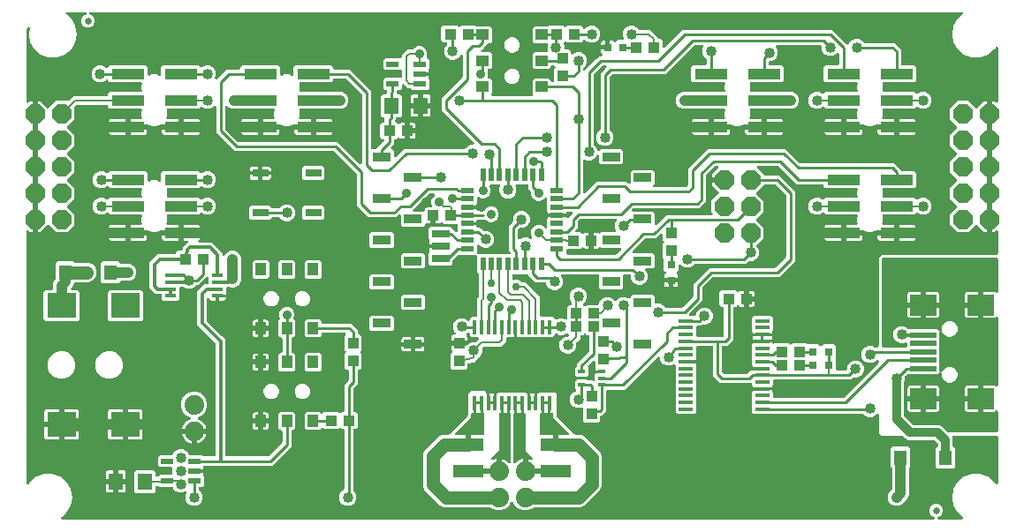
<source format=gbr>
G04 EAGLE Gerber RS-274X export*
G75*
%MOMM*%
%FSLAX34Y34*%
%LPD*%
%INTop Copper*%
%IPPOS*%
%AMOC8*
5,1,8,0,0,1.08239X$1,22.5*%
G01*
%ADD10R,1.270000X0.558800*%
%ADD11R,0.558800X1.270000*%
%ADD12R,1.100000X1.000000*%
%ADD13R,1.397000X0.348000*%
%ADD14R,0.348000X1.397000*%
%ADD15R,2.800000X2.400000*%
%ADD16R,1.000000X1.100000*%
%ADD17R,1.000000X1.150000*%
%ADD18R,1.270000X1.470000*%
%ADD19R,2.500000X0.500000*%
%ADD20R,2.500000X2.000000*%
%ADD21R,1.200000X0.550000*%
%ADD22R,1.700000X0.700000*%
%ADD23R,3.000000X1.250000*%
%ADD24R,1.700000X0.850000*%
%ADD25R,1.150000X1.000000*%
%ADD26R,3.170000X1.000000*%
%ADD27R,1.524000X0.762000*%
%ADD28R,0.800000X0.800000*%
%ADD29P,2.034460X8X112.500000*%
%ADD30R,1.400000X1.600000*%
%ADD31P,2.034460X8X292.500000*%
%ADD32C,1.879600*%
%ADD33R,1.100000X0.400000*%
%ADD34R,0.700000X0.420000*%
%ADD35C,0.635000*%
%ADD36C,1.016000*%
%ADD37C,1.016000*%
%ADD38C,0.254000*%
%ADD39C,0.889000*%
%ADD40C,0.304800*%
%ADD41C,1.270000*%
%ADD42C,0.203200*%
%ADD43C,0.762000*%
%ADD44C,0.812800*%

G36*
X873959Y4327D02*
X873959Y4327D01*
X874029Y4326D01*
X874116Y4347D01*
X874205Y4359D01*
X874270Y4384D01*
X874338Y4401D01*
X874418Y4443D01*
X874501Y4476D01*
X874557Y4517D01*
X874619Y4549D01*
X874686Y4610D01*
X874758Y4662D01*
X874803Y4716D01*
X874855Y4763D01*
X874904Y4838D01*
X874961Y4907D01*
X874991Y4971D01*
X875029Y5029D01*
X875059Y5114D01*
X875097Y5195D01*
X875110Y5264D01*
X875133Y5330D01*
X875140Y5419D01*
X875157Y5507D01*
X875152Y5577D01*
X875158Y5647D01*
X875142Y5735D01*
X875137Y5825D01*
X875115Y5891D01*
X875103Y5960D01*
X875066Y6042D01*
X875039Y6127D01*
X875001Y6186D01*
X874973Y6250D01*
X874917Y6320D01*
X874869Y6396D01*
X874818Y6444D01*
X874774Y6498D01*
X874702Y6553D01*
X874637Y6614D01*
X874576Y6648D01*
X874520Y6690D01*
X874376Y6761D01*
X872775Y7424D01*
X871024Y9175D01*
X870076Y11462D01*
X870076Y13938D01*
X871024Y16225D01*
X872775Y17976D01*
X875062Y18924D01*
X877538Y18924D01*
X879825Y17976D01*
X881576Y16225D01*
X882524Y13938D01*
X882524Y11462D01*
X881576Y9175D01*
X879825Y7424D01*
X878224Y6761D01*
X878164Y6726D01*
X878099Y6700D01*
X878026Y6648D01*
X877948Y6603D01*
X877898Y6555D01*
X877842Y6514D01*
X877784Y6444D01*
X877720Y6382D01*
X877683Y6322D01*
X877639Y6269D01*
X877600Y6187D01*
X877553Y6111D01*
X877533Y6044D01*
X877503Y5981D01*
X877486Y5893D01*
X877460Y5807D01*
X877457Y5737D01*
X877443Y5668D01*
X877449Y5579D01*
X877445Y5489D01*
X877459Y5421D01*
X877463Y5351D01*
X877491Y5266D01*
X877509Y5178D01*
X877540Y5115D01*
X877561Y5049D01*
X877609Y4973D01*
X877649Y4892D01*
X877694Y4839D01*
X877731Y4780D01*
X877797Y4718D01*
X877855Y4650D01*
X877912Y4610D01*
X877963Y4562D01*
X878042Y4519D01*
X878115Y4467D01*
X878180Y4442D01*
X878241Y4408D01*
X878328Y4386D01*
X878412Y4354D01*
X878482Y4346D01*
X878549Y4329D01*
X878710Y4319D01*
X900867Y4319D01*
X900902Y4323D01*
X900937Y4321D01*
X901059Y4343D01*
X901182Y4359D01*
X901215Y4372D01*
X901250Y4378D01*
X901363Y4430D01*
X901478Y4476D01*
X901506Y4496D01*
X901539Y4511D01*
X901635Y4590D01*
X901735Y4662D01*
X901758Y4690D01*
X901785Y4712D01*
X901859Y4812D01*
X901938Y4907D01*
X901953Y4939D01*
X901974Y4968D01*
X902021Y5083D01*
X902074Y5195D01*
X902080Y5230D01*
X902093Y5263D01*
X902110Y5386D01*
X902133Y5507D01*
X902131Y5543D01*
X902136Y5578D01*
X902121Y5701D01*
X902114Y5825D01*
X902103Y5859D01*
X902098Y5894D01*
X902054Y6009D01*
X902016Y6127D01*
X901997Y6157D01*
X901984Y6190D01*
X901912Y6291D01*
X901845Y6396D01*
X901820Y6420D01*
X901799Y6449D01*
X901682Y6560D01*
X896815Y10644D01*
X892829Y17549D01*
X891445Y25400D01*
X892829Y33251D01*
X896815Y40155D01*
X902922Y45280D01*
X910414Y48007D01*
X918386Y48007D01*
X925878Y45280D01*
X931985Y40156D01*
X933113Y38202D01*
X933201Y38086D01*
X933286Y37968D01*
X933297Y37959D01*
X933305Y37949D01*
X933419Y37858D01*
X933531Y37765D01*
X933544Y37759D01*
X933554Y37751D01*
X933688Y37691D01*
X933819Y37630D01*
X933832Y37627D01*
X933845Y37622D01*
X933989Y37597D01*
X934132Y37570D01*
X934145Y37571D01*
X934158Y37568D01*
X934304Y37581D01*
X934449Y37590D01*
X934462Y37594D01*
X934475Y37595D01*
X934613Y37643D01*
X934751Y37688D01*
X934763Y37695D01*
X934776Y37699D01*
X934897Y37780D01*
X935020Y37858D01*
X935029Y37868D01*
X935041Y37875D01*
X935138Y37983D01*
X935238Y38089D01*
X935245Y38101D01*
X935254Y38111D01*
X935321Y38240D01*
X935392Y38368D01*
X935395Y38381D01*
X935401Y38393D01*
X935435Y38535D01*
X935471Y38676D01*
X935472Y38694D01*
X935474Y38702D01*
X935474Y38720D01*
X935481Y38837D01*
X935481Y83312D01*
X935466Y83430D01*
X935459Y83549D01*
X935446Y83587D01*
X935441Y83628D01*
X935398Y83738D01*
X935361Y83851D01*
X935339Y83886D01*
X935324Y83923D01*
X935255Y84019D01*
X935191Y84120D01*
X935161Y84148D01*
X935138Y84181D01*
X935046Y84257D01*
X934959Y84338D01*
X934924Y84358D01*
X934893Y84383D01*
X934785Y84434D01*
X934681Y84492D01*
X934641Y84502D01*
X934605Y84519D01*
X934488Y84541D01*
X934373Y84571D01*
X934313Y84575D01*
X934293Y84579D01*
X934272Y84577D01*
X934212Y84581D01*
X892842Y84581D01*
X892793Y84575D01*
X892743Y84577D01*
X892636Y84555D01*
X892527Y84541D01*
X892480Y84523D01*
X892432Y84513D01*
X892333Y84465D01*
X892231Y84424D01*
X892191Y84395D01*
X892146Y84373D01*
X892062Y84302D01*
X891974Y84238D01*
X891942Y84199D01*
X891904Y84167D01*
X891841Y84077D01*
X891771Y83993D01*
X891750Y83948D01*
X891721Y83907D01*
X891682Y83804D01*
X891635Y83705D01*
X891626Y83656D01*
X891608Y83610D01*
X891596Y83500D01*
X891575Y83393D01*
X891579Y83343D01*
X891573Y83294D01*
X891588Y83185D01*
X891595Y83075D01*
X891610Y83028D01*
X891617Y82979D01*
X891669Y82826D01*
X892213Y81515D01*
X892213Y74925D01*
X892225Y74826D01*
X892228Y74727D01*
X892245Y74669D01*
X892253Y74609D01*
X892289Y74517D01*
X892317Y74422D01*
X892347Y74370D01*
X892370Y74313D01*
X892428Y74233D01*
X892478Y74148D01*
X892544Y74073D01*
X892556Y74056D01*
X892566Y74048D01*
X892584Y74027D01*
X894499Y72113D01*
X894499Y54887D01*
X892713Y53101D01*
X877487Y53101D01*
X875701Y54887D01*
X875701Y72113D01*
X877616Y74027D01*
X877676Y74105D01*
X877744Y74177D01*
X877773Y74230D01*
X877810Y74278D01*
X877850Y74369D01*
X877898Y74456D01*
X877913Y74515D01*
X877937Y74570D01*
X877952Y74668D01*
X877977Y74764D01*
X877983Y74864D01*
X877987Y74884D01*
X877985Y74897D01*
X877987Y74925D01*
X877987Y76628D01*
X877975Y76726D01*
X877972Y76825D01*
X877955Y76884D01*
X877947Y76944D01*
X877911Y77036D01*
X877883Y77131D01*
X877853Y77183D01*
X877830Y77239D01*
X877772Y77319D01*
X877722Y77405D01*
X877656Y77480D01*
X877644Y77497D01*
X877634Y77504D01*
X877616Y77526D01*
X874996Y80146D01*
X874917Y80206D01*
X874845Y80274D01*
X874792Y80303D01*
X874744Y80340D01*
X874653Y80380D01*
X874567Y80428D01*
X874508Y80443D01*
X874452Y80467D01*
X874354Y80482D01*
X874259Y80507D01*
X874159Y80513D01*
X874138Y80517D01*
X874126Y80515D01*
X874098Y80517D01*
X849485Y80517D01*
X846871Y81600D01*
X844262Y84210D01*
X844183Y84270D01*
X844111Y84338D01*
X844058Y84367D01*
X844010Y84404D01*
X843919Y84444D01*
X843833Y84492D01*
X843774Y84507D01*
X843718Y84531D01*
X843620Y84546D01*
X843525Y84571D01*
X843425Y84577D01*
X843404Y84581D01*
X843392Y84579D01*
X843364Y84581D01*
X823711Y84581D01*
X821181Y87111D01*
X821181Y104311D01*
X821164Y104449D01*
X821151Y104588D01*
X821144Y104607D01*
X821141Y104627D01*
X821090Y104756D01*
X821043Y104887D01*
X821032Y104904D01*
X821024Y104922D01*
X820943Y105035D01*
X820865Y105150D01*
X820849Y105163D01*
X820838Y105180D01*
X820730Y105269D01*
X820626Y105361D01*
X820608Y105370D01*
X820593Y105383D01*
X820467Y105442D01*
X820343Y105505D01*
X820323Y105510D01*
X820305Y105518D01*
X820168Y105544D01*
X820033Y105575D01*
X820012Y105574D01*
X819993Y105578D01*
X819854Y105569D01*
X819715Y105565D01*
X819695Y105559D01*
X819675Y105558D01*
X819543Y105515D01*
X819409Y105477D01*
X819392Y105466D01*
X819373Y105460D01*
X819255Y105386D01*
X819135Y105315D01*
X819114Y105297D01*
X819104Y105290D01*
X819090Y105275D01*
X819015Y105209D01*
X817405Y103599D01*
X814417Y102361D01*
X811183Y102361D01*
X808195Y103599D01*
X806335Y105460D01*
X806256Y105520D01*
X806184Y105588D01*
X806131Y105617D01*
X806083Y105654D01*
X805992Y105694D01*
X805906Y105742D01*
X805847Y105757D01*
X805792Y105781D01*
X805694Y105796D01*
X805598Y105821D01*
X805498Y105827D01*
X805477Y105831D01*
X805465Y105829D01*
X805437Y105831D01*
X718904Y105831D01*
X718805Y105819D01*
X718706Y105816D01*
X718648Y105799D01*
X718588Y105791D01*
X718496Y105755D01*
X718401Y105727D01*
X718349Y105697D01*
X718292Y105674D01*
X718212Y105616D01*
X718127Y105566D01*
X718052Y105500D01*
X718035Y105488D01*
X718027Y105478D01*
X718006Y105460D01*
X717908Y105361D01*
X701412Y105361D01*
X699626Y107147D01*
X699626Y126153D01*
X699809Y126336D01*
X699874Y126420D01*
X699946Y126497D01*
X699971Y126545D01*
X700004Y126587D01*
X700046Y126684D01*
X700096Y126778D01*
X700109Y126830D01*
X700131Y126879D01*
X700147Y126984D01*
X700173Y127086D01*
X700172Y127140D01*
X700181Y127193D01*
X700171Y127299D01*
X700170Y127404D01*
X700153Y127488D01*
X700151Y127510D01*
X700145Y127525D01*
X700138Y127562D01*
X700134Y127576D01*
X700134Y128381D01*
X709660Y128381D01*
X719186Y128381D01*
X719186Y127576D01*
X719182Y127562D01*
X719168Y127457D01*
X719145Y127354D01*
X719146Y127300D01*
X719139Y127247D01*
X719151Y127142D01*
X719154Y127036D01*
X719169Y126985D01*
X719175Y126931D01*
X719213Y126832D01*
X719243Y126731D01*
X719270Y126684D01*
X719289Y126634D01*
X719350Y126548D01*
X719404Y126457D01*
X719461Y126393D01*
X719473Y126375D01*
X719485Y126365D01*
X719511Y126336D01*
X719694Y126153D01*
X719694Y122238D01*
X719709Y122120D01*
X719716Y122001D01*
X719729Y121963D01*
X719734Y121922D01*
X719777Y121812D01*
X719814Y121699D01*
X719836Y121664D01*
X719851Y121627D01*
X719920Y121531D01*
X719984Y121430D01*
X720014Y121402D01*
X720037Y121369D01*
X720129Y121293D01*
X720216Y121212D01*
X720251Y121192D01*
X720282Y121167D01*
X720390Y121116D01*
X720494Y121058D01*
X720534Y121048D01*
X720570Y121031D01*
X720687Y121009D01*
X720802Y120979D01*
X720862Y120975D01*
X720882Y120971D01*
X720903Y120973D01*
X720963Y120969D01*
X787435Y120969D01*
X787534Y120981D01*
X787633Y120984D01*
X787691Y121001D01*
X787751Y121009D01*
X787843Y121045D01*
X787938Y121073D01*
X787990Y121103D01*
X788047Y121126D01*
X788127Y121184D01*
X788212Y121234D01*
X788287Y121300D01*
X788304Y121312D01*
X788312Y121322D01*
X788333Y121340D01*
X820810Y153817D01*
X820870Y153895D01*
X820938Y153968D01*
X820967Y154021D01*
X821004Y154068D01*
X821044Y154159D01*
X821092Y154246D01*
X821107Y154305D01*
X821131Y154360D01*
X821146Y154458D01*
X821171Y154554D01*
X821177Y154654D01*
X821181Y154674D01*
X821179Y154687D01*
X821181Y154715D01*
X821181Y156381D01*
X821164Y156519D01*
X821151Y156658D01*
X821144Y156677D01*
X821141Y156697D01*
X821090Y156826D01*
X821043Y156957D01*
X821032Y156974D01*
X821024Y156992D01*
X820943Y157105D01*
X820865Y157220D01*
X820849Y157233D01*
X820838Y157250D01*
X820730Y157339D01*
X820626Y157431D01*
X820608Y157440D01*
X820593Y157453D01*
X820467Y157512D01*
X820343Y157575D01*
X820323Y157580D01*
X820305Y157588D01*
X820168Y157614D01*
X820033Y157645D01*
X820012Y157644D01*
X819993Y157648D01*
X819854Y157639D01*
X819715Y157635D01*
X819695Y157629D01*
X819675Y157628D01*
X819543Y157585D01*
X819409Y157547D01*
X819392Y157536D01*
X819373Y157530D01*
X819255Y157456D01*
X819135Y157385D01*
X819114Y157367D01*
X819104Y157360D01*
X819090Y157345D01*
X819015Y157279D01*
X817405Y155669D01*
X814417Y154431D01*
X811183Y154431D01*
X808195Y155669D01*
X805909Y157955D01*
X804671Y160943D01*
X804671Y164177D01*
X805909Y167165D01*
X808195Y169451D01*
X811183Y170689D01*
X814417Y170689D01*
X817250Y169515D01*
X817259Y169513D01*
X817267Y169508D01*
X817412Y169471D01*
X817556Y169431D01*
X817566Y169431D01*
X817575Y169429D01*
X817735Y169419D01*
X819912Y169419D01*
X820030Y169434D01*
X820149Y169441D01*
X820187Y169454D01*
X820228Y169459D01*
X820338Y169502D01*
X820451Y169539D01*
X820486Y169561D01*
X820523Y169576D01*
X820619Y169645D01*
X820720Y169709D01*
X820748Y169739D01*
X820781Y169762D01*
X820857Y169854D01*
X820938Y169941D01*
X820958Y169976D01*
X820983Y170007D01*
X821034Y170115D01*
X821092Y170219D01*
X821102Y170259D01*
X821119Y170295D01*
X821141Y170412D01*
X821171Y170527D01*
X821175Y170587D01*
X821179Y170607D01*
X821177Y170628D01*
X821181Y170688D01*
X821181Y255789D01*
X823711Y258319D01*
X934212Y258319D01*
X934330Y258334D01*
X934449Y258341D01*
X934487Y258354D01*
X934528Y258359D01*
X934638Y258402D01*
X934751Y258439D01*
X934786Y258461D01*
X934823Y258476D01*
X934919Y258545D01*
X935020Y258609D01*
X935048Y258639D01*
X935081Y258662D01*
X935156Y258754D01*
X935238Y258841D01*
X935258Y258876D01*
X935283Y258907D01*
X935334Y259015D01*
X935392Y259119D01*
X935402Y259159D01*
X935419Y259195D01*
X935441Y259312D01*
X935471Y259427D01*
X935475Y259487D01*
X935479Y259507D01*
X935477Y259528D01*
X935481Y259588D01*
X935481Y280533D01*
X935464Y280671D01*
X935451Y280810D01*
X935444Y280829D01*
X935441Y280849D01*
X935390Y280978D01*
X935343Y281109D01*
X935332Y281126D01*
X935324Y281144D01*
X935243Y281257D01*
X935165Y281372D01*
X935149Y281385D01*
X935138Y281402D01*
X935030Y281491D01*
X934926Y281582D01*
X934908Y281592D01*
X934893Y281605D01*
X934767Y281664D01*
X934643Y281727D01*
X934623Y281731D01*
X934605Y281740D01*
X934468Y281766D01*
X934333Y281797D01*
X934312Y281796D01*
X934293Y281800D01*
X934154Y281791D01*
X934015Y281787D01*
X933995Y281781D01*
X933975Y281780D01*
X933843Y281737D01*
X933709Y281699D01*
X933692Y281688D01*
X933673Y281682D01*
X933555Y281608D01*
X933435Y281537D01*
X933414Y281518D01*
X933404Y281512D01*
X933390Y281497D01*
X933315Y281431D01*
X932045Y280161D01*
X929639Y280161D01*
X929639Y290830D01*
X929624Y290948D01*
X929617Y291067D01*
X929604Y291105D01*
X929599Y291145D01*
X929556Y291256D01*
X929519Y291369D01*
X929497Y291403D01*
X929482Y291441D01*
X929412Y291537D01*
X929349Y291638D01*
X929319Y291666D01*
X929295Y291698D01*
X929204Y291774D01*
X929117Y291856D01*
X929082Y291875D01*
X929051Y291901D01*
X928943Y291952D01*
X928839Y292009D01*
X928799Y292020D01*
X928763Y292037D01*
X928646Y292059D01*
X928531Y292089D01*
X928470Y292093D01*
X928450Y292097D01*
X928430Y292095D01*
X928370Y292099D01*
X925830Y292099D01*
X925712Y292084D01*
X925593Y292077D01*
X925555Y292064D01*
X925514Y292059D01*
X925404Y292015D01*
X925291Y291979D01*
X925256Y291957D01*
X925219Y291942D01*
X925123Y291872D01*
X925022Y291809D01*
X924994Y291779D01*
X924961Y291755D01*
X924886Y291664D01*
X924804Y291577D01*
X924784Y291542D01*
X924759Y291510D01*
X924708Y291403D01*
X924650Y291298D01*
X924640Y291259D01*
X924623Y291223D01*
X924601Y291106D01*
X924571Y290991D01*
X924567Y290930D01*
X924563Y290910D01*
X924565Y290890D01*
X924561Y290830D01*
X924561Y280161D01*
X922155Y280161D01*
X915657Y286659D01*
X915563Y286732D01*
X915473Y286811D01*
X915437Y286830D01*
X915405Y286854D01*
X915296Y286902D01*
X915190Y286956D01*
X915151Y286965D01*
X915114Y286981D01*
X914996Y286999D01*
X914880Y287025D01*
X914840Y287024D01*
X914799Y287031D01*
X914681Y287019D01*
X914562Y287016D01*
X914523Y287005D01*
X914483Y287001D01*
X914371Y286960D01*
X914256Y286927D01*
X914222Y286907D01*
X914184Y286893D01*
X914085Y286826D01*
X913983Y286766D01*
X913937Y286726D01*
X913920Y286715D01*
X913907Y286699D01*
X913862Y286659D01*
X906856Y279653D01*
X896544Y279653D01*
X889253Y286944D01*
X889253Y297256D01*
X895900Y303902D01*
X895973Y303997D01*
X896052Y304086D01*
X896070Y304122D01*
X896095Y304154D01*
X896142Y304263D01*
X896197Y304369D01*
X896205Y304408D01*
X896221Y304446D01*
X896240Y304563D01*
X896266Y304679D01*
X896265Y304720D01*
X896271Y304760D01*
X896260Y304878D01*
X896257Y304997D01*
X896245Y305036D01*
X896242Y305076D01*
X896201Y305189D01*
X896168Y305303D01*
X896148Y305337D01*
X896134Y305376D01*
X896067Y305474D01*
X896007Y305577D01*
X895967Y305622D01*
X895955Y305639D01*
X895940Y305652D01*
X895900Y305697D01*
X889253Y312344D01*
X889253Y322656D01*
X895900Y329303D01*
X895973Y329397D01*
X896052Y329486D01*
X896070Y329522D01*
X896095Y329554D01*
X896143Y329663D01*
X896197Y329769D01*
X896205Y329808D01*
X896221Y329846D01*
X896240Y329963D01*
X896266Y330079D01*
X896265Y330120D01*
X896271Y330160D01*
X896260Y330278D01*
X896257Y330397D01*
X896245Y330436D01*
X896242Y330476D01*
X896201Y330589D01*
X896168Y330703D01*
X896148Y330737D01*
X896134Y330776D01*
X896067Y330874D01*
X896007Y330977D01*
X895967Y331022D01*
X895955Y331039D01*
X895940Y331052D01*
X895900Y331098D01*
X889253Y337744D01*
X889253Y348056D01*
X895900Y354703D01*
X895973Y354797D01*
X896052Y354886D01*
X896070Y354922D01*
X896095Y354954D01*
X896143Y355063D01*
X896197Y355169D01*
X896205Y355208D01*
X896221Y355246D01*
X896240Y355363D01*
X896266Y355479D01*
X896265Y355520D01*
X896271Y355560D01*
X896260Y355678D01*
X896257Y355797D01*
X896245Y355836D01*
X896242Y355876D01*
X896201Y355989D01*
X896168Y356103D01*
X896148Y356138D01*
X896134Y356176D01*
X896067Y356274D01*
X896007Y356377D01*
X895967Y356422D01*
X895955Y356439D01*
X895940Y356452D01*
X895900Y356498D01*
X889253Y363144D01*
X889253Y373456D01*
X895900Y380103D01*
X895973Y380197D01*
X896052Y380286D01*
X896070Y380322D01*
X896095Y380354D01*
X896143Y380463D01*
X896197Y380569D01*
X896205Y380608D01*
X896221Y380646D01*
X896240Y380763D01*
X896266Y380879D01*
X896265Y380920D01*
X896271Y380960D01*
X896260Y381078D01*
X896257Y381197D01*
X896245Y381236D01*
X896242Y381276D01*
X896201Y381389D01*
X896168Y381503D01*
X896148Y381538D01*
X896134Y381576D01*
X896067Y381674D01*
X896007Y381777D01*
X895967Y381822D01*
X895955Y381839D01*
X895940Y381852D01*
X895900Y381898D01*
X889253Y388544D01*
X889253Y398856D01*
X896544Y406147D01*
X906856Y406147D01*
X913862Y399141D01*
X913956Y399068D01*
X914045Y398989D01*
X914081Y398970D01*
X914113Y398946D01*
X914222Y398898D01*
X914328Y398844D01*
X914368Y398835D01*
X914405Y398819D01*
X914523Y398801D01*
X914639Y398775D01*
X914679Y398776D01*
X914719Y398769D01*
X914838Y398781D01*
X914956Y398784D01*
X914995Y398795D01*
X915036Y398799D01*
X915148Y398840D01*
X915262Y398873D01*
X915297Y398893D01*
X915335Y398907D01*
X915434Y398974D01*
X915536Y399034D01*
X915581Y399074D01*
X915598Y399085D01*
X915611Y399101D01*
X915657Y399141D01*
X922155Y405639D01*
X924561Y405639D01*
X924561Y394970D01*
X924576Y394852D01*
X924583Y394733D01*
X924596Y394695D01*
X924601Y394655D01*
X924644Y394544D01*
X924681Y394431D01*
X924703Y394397D01*
X924718Y394359D01*
X924788Y394263D01*
X924851Y394162D01*
X924881Y394134D01*
X924904Y394102D01*
X924996Y394026D01*
X925083Y393944D01*
X925118Y393925D01*
X925149Y393899D01*
X925257Y393848D01*
X925361Y393791D01*
X925401Y393780D01*
X925437Y393763D01*
X925554Y393741D01*
X925669Y393711D01*
X925730Y393707D01*
X925750Y393703D01*
X925770Y393705D01*
X925830Y393701D01*
X928370Y393701D01*
X928488Y393716D01*
X928607Y393723D01*
X928645Y393736D01*
X928685Y393741D01*
X928796Y393785D01*
X928909Y393821D01*
X928944Y393843D01*
X928981Y393858D01*
X929077Y393928D01*
X929178Y393991D01*
X929206Y394021D01*
X929239Y394045D01*
X929314Y394136D01*
X929396Y394223D01*
X929416Y394258D01*
X929441Y394290D01*
X929492Y394397D01*
X929550Y394502D01*
X929560Y394541D01*
X929577Y394577D01*
X929599Y394694D01*
X929629Y394809D01*
X929633Y394870D01*
X929637Y394890D01*
X929635Y394910D01*
X929639Y394970D01*
X929639Y405639D01*
X932045Y405639D01*
X933315Y404369D01*
X933424Y404284D01*
X933531Y404195D01*
X933550Y404187D01*
X933566Y404174D01*
X933694Y404119D01*
X933819Y404060D01*
X933839Y404056D01*
X933858Y404048D01*
X933996Y404026D01*
X934132Y404000D01*
X934152Y404001D01*
X934172Y403998D01*
X934311Y404011D01*
X934449Y404020D01*
X934468Y404026D01*
X934488Y404028D01*
X934620Y404075D01*
X934751Y404118D01*
X934769Y404129D01*
X934788Y404136D01*
X934903Y404214D01*
X935020Y404288D01*
X935034Y404303D01*
X935051Y404314D01*
X935143Y404419D01*
X935238Y404520D01*
X935248Y404537D01*
X935261Y404553D01*
X935325Y404677D01*
X935392Y404798D01*
X935397Y404818D01*
X935406Y404836D01*
X935436Y404972D01*
X935471Y405106D01*
X935473Y405134D01*
X935476Y405146D01*
X935475Y405167D01*
X935481Y405267D01*
X935481Y456463D01*
X935463Y456608D01*
X935448Y456753D01*
X935443Y456766D01*
X935441Y456779D01*
X935388Y456914D01*
X935337Y457051D01*
X935329Y457062D01*
X935324Y457075D01*
X935239Y457192D01*
X935156Y457312D01*
X935145Y457321D01*
X935138Y457332D01*
X935026Y457425D01*
X934915Y457520D01*
X934903Y457526D01*
X934893Y457535D01*
X934761Y457597D01*
X934630Y457662D01*
X934617Y457665D01*
X934605Y457670D01*
X934463Y457698D01*
X934319Y457728D01*
X934306Y457728D01*
X934293Y457730D01*
X934148Y457721D01*
X934002Y457715D01*
X933988Y457711D01*
X933975Y457710D01*
X933837Y457666D01*
X933697Y457624D01*
X933685Y457617D01*
X933673Y457612D01*
X933550Y457535D01*
X933425Y457459D01*
X933415Y457449D01*
X933404Y457442D01*
X933304Y457336D01*
X933202Y457232D01*
X933192Y457217D01*
X933186Y457211D01*
X933178Y457196D01*
X933113Y457098D01*
X931985Y455145D01*
X925878Y450020D01*
X918386Y447293D01*
X910414Y447293D01*
X902922Y450020D01*
X896815Y455144D01*
X892829Y462049D01*
X891445Y469900D01*
X892829Y477751D01*
X896815Y484655D01*
X901682Y488740D01*
X901706Y488766D01*
X901735Y488786D01*
X901814Y488882D01*
X901899Y488973D01*
X901915Y489004D01*
X901938Y489031D01*
X901991Y489144D01*
X902050Y489253D01*
X902058Y489287D01*
X902074Y489319D01*
X902097Y489441D01*
X902127Y489561D01*
X902127Y489597D01*
X902133Y489632D01*
X902126Y489755D01*
X902125Y489879D01*
X902116Y489914D01*
X902114Y489949D01*
X902075Y490067D01*
X902044Y490187D01*
X902026Y490218D01*
X902016Y490251D01*
X901949Y490356D01*
X901889Y490465D01*
X901864Y490490D01*
X901845Y490520D01*
X901755Y490605D01*
X901670Y490695D01*
X901640Y490714D01*
X901614Y490738D01*
X901505Y490798D01*
X901400Y490864D01*
X901366Y490875D01*
X901335Y490892D01*
X901215Y490923D01*
X901097Y490960D01*
X901062Y490962D01*
X901027Y490971D01*
X900867Y490981D01*
X65910Y490981D01*
X65841Y490973D01*
X65771Y490974D01*
X65684Y490953D01*
X65595Y490941D01*
X65530Y490916D01*
X65462Y490899D01*
X65382Y490857D01*
X65299Y490824D01*
X65243Y490783D01*
X65181Y490751D01*
X65114Y490690D01*
X65042Y490638D01*
X64997Y490584D01*
X64945Y490537D01*
X64896Y490462D01*
X64839Y490393D01*
X64809Y490329D01*
X64771Y490271D01*
X64741Y490186D01*
X64703Y490105D01*
X64690Y490036D01*
X64667Y489970D01*
X64660Y489881D01*
X64643Y489793D01*
X64648Y489723D01*
X64642Y489653D01*
X64658Y489565D01*
X64663Y489475D01*
X64685Y489409D01*
X64697Y489340D01*
X64734Y489258D01*
X64761Y489173D01*
X64799Y489114D01*
X64827Y489050D01*
X64883Y488980D01*
X64931Y488904D01*
X64982Y488856D01*
X65026Y488802D01*
X65098Y488747D01*
X65163Y488686D01*
X65224Y488652D01*
X65280Y488610D01*
X65424Y488539D01*
X67025Y487876D01*
X68776Y486125D01*
X69724Y483838D01*
X69724Y481362D01*
X68776Y479075D01*
X67025Y477324D01*
X64738Y476376D01*
X62262Y476376D01*
X59975Y477324D01*
X58224Y479075D01*
X57276Y481362D01*
X57276Y483838D01*
X58224Y486125D01*
X59975Y487876D01*
X61576Y488539D01*
X61636Y488574D01*
X61701Y488600D01*
X61774Y488652D01*
X61852Y488697D01*
X61902Y488745D01*
X61958Y488786D01*
X62016Y488856D01*
X62080Y488918D01*
X62117Y488978D01*
X62161Y489031D01*
X62200Y489113D01*
X62247Y489189D01*
X62267Y489256D01*
X62297Y489319D01*
X62314Y489407D01*
X62340Y489493D01*
X62343Y489563D01*
X62357Y489632D01*
X62351Y489721D01*
X62355Y489811D01*
X62341Y489879D01*
X62337Y489949D01*
X62309Y490034D01*
X62291Y490122D01*
X62260Y490185D01*
X62239Y490251D01*
X62191Y490327D01*
X62151Y490408D01*
X62106Y490461D01*
X62069Y490520D01*
X62003Y490582D01*
X61945Y490650D01*
X61888Y490690D01*
X61837Y490738D01*
X61758Y490781D01*
X61685Y490833D01*
X61620Y490858D01*
X61559Y490892D01*
X61472Y490914D01*
X61388Y490946D01*
X61318Y490954D01*
X61251Y490971D01*
X61090Y490981D01*
X43433Y490981D01*
X43398Y490977D01*
X43363Y490979D01*
X43241Y490957D01*
X43118Y490941D01*
X43085Y490928D01*
X43050Y490922D01*
X42937Y490870D01*
X42822Y490824D01*
X42794Y490804D01*
X42761Y490789D01*
X42665Y490710D01*
X42565Y490638D01*
X42542Y490610D01*
X42515Y490588D01*
X42441Y490488D01*
X42362Y490393D01*
X42347Y490361D01*
X42326Y490332D01*
X42279Y490217D01*
X42226Y490105D01*
X42220Y490070D01*
X42207Y490037D01*
X42190Y489914D01*
X42167Y489793D01*
X42169Y489757D01*
X42164Y489722D01*
X42179Y489599D01*
X42186Y489475D01*
X42197Y489441D01*
X42202Y489406D01*
X42246Y489291D01*
X42284Y489173D01*
X42303Y489143D01*
X42316Y489110D01*
X42388Y489009D01*
X42455Y488904D01*
X42480Y488880D01*
X42501Y488851D01*
X42618Y488740D01*
X47485Y484656D01*
X51471Y477751D01*
X52855Y469900D01*
X51471Y462049D01*
X47485Y455145D01*
X41378Y450020D01*
X33886Y447293D01*
X25914Y447293D01*
X18422Y450020D01*
X12315Y455144D01*
X8329Y462049D01*
X6945Y469900D01*
X7892Y475271D01*
X7895Y475342D01*
X7908Y475412D01*
X7903Y475500D01*
X7907Y475589D01*
X7893Y475658D01*
X7888Y475729D01*
X7861Y475813D01*
X7843Y475900D01*
X7812Y475964D01*
X7790Y476031D01*
X7743Y476106D01*
X7704Y476186D01*
X7658Y476240D01*
X7620Y476300D01*
X7555Y476361D01*
X7498Y476428D01*
X7440Y476469D01*
X7388Y476518D01*
X7311Y476561D01*
X7238Y476612D01*
X7172Y476637D01*
X7110Y476671D01*
X7024Y476693D01*
X6941Y476725D01*
X6870Y476733D01*
X6802Y476750D01*
X6713Y476751D01*
X6625Y476760D01*
X6555Y476751D01*
X6484Y476751D01*
X6398Y476729D01*
X6310Y476716D01*
X6244Y476690D01*
X6175Y476672D01*
X6098Y476629D01*
X6016Y476596D01*
X5959Y476553D01*
X5897Y476519D01*
X5832Y476458D01*
X5761Y476405D01*
X5716Y476350D01*
X5665Y476302D01*
X5617Y476227D01*
X5561Y476158D01*
X5532Y476093D01*
X5494Y476033D01*
X5434Y475884D01*
X4625Y473391D01*
X4612Y473324D01*
X4589Y473258D01*
X4567Y473099D01*
X4323Y470000D01*
X4324Y469978D01*
X4319Y469900D01*
X4319Y405267D01*
X4336Y405129D01*
X4349Y404990D01*
X4356Y404971D01*
X4359Y404951D01*
X4410Y404822D01*
X4457Y404691D01*
X4468Y404674D01*
X4476Y404656D01*
X4557Y404543D01*
X4635Y404428D01*
X4651Y404415D01*
X4662Y404398D01*
X4770Y404309D01*
X4874Y404218D01*
X4892Y404208D01*
X4907Y404195D01*
X5033Y404136D01*
X5157Y404073D01*
X5177Y404069D01*
X5195Y404060D01*
X5332Y404034D01*
X5467Y404003D01*
X5488Y404004D01*
X5507Y404000D01*
X5646Y404009D01*
X5785Y404013D01*
X5805Y404019D01*
X5825Y404020D01*
X5957Y404063D01*
X6091Y404101D01*
X6108Y404112D01*
X6127Y404118D01*
X6245Y404192D01*
X6365Y404263D01*
X6386Y404282D01*
X6396Y404288D01*
X6410Y404303D01*
X6485Y404369D01*
X7755Y405639D01*
X10161Y405639D01*
X10161Y394970D01*
X10176Y394852D01*
X10183Y394733D01*
X10196Y394695D01*
X10201Y394655D01*
X10244Y394544D01*
X10281Y394431D01*
X10303Y394397D01*
X10318Y394359D01*
X10388Y394263D01*
X10451Y394162D01*
X10481Y394134D01*
X10504Y394102D01*
X10596Y394026D01*
X10683Y393944D01*
X10718Y393925D01*
X10749Y393899D01*
X10857Y393848D01*
X10961Y393791D01*
X11001Y393780D01*
X11037Y393763D01*
X11154Y393741D01*
X11269Y393711D01*
X11330Y393707D01*
X11350Y393703D01*
X11370Y393705D01*
X11430Y393701D01*
X13970Y393701D01*
X14088Y393716D01*
X14207Y393723D01*
X14245Y393736D01*
X14285Y393741D01*
X14396Y393785D01*
X14509Y393821D01*
X14544Y393843D01*
X14581Y393858D01*
X14677Y393928D01*
X14778Y393991D01*
X14806Y394021D01*
X14839Y394045D01*
X14914Y394136D01*
X14996Y394223D01*
X15016Y394258D01*
X15041Y394290D01*
X15092Y394397D01*
X15150Y394502D01*
X15160Y394541D01*
X15177Y394577D01*
X15199Y394694D01*
X15229Y394809D01*
X15233Y394870D01*
X15237Y394890D01*
X15235Y394910D01*
X15239Y394970D01*
X15239Y405639D01*
X17645Y405639D01*
X24143Y399141D01*
X24237Y399068D01*
X24327Y398989D01*
X24363Y398970D01*
X24395Y398946D01*
X24504Y398898D01*
X24610Y398844D01*
X24649Y398835D01*
X24686Y398819D01*
X24804Y398801D01*
X24920Y398775D01*
X24960Y398776D01*
X25001Y398769D01*
X25119Y398781D01*
X25238Y398784D01*
X25277Y398795D01*
X25317Y398799D01*
X25429Y398840D01*
X25544Y398873D01*
X25578Y398893D01*
X25616Y398907D01*
X25715Y398974D01*
X25817Y399034D01*
X25863Y399074D01*
X25880Y399085D01*
X25893Y399101D01*
X25938Y399141D01*
X32944Y406147D01*
X43284Y406147D01*
X43313Y406121D01*
X43349Y406103D01*
X43381Y406078D01*
X43490Y406031D01*
X43596Y405976D01*
X43635Y405968D01*
X43673Y405952D01*
X43790Y405933D01*
X43906Y405907D01*
X43947Y405908D01*
X43987Y405902D01*
X44105Y405913D01*
X44224Y405916D01*
X44263Y405928D01*
X44303Y405932D01*
X44415Y405972D01*
X44530Y406005D01*
X44564Y406025D01*
X44603Y406039D01*
X44701Y406106D01*
X44804Y406166D01*
X44849Y406206D01*
X44866Y406218D01*
X44879Y406233D01*
X44924Y406273D01*
X49116Y410465D01*
X81432Y410465D01*
X81550Y410480D01*
X81669Y410487D01*
X81707Y410500D01*
X81748Y410505D01*
X81858Y410548D01*
X81971Y410585D01*
X82006Y410607D01*
X82043Y410622D01*
X82139Y410691D01*
X82240Y410755D01*
X82268Y410785D01*
X82301Y410808D01*
X82377Y410900D01*
X82458Y410987D01*
X82478Y411022D01*
X82503Y411053D01*
X82554Y411161D01*
X82612Y411265D01*
X82622Y411305D01*
X82639Y411341D01*
X82661Y411458D01*
X82691Y411573D01*
X82695Y411633D01*
X82699Y411653D01*
X82698Y411664D01*
X82699Y411667D01*
X82698Y411681D01*
X82701Y411734D01*
X82701Y412663D01*
X84487Y414449D01*
X113986Y414449D01*
X114035Y414455D01*
X114085Y414453D01*
X114192Y414475D01*
X114301Y414489D01*
X114347Y414507D01*
X114396Y414517D01*
X114495Y414565D01*
X114597Y414606D01*
X114637Y414635D01*
X114682Y414657D01*
X114765Y414728D01*
X114854Y414792D01*
X114886Y414831D01*
X114924Y414863D01*
X114987Y414953D01*
X115057Y415037D01*
X115078Y415082D01*
X115107Y415123D01*
X115146Y415226D01*
X115193Y415325D01*
X115202Y415374D01*
X115219Y415420D01*
X115232Y415530D01*
X115252Y415637D01*
X115249Y415687D01*
X115255Y415736D01*
X115239Y415845D01*
X115233Y415955D01*
X115217Y416002D01*
X115210Y416051D01*
X115158Y416204D01*
X114951Y416703D01*
X114951Y421497D01*
X115158Y421996D01*
X115171Y422044D01*
X115193Y422089D01*
X115213Y422197D01*
X115242Y422303D01*
X115243Y422353D01*
X115252Y422402D01*
X115245Y422511D01*
X115247Y422621D01*
X115236Y422669D01*
X115233Y422719D01*
X115199Y422823D01*
X115173Y422930D01*
X115150Y422974D01*
X115135Y423021D01*
X115076Y423114D01*
X115024Y423211D01*
X114991Y423248D01*
X114964Y423290D01*
X114884Y423365D01*
X114810Y423447D01*
X114769Y423474D01*
X114733Y423508D01*
X114637Y423561D01*
X114545Y423621D01*
X114498Y423638D01*
X114454Y423662D01*
X114348Y423689D01*
X114244Y423725D01*
X114194Y423729D01*
X114146Y423741D01*
X113986Y423751D01*
X84487Y423751D01*
X82330Y425909D01*
X82235Y425982D01*
X82146Y426061D01*
X82110Y426079D01*
X82078Y426104D01*
X81969Y426151D01*
X81863Y426205D01*
X81824Y426214D01*
X81786Y426230D01*
X81669Y426249D01*
X81553Y426275D01*
X81512Y426274D01*
X81472Y426280D01*
X81354Y426269D01*
X81235Y426265D01*
X81196Y426254D01*
X81156Y426250D01*
X81044Y426210D01*
X80929Y426177D01*
X80895Y426156D01*
X80856Y426143D01*
X80758Y426076D01*
X80655Y426015D01*
X80610Y425976D01*
X80593Y425964D01*
X80580Y425949D01*
X80535Y425909D01*
X79535Y424909D01*
X76547Y423671D01*
X73313Y423671D01*
X70325Y424909D01*
X68039Y427195D01*
X66801Y430183D01*
X66801Y433417D01*
X68039Y436405D01*
X70325Y438691D01*
X73313Y439929D01*
X76547Y439929D01*
X79535Y438691D01*
X80535Y437691D01*
X80628Y437618D01*
X80718Y437539D01*
X80754Y437521D01*
X80786Y437496D01*
X80895Y437449D01*
X81001Y437395D01*
X81041Y437386D01*
X81078Y437370D01*
X81196Y437351D01*
X81311Y437325D01*
X81352Y437326D01*
X81392Y437320D01*
X81510Y437331D01*
X81629Y437335D01*
X81668Y437346D01*
X81708Y437350D01*
X81821Y437390D01*
X81935Y437423D01*
X81970Y437444D01*
X82008Y437457D01*
X82106Y437524D01*
X82209Y437585D01*
X82254Y437625D01*
X82271Y437636D01*
X82284Y437651D01*
X82330Y437691D01*
X84487Y439849D01*
X118713Y439849D01*
X120499Y438063D01*
X120499Y431348D01*
X120505Y431299D01*
X120503Y431249D01*
X120525Y431142D01*
X120539Y431033D01*
X120557Y430986D01*
X120567Y430938D01*
X120615Y430839D01*
X120656Y430737D01*
X120685Y430697D01*
X120707Y430652D01*
X120778Y430568D01*
X120842Y430480D01*
X120881Y430448D01*
X120913Y430410D01*
X121003Y430347D01*
X121087Y430277D01*
X121132Y430256D01*
X121173Y430227D01*
X121276Y430188D01*
X121375Y430141D01*
X121424Y430132D01*
X121470Y430114D01*
X121580Y430102D01*
X121687Y430081D01*
X121737Y430085D01*
X121786Y430079D01*
X121895Y430094D01*
X122005Y430101D01*
X122052Y430116D01*
X122101Y430123D01*
X122254Y430175D01*
X124603Y431149D01*
X129397Y431149D01*
X131746Y430175D01*
X131794Y430162D01*
X131839Y430141D01*
X131947Y430121D01*
X132053Y430092D01*
X132103Y430091D01*
X132152Y430081D01*
X132261Y430088D01*
X132371Y430086D01*
X132419Y430098D01*
X132469Y430101D01*
X132573Y430135D01*
X132680Y430161D01*
X132724Y430184D01*
X132771Y430199D01*
X132864Y430258D01*
X132961Y430309D01*
X132998Y430343D01*
X133040Y430369D01*
X133115Y430449D01*
X133197Y430523D01*
X133224Y430565D01*
X133258Y430601D01*
X133311Y430697D01*
X133371Y430789D01*
X133388Y430836D01*
X133412Y430879D01*
X133439Y430986D01*
X133475Y431090D01*
X133479Y431139D01*
X133491Y431187D01*
X133501Y431348D01*
X133501Y438063D01*
X135287Y439849D01*
X169513Y439849D01*
X171035Y438326D01*
X171130Y438253D01*
X171219Y438174D01*
X171255Y438156D01*
X171287Y438131D01*
X171396Y438084D01*
X171502Y438030D01*
X171541Y438021D01*
X171579Y438005D01*
X171696Y437986D01*
X171812Y437960D01*
X171853Y437961D01*
X171893Y437955D01*
X172012Y437966D01*
X172130Y437970D01*
X172169Y437981D01*
X172209Y437985D01*
X172321Y438025D01*
X172436Y438058D01*
X172470Y438079D01*
X172509Y438092D01*
X172607Y438159D01*
X172710Y438220D01*
X172755Y438260D01*
X172772Y438271D01*
X172785Y438286D01*
X172830Y438326D01*
X173195Y438691D01*
X176183Y439929D01*
X179417Y439929D01*
X182405Y438691D01*
X184691Y436405D01*
X185929Y433417D01*
X185929Y430183D01*
X185212Y428453D01*
X185194Y428386D01*
X185166Y428322D01*
X185152Y428233D01*
X185128Y428146D01*
X185127Y428077D01*
X185116Y428008D01*
X185125Y427918D01*
X185123Y427828D01*
X185139Y427760D01*
X185146Y427691D01*
X185176Y427607D01*
X185197Y427519D01*
X185230Y427457D01*
X185254Y427392D01*
X185304Y427317D01*
X185346Y427238D01*
X185393Y427186D01*
X185432Y427129D01*
X185500Y427069D01*
X185560Y427003D01*
X185618Y426964D01*
X185671Y426918D01*
X185751Y426877D01*
X185826Y426828D01*
X185892Y426805D01*
X185954Y426774D01*
X186041Y426754D01*
X186126Y426725D01*
X186196Y426719D01*
X186264Y426704D01*
X186354Y426707D01*
X186444Y426699D01*
X186512Y426711D01*
X186582Y426714D01*
X186668Y426739D01*
X186757Y426754D01*
X186821Y426783D01*
X186888Y426802D01*
X186965Y426848D01*
X187047Y426884D01*
X187101Y426928D01*
X187161Y426964D01*
X187282Y427070D01*
X193430Y433217D01*
X196331Y436119D01*
X208432Y436119D01*
X208550Y436134D01*
X208669Y436141D01*
X208707Y436154D01*
X208748Y436159D01*
X208858Y436202D01*
X208971Y436239D01*
X209006Y436261D01*
X209043Y436276D01*
X209139Y436345D01*
X209240Y436409D01*
X209268Y436439D01*
X209301Y436462D01*
X209377Y436554D01*
X209458Y436641D01*
X209478Y436676D01*
X209503Y436707D01*
X209554Y436815D01*
X209612Y436919D01*
X209622Y436959D01*
X209639Y436995D01*
X209661Y437112D01*
X209691Y437227D01*
X209695Y437287D01*
X209699Y437307D01*
X209697Y437328D01*
X209701Y437388D01*
X209701Y438063D01*
X211487Y439849D01*
X245713Y439849D01*
X247499Y438063D01*
X247499Y431348D01*
X247505Y431299D01*
X247503Y431249D01*
X247525Y431142D01*
X247539Y431033D01*
X247557Y430986D01*
X247567Y430938D01*
X247615Y430839D01*
X247656Y430737D01*
X247685Y430697D01*
X247707Y430652D01*
X247778Y430568D01*
X247842Y430480D01*
X247881Y430448D01*
X247913Y430410D01*
X248003Y430347D01*
X248087Y430277D01*
X248132Y430256D01*
X248173Y430227D01*
X248276Y430188D01*
X248375Y430141D01*
X248424Y430132D01*
X248470Y430114D01*
X248580Y430102D01*
X248687Y430081D01*
X248737Y430085D01*
X248786Y430079D01*
X248895Y430094D01*
X249005Y430101D01*
X249052Y430116D01*
X249101Y430123D01*
X249254Y430175D01*
X251603Y431149D01*
X256397Y431149D01*
X258746Y430175D01*
X258794Y430162D01*
X258839Y430141D01*
X258947Y430121D01*
X259053Y430092D01*
X259103Y430091D01*
X259152Y430081D01*
X259261Y430088D01*
X259371Y430086D01*
X259419Y430098D01*
X259469Y430101D01*
X259573Y430135D01*
X259680Y430161D01*
X259724Y430184D01*
X259771Y430199D01*
X259864Y430258D01*
X259961Y430309D01*
X259998Y430343D01*
X260040Y430369D01*
X260115Y430449D01*
X260197Y430523D01*
X260224Y430565D01*
X260258Y430601D01*
X260311Y430697D01*
X260371Y430789D01*
X260388Y430836D01*
X260412Y430879D01*
X260439Y430986D01*
X260475Y431090D01*
X260479Y431139D01*
X260491Y431187D01*
X260501Y431348D01*
X260501Y438063D01*
X262287Y439849D01*
X296513Y439849D01*
X298299Y438063D01*
X298299Y437388D01*
X298314Y437270D01*
X298321Y437151D01*
X298334Y437113D01*
X298339Y437072D01*
X298382Y436962D01*
X298419Y436849D01*
X298441Y436814D01*
X298456Y436777D01*
X298525Y436681D01*
X298589Y436580D01*
X298619Y436552D01*
X298642Y436519D01*
X298734Y436443D01*
X298821Y436362D01*
X298856Y436342D01*
X298887Y436317D01*
X298995Y436266D01*
X299099Y436208D01*
X299139Y436198D01*
X299175Y436181D01*
X299292Y436159D01*
X299407Y436129D01*
X299467Y436125D01*
X299487Y436121D01*
X299508Y436123D01*
X299568Y436119D01*
X314209Y436119D01*
X334519Y415809D01*
X334519Y360968D01*
X334534Y360850D01*
X334541Y360731D01*
X334554Y360693D01*
X334559Y360652D01*
X334602Y360542D01*
X334639Y360429D01*
X334661Y360394D01*
X334676Y360357D01*
X334745Y360261D01*
X334809Y360160D01*
X334839Y360132D01*
X334862Y360099D01*
X334954Y360023D01*
X335041Y359942D01*
X335076Y359922D01*
X335107Y359897D01*
X335215Y359846D01*
X335319Y359788D01*
X335359Y359778D01*
X335395Y359761D01*
X335512Y359739D01*
X335627Y359709D01*
X335687Y359705D01*
X335707Y359701D01*
X335728Y359703D01*
X335788Y359699D01*
X339312Y359699D01*
X339430Y359714D01*
X339549Y359721D01*
X339587Y359734D01*
X339628Y359739D01*
X339738Y359782D01*
X339851Y359819D01*
X339886Y359841D01*
X339923Y359856D01*
X340019Y359925D01*
X340120Y359989D01*
X340148Y360019D01*
X340181Y360042D01*
X340257Y360134D01*
X340338Y360221D01*
X340358Y360256D01*
X340383Y360287D01*
X340434Y360395D01*
X340492Y360499D01*
X340502Y360539D01*
X340519Y360575D01*
X340524Y360602D01*
X346897Y366975D01*
X346982Y367084D01*
X347071Y367191D01*
X347079Y367210D01*
X347092Y367226D01*
X347147Y367354D01*
X347206Y367479D01*
X347210Y367499D01*
X347218Y367518D01*
X347240Y367656D01*
X347266Y367792D01*
X347265Y367812D01*
X347268Y367832D01*
X347255Y367971D01*
X347246Y368109D01*
X347240Y368128D01*
X347238Y368148D01*
X347191Y368280D01*
X347148Y368411D01*
X347138Y368429D01*
X347131Y368448D01*
X347053Y368563D01*
X346978Y368680D01*
X346963Y368694D01*
X346952Y368711D01*
X346848Y368803D01*
X346747Y368898D01*
X346729Y368908D01*
X346714Y368921D01*
X346590Y368985D01*
X346468Y369052D01*
X346448Y369057D01*
X346430Y369066D01*
X346295Y369096D01*
X346160Y369131D01*
X346132Y369133D01*
X346120Y369136D01*
X346100Y369135D01*
X345999Y369141D01*
X345417Y369141D01*
X343631Y370927D01*
X343631Y383453D01*
X345417Y385239D01*
X346592Y385239D01*
X346710Y385254D01*
X346829Y385261D01*
X346867Y385274D01*
X346908Y385279D01*
X347018Y385322D01*
X347131Y385359D01*
X347166Y385381D01*
X347203Y385396D01*
X347299Y385465D01*
X347400Y385529D01*
X347428Y385559D01*
X347461Y385582D01*
X347537Y385674D01*
X347618Y385761D01*
X347638Y385796D01*
X347663Y385827D01*
X347714Y385935D01*
X347772Y386039D01*
X347782Y386079D01*
X347799Y386115D01*
X347821Y386232D01*
X347851Y386347D01*
X347855Y386407D01*
X347859Y386427D01*
X347857Y386448D01*
X347861Y386508D01*
X347861Y389002D01*
X347846Y389120D01*
X347839Y389239D01*
X347826Y389277D01*
X347821Y389318D01*
X347778Y389428D01*
X347741Y389541D01*
X347719Y389576D01*
X347704Y389613D01*
X347635Y389709D01*
X347571Y389810D01*
X347541Y389838D01*
X347518Y389871D01*
X347426Y389947D01*
X347339Y390028D01*
X347304Y390048D01*
X347273Y390073D01*
X347165Y390124D01*
X347061Y390182D01*
X347021Y390192D01*
X346985Y390209D01*
X346868Y390231D01*
X346753Y390261D01*
X346693Y390265D01*
X346673Y390269D01*
X346652Y390267D01*
X346592Y390271D01*
X346037Y390271D01*
X344251Y392057D01*
X344251Y410583D01*
X346037Y412369D01*
X348712Y412369D01*
X348830Y412384D01*
X348949Y412391D01*
X348987Y412404D01*
X349028Y412409D01*
X349138Y412452D01*
X349251Y412489D01*
X349286Y412511D01*
X349323Y412526D01*
X349419Y412595D01*
X349520Y412659D01*
X349548Y412689D01*
X349581Y412712D01*
X349657Y412804D01*
X349738Y412891D01*
X349758Y412926D01*
X349783Y412957D01*
X349834Y413065D01*
X349892Y413169D01*
X349902Y413209D01*
X349919Y413245D01*
X349941Y413362D01*
X349971Y413477D01*
X349975Y413537D01*
X349979Y413557D01*
X349977Y413578D01*
X349981Y413638D01*
X349981Y415232D01*
X349966Y415350D01*
X349959Y415469D01*
X349946Y415507D01*
X349941Y415548D01*
X349898Y415658D01*
X349861Y415771D01*
X349839Y415806D01*
X349824Y415843D01*
X349755Y415939D01*
X349691Y416040D01*
X349661Y416068D01*
X349638Y416101D01*
X349546Y416177D01*
X349459Y416258D01*
X349424Y416278D01*
X349393Y416303D01*
X349285Y416354D01*
X349181Y416412D01*
X349141Y416422D01*
X349105Y416439D01*
X348988Y416461D01*
X348873Y416491D01*
X348813Y416495D01*
X348793Y416499D01*
X348772Y416497D01*
X348712Y416501D01*
X348036Y416501D01*
X346250Y418287D01*
X346250Y426313D01*
X348036Y428099D01*
X362966Y428099D01*
X363084Y428114D01*
X363203Y428121D01*
X363241Y428134D01*
X363282Y428139D01*
X363392Y428182D01*
X363505Y428219D01*
X363540Y428241D01*
X363577Y428256D01*
X363673Y428325D01*
X363774Y428389D01*
X363802Y428419D01*
X363835Y428442D01*
X363911Y428534D01*
X363992Y428621D01*
X364012Y428656D01*
X364037Y428687D01*
X364088Y428795D01*
X364146Y428899D01*
X364156Y428939D01*
X364173Y428975D01*
X364195Y429092D01*
X364225Y429207D01*
X364229Y429267D01*
X364233Y429287D01*
X364231Y429308D01*
X364235Y429368D01*
X364235Y434232D01*
X364220Y434350D01*
X364213Y434469D01*
X364200Y434507D01*
X364195Y434548D01*
X364152Y434658D01*
X364115Y434771D01*
X364093Y434806D01*
X364078Y434843D01*
X364009Y434939D01*
X363945Y435040D01*
X363915Y435068D01*
X363892Y435101D01*
X363800Y435177D01*
X363713Y435258D01*
X363678Y435278D01*
X363647Y435303D01*
X363539Y435354D01*
X363435Y435412D01*
X363395Y435422D01*
X363359Y435439D01*
X363242Y435461D01*
X363127Y435491D01*
X363067Y435495D01*
X363047Y435499D01*
X363026Y435497D01*
X362966Y435501D01*
X348036Y435501D01*
X346250Y437287D01*
X346250Y445313D01*
X348036Y447099D01*
X362966Y447099D01*
X363084Y447114D01*
X363203Y447121D01*
X363241Y447134D01*
X363282Y447139D01*
X363392Y447182D01*
X363505Y447219D01*
X363540Y447241D01*
X363577Y447256D01*
X363673Y447325D01*
X363774Y447389D01*
X363802Y447419D01*
X363835Y447442D01*
X363911Y447534D01*
X363992Y447621D01*
X364012Y447656D01*
X364037Y447687D01*
X364088Y447795D01*
X364146Y447899D01*
X364156Y447939D01*
X364173Y447975D01*
X364195Y448092D01*
X364225Y448207D01*
X364229Y448267D01*
X364233Y448287D01*
X364231Y448308D01*
X364235Y448368D01*
X364235Y449994D01*
X369156Y454915D01*
X373941Y454915D01*
X374039Y454927D01*
X374138Y454930D01*
X374197Y454947D01*
X374257Y454955D01*
X374349Y454991D01*
X374444Y455019D01*
X374496Y455049D01*
X374552Y455072D01*
X374633Y455130D01*
X374718Y455180D01*
X374793Y455246D01*
X374810Y455258D01*
X374818Y455268D01*
X374839Y455286D01*
X376755Y457203D01*
X379509Y458344D01*
X382491Y458344D01*
X385245Y457203D01*
X387353Y455095D01*
X388494Y452341D01*
X388494Y449359D01*
X388177Y448594D01*
X388169Y448565D01*
X388155Y448539D01*
X388127Y448413D01*
X388093Y448287D01*
X388092Y448258D01*
X388086Y448229D01*
X388090Y448099D01*
X388088Y447969D01*
X388095Y447941D01*
X388095Y447911D01*
X388132Y447786D01*
X388162Y447660D01*
X388176Y447634D01*
X388184Y447606D01*
X388250Y447494D01*
X388311Y447379D01*
X388330Y447357D01*
X388345Y447332D01*
X388452Y447211D01*
X390350Y445313D01*
X390350Y437287D01*
X389960Y436897D01*
X389895Y436813D01*
X389823Y436736D01*
X389798Y436688D01*
X389765Y436646D01*
X389723Y436549D01*
X389673Y436456D01*
X389660Y436403D01*
X389638Y436354D01*
X389622Y436249D01*
X389596Y436147D01*
X389597Y436093D01*
X389588Y436040D01*
X389598Y435934D01*
X389599Y435829D01*
X389616Y435745D01*
X389618Y435723D01*
X389623Y435708D01*
X389631Y435671D01*
X389842Y434884D01*
X389842Y433174D01*
X381406Y433174D01*
X381288Y433159D01*
X381169Y433152D01*
X381131Y433139D01*
X381091Y433134D01*
X380980Y433091D01*
X380867Y433054D01*
X380833Y433032D01*
X380795Y433017D01*
X380699Y432948D01*
X380598Y432884D01*
X380570Y432854D01*
X380538Y432831D01*
X380462Y432739D01*
X380380Y432652D01*
X380361Y432617D01*
X380335Y432586D01*
X380284Y432478D01*
X380227Y432374D01*
X380217Y432334D01*
X380199Y432298D01*
X380177Y432181D01*
X380147Y432066D01*
X380143Y432006D01*
X380140Y431986D01*
X380141Y431965D01*
X380137Y431905D01*
X380137Y431695D01*
X380152Y431577D01*
X380159Y431458D01*
X380172Y431420D01*
X380177Y431379D01*
X380221Y431269D01*
X380257Y431156D01*
X380279Y431121D01*
X380294Y431084D01*
X380364Y430987D01*
X380427Y430887D01*
X380457Y430859D01*
X380481Y430826D01*
X380572Y430750D01*
X380659Y430669D01*
X380694Y430649D01*
X380726Y430624D01*
X380833Y430573D01*
X380938Y430515D01*
X380977Y430505D01*
X381013Y430488D01*
X381130Y430466D01*
X381246Y430436D01*
X381306Y430432D01*
X381326Y430428D01*
X381346Y430430D01*
X381406Y430426D01*
X389842Y430426D01*
X389842Y428716D01*
X389631Y427929D01*
X389617Y427824D01*
X389593Y427721D01*
X389595Y427667D01*
X389588Y427614D01*
X389600Y427509D01*
X389603Y427403D01*
X389618Y427352D01*
X389624Y427298D01*
X389662Y427199D01*
X389692Y427098D01*
X389719Y427051D01*
X389738Y427001D01*
X389799Y426915D01*
X389853Y426824D01*
X389910Y426760D01*
X389922Y426742D01*
X389934Y426732D01*
X389960Y426703D01*
X390350Y426313D01*
X390350Y418287D01*
X388564Y416501D01*
X374038Y416501D01*
X372676Y417864D01*
X372598Y417924D01*
X372526Y417992D01*
X372473Y418021D01*
X372425Y418058D01*
X372334Y418098D01*
X372247Y418146D01*
X372188Y418161D01*
X372133Y418185D01*
X372035Y418200D01*
X371939Y418225D01*
X371839Y418231D01*
X371819Y418235D01*
X371806Y418233D01*
X371778Y418235D01*
X369766Y418235D01*
X366988Y421013D01*
X366515Y421487D01*
X366405Y421572D01*
X366298Y421661D01*
X366279Y421670D01*
X366263Y421682D01*
X366135Y421737D01*
X366010Y421797D01*
X365990Y421800D01*
X365971Y421808D01*
X365833Y421830D01*
X365697Y421856D01*
X365677Y421855D01*
X365657Y421858D01*
X365518Y421845D01*
X365380Y421837D01*
X365361Y421830D01*
X365341Y421828D01*
X365210Y421781D01*
X365078Y421739D01*
X365060Y421728D01*
X365041Y421721D01*
X364927Y421643D01*
X364809Y421568D01*
X364795Y421554D01*
X364778Y421542D01*
X364686Y421438D01*
X364591Y421337D01*
X364581Y421319D01*
X364568Y421304D01*
X364504Y421180D01*
X364437Y421058D01*
X364432Y421039D01*
X364423Y421021D01*
X364393Y420885D01*
X364358Y420750D01*
X364356Y420722D01*
X364353Y420710D01*
X364354Y420690D01*
X364348Y420590D01*
X364348Y418287D01*
X362562Y416501D01*
X360887Y416501D01*
X360769Y416486D01*
X360650Y416479D01*
X360612Y416466D01*
X360571Y416461D01*
X360461Y416418D01*
X360348Y416381D01*
X360313Y416359D01*
X360276Y416344D01*
X360180Y416275D01*
X360079Y416211D01*
X360051Y416181D01*
X360018Y416158D01*
X359942Y416066D01*
X359861Y415979D01*
X359841Y415944D01*
X359816Y415913D01*
X359765Y415805D01*
X359707Y415701D01*
X359697Y415661D01*
X359680Y415625D01*
X359658Y415508D01*
X359628Y415393D01*
X359624Y415333D01*
X359620Y415313D01*
X359622Y415292D01*
X359618Y415232D01*
X359618Y413638D01*
X359633Y413520D01*
X359640Y413401D01*
X359653Y413363D01*
X359658Y413322D01*
X359701Y413212D01*
X359738Y413099D01*
X359760Y413064D01*
X359775Y413027D01*
X359844Y412931D01*
X359908Y412830D01*
X359938Y412802D01*
X359961Y412769D01*
X360053Y412693D01*
X360140Y412612D01*
X360175Y412592D01*
X360206Y412567D01*
X360314Y412516D01*
X360418Y412458D01*
X360458Y412448D01*
X360494Y412431D01*
X360611Y412409D01*
X360726Y412379D01*
X360786Y412375D01*
X360806Y412371D01*
X360827Y412373D01*
X360887Y412369D01*
X362563Y412369D01*
X364349Y410583D01*
X364349Y392057D01*
X362563Y390271D01*
X359768Y390271D01*
X359650Y390256D01*
X359531Y390249D01*
X359493Y390236D01*
X359452Y390231D01*
X359342Y390188D01*
X359229Y390151D01*
X359194Y390129D01*
X359157Y390114D01*
X359061Y390045D01*
X358960Y389981D01*
X358932Y389951D01*
X358899Y389928D01*
X358823Y389836D01*
X358742Y389749D01*
X358722Y389714D01*
X358697Y389683D01*
X358646Y389575D01*
X358588Y389471D01*
X358578Y389431D01*
X358561Y389395D01*
X358539Y389278D01*
X358509Y389163D01*
X358505Y389102D01*
X358501Y389083D01*
X358503Y389062D01*
X358499Y389002D01*
X358499Y387951D01*
X357953Y387405D01*
X357868Y387296D01*
X357779Y387189D01*
X357771Y387170D01*
X357758Y387154D01*
X357703Y387026D01*
X357644Y386901D01*
X357640Y386881D01*
X357632Y386862D01*
X357610Y386724D01*
X357584Y386588D01*
X357585Y386568D01*
X357582Y386548D01*
X357595Y386409D01*
X357604Y386271D01*
X357610Y386252D01*
X357612Y386232D01*
X357659Y386100D01*
X357702Y385969D01*
X357712Y385951D01*
X357719Y385932D01*
X357797Y385817D01*
X357872Y385700D01*
X357887Y385686D01*
X357898Y385669D01*
X358002Y385577D01*
X358103Y385482D01*
X358121Y385472D01*
X358136Y385459D01*
X358260Y385396D01*
X358382Y385328D01*
X358402Y385323D01*
X358420Y385314D01*
X358556Y385284D01*
X358690Y385249D01*
X358718Y385247D01*
X358730Y385244D01*
X358750Y385245D01*
X358851Y385239D01*
X358943Y385239D01*
X360142Y384040D01*
X360236Y383967D01*
X360325Y383888D01*
X360361Y383870D01*
X360393Y383845D01*
X360502Y383798D01*
X360608Y383743D01*
X360648Y383735D01*
X360685Y383719D01*
X360803Y383700D01*
X360919Y383674D01*
X360959Y383675D01*
X360999Y383669D01*
X361118Y383680D01*
X361236Y383683D01*
X361275Y383695D01*
X361316Y383699D01*
X361428Y383739D01*
X361542Y383772D01*
X361577Y383792D01*
X361615Y383806D01*
X361713Y383873D01*
X361816Y383933D01*
X361861Y383973D01*
X361878Y383985D01*
X361891Y384000D01*
X361937Y384040D01*
X362120Y384223D01*
X362699Y384558D01*
X363346Y384731D01*
X366681Y384731D01*
X366681Y378420D01*
X366696Y378302D01*
X366703Y378183D01*
X366715Y378145D01*
X366721Y378105D01*
X366764Y377994D01*
X366801Y377881D01*
X366823Y377847D01*
X366838Y377809D01*
X366907Y377713D01*
X366971Y377612D01*
X367001Y377584D01*
X367024Y377552D01*
X367116Y377476D01*
X367203Y377394D01*
X367238Y377375D01*
X367269Y377349D01*
X367377Y377298D01*
X367481Y377241D01*
X367521Y377231D01*
X367557Y377213D01*
X367664Y377193D01*
X367634Y377189D01*
X367524Y377145D01*
X367411Y377109D01*
X367376Y377087D01*
X367339Y377072D01*
X367242Y377002D01*
X367142Y376939D01*
X367114Y376909D01*
X367081Y376885D01*
X367005Y376794D01*
X366924Y376707D01*
X366904Y376672D01*
X366879Y376640D01*
X366828Y376533D01*
X366770Y376428D01*
X366760Y376389D01*
X366743Y376353D01*
X366721Y376236D01*
X366691Y376120D01*
X366687Y376060D01*
X366683Y376040D01*
X366685Y376020D01*
X366681Y375960D01*
X366681Y369649D01*
X363346Y369649D01*
X362699Y369822D01*
X362120Y370157D01*
X361937Y370340D01*
X361843Y370413D01*
X361753Y370492D01*
X361717Y370510D01*
X361685Y370535D01*
X361576Y370582D01*
X361470Y370637D01*
X361431Y370645D01*
X361394Y370661D01*
X361276Y370680D01*
X361160Y370706D01*
X361119Y370705D01*
X361079Y370711D01*
X360961Y370700D01*
X360842Y370697D01*
X360803Y370685D01*
X360763Y370681D01*
X360651Y370641D01*
X360536Y370608D01*
X360502Y370588D01*
X360464Y370574D01*
X360365Y370507D01*
X360263Y370447D01*
X360217Y370407D01*
X360200Y370395D01*
X360187Y370380D01*
X360142Y370340D01*
X358943Y369141D01*
X357768Y369141D01*
X357650Y369126D01*
X357531Y369119D01*
X357493Y369106D01*
X357452Y369101D01*
X357342Y369058D01*
X357229Y369021D01*
X357194Y368999D01*
X357157Y368984D01*
X357061Y368915D01*
X356960Y368851D01*
X356932Y368821D01*
X356899Y368798D01*
X356823Y368706D01*
X356742Y368619D01*
X356722Y368584D01*
X356697Y368553D01*
X356646Y368445D01*
X356588Y368341D01*
X356578Y368301D01*
X356561Y368265D01*
X356539Y368148D01*
X356509Y368033D01*
X356505Y367973D01*
X356501Y367953D01*
X356503Y367932D01*
X356499Y367872D01*
X356499Y364361D01*
X354003Y361865D01*
X353918Y361756D01*
X353829Y361649D01*
X353821Y361630D01*
X353808Y361614D01*
X353753Y361486D01*
X353694Y361361D01*
X353690Y361341D01*
X353682Y361322D01*
X353660Y361184D01*
X353634Y361048D01*
X353635Y361028D01*
X353632Y361008D01*
X353645Y360869D01*
X353654Y360731D01*
X353660Y360712D01*
X353662Y360692D01*
X353709Y360560D01*
X353752Y360429D01*
X353762Y360411D01*
X353769Y360392D01*
X353847Y360277D01*
X353922Y360160D01*
X353937Y360146D01*
X353948Y360129D01*
X354052Y360037D01*
X354153Y359942D01*
X354171Y359932D01*
X354186Y359919D01*
X354310Y359855D01*
X354432Y359788D01*
X354452Y359783D01*
X354470Y359774D01*
X354605Y359744D01*
X354622Y359739D01*
X356449Y357913D01*
X356449Y352921D01*
X356466Y352783D01*
X356479Y352644D01*
X356486Y352625D01*
X356489Y352605D01*
X356540Y352476D01*
X356587Y352345D01*
X356598Y352328D01*
X356606Y352309D01*
X356687Y352197D01*
X356765Y352082D01*
X356781Y352068D01*
X356792Y352052D01*
X356900Y351963D01*
X357004Y351871D01*
X357022Y351862D01*
X357037Y351849D01*
X357163Y351790D01*
X357287Y351727D01*
X357307Y351722D01*
X357325Y351714D01*
X357461Y351688D01*
X357597Y351657D01*
X357618Y351658D01*
X357637Y351654D01*
X357776Y351663D01*
X357915Y351667D01*
X357935Y351672D01*
X357955Y351674D01*
X358087Y351716D01*
X358221Y351755D01*
X358238Y351765D01*
X358257Y351772D01*
X358375Y351846D01*
X358495Y351917D01*
X358516Y351935D01*
X358526Y351942D01*
X358540Y351957D01*
X358615Y352023D01*
X366511Y359919D01*
X424097Y359919D01*
X424195Y359931D01*
X424294Y359934D01*
X424353Y359951D01*
X424413Y359959D01*
X424505Y359995D01*
X424600Y360023D01*
X424652Y360053D01*
X424708Y360076D01*
X424788Y360134D01*
X424874Y360184D01*
X424949Y360250D01*
X424966Y360262D01*
X424974Y360272D01*
X424995Y360290D01*
X427195Y362491D01*
X430183Y363729D01*
X432279Y363729D01*
X432417Y363746D01*
X432556Y363759D01*
X432575Y363766D01*
X432595Y363769D01*
X432724Y363820D01*
X432855Y363867D01*
X432872Y363878D01*
X432891Y363886D01*
X433003Y363967D01*
X433118Y364045D01*
X433132Y364061D01*
X433148Y364072D01*
X433237Y364180D01*
X433329Y364284D01*
X433338Y364302D01*
X433351Y364317D01*
X433410Y364443D01*
X433473Y364567D01*
X433478Y364587D01*
X433486Y364605D01*
X433512Y364741D01*
X433543Y364877D01*
X433542Y364898D01*
X433546Y364917D01*
X433537Y365056D01*
X433533Y365195D01*
X433528Y365215D01*
X433526Y365235D01*
X433484Y365367D01*
X433445Y365501D01*
X433435Y365518D01*
X433428Y365537D01*
X433354Y365655D01*
X433283Y365775D01*
X433265Y365796D01*
X433258Y365806D01*
X433243Y365820D01*
X433177Y365895D01*
X402081Y396991D01*
X402081Y408189D01*
X422030Y428137D01*
X422090Y428215D01*
X422158Y428288D01*
X422187Y428341D01*
X422224Y428388D01*
X422264Y428479D01*
X422312Y428566D01*
X422327Y428625D01*
X422351Y428680D01*
X422366Y428778D01*
X422391Y428874D01*
X422397Y428974D01*
X422401Y428994D01*
X422399Y429007D01*
X422401Y429035D01*
X422401Y449068D01*
X422393Y449137D01*
X422394Y449207D01*
X422373Y449294D01*
X422361Y449383D01*
X422336Y449448D01*
X422319Y449516D01*
X422277Y449596D01*
X422244Y449679D01*
X422203Y449735D01*
X422171Y449797D01*
X422110Y449864D01*
X422058Y449936D01*
X422004Y449981D01*
X421957Y450033D01*
X421882Y450082D01*
X421813Y450139D01*
X421749Y450169D01*
X421691Y450207D01*
X421606Y450237D01*
X421525Y450275D01*
X421456Y450288D01*
X421390Y450311D01*
X421301Y450318D01*
X421213Y450335D01*
X421143Y450330D01*
X421073Y450336D01*
X420985Y450320D01*
X420895Y450315D01*
X420829Y450293D01*
X420760Y450281D01*
X420678Y450244D01*
X420593Y450217D01*
X420534Y450179D01*
X420470Y450151D01*
X420400Y450095D01*
X420324Y450047D01*
X420276Y449996D01*
X420222Y449952D01*
X420168Y449881D01*
X420106Y449815D01*
X420072Y449754D01*
X420030Y449698D01*
X419959Y449554D01*
X419641Y448785D01*
X417355Y446499D01*
X414367Y445261D01*
X411133Y445261D01*
X408145Y446499D01*
X405859Y448785D01*
X404621Y451773D01*
X404621Y455007D01*
X405859Y457995D01*
X407549Y459685D01*
X407634Y459794D01*
X407723Y459901D01*
X407731Y459920D01*
X407744Y459936D01*
X407799Y460064D01*
X407858Y460189D01*
X407862Y460209D01*
X407870Y460228D01*
X407892Y460366D01*
X407918Y460502D01*
X407917Y460522D01*
X407920Y460542D01*
X407907Y460681D01*
X407898Y460819D01*
X407892Y460838D01*
X407890Y460858D01*
X407843Y460990D01*
X407800Y461121D01*
X407789Y461139D01*
X407782Y461158D01*
X407704Y461273D01*
X407630Y461390D01*
X407615Y461404D01*
X407604Y461421D01*
X407500Y461513D01*
X407398Y461608D01*
X407381Y461618D01*
X407365Y461631D01*
X407241Y461695D01*
X407120Y461762D01*
X407100Y461767D01*
X407082Y461776D01*
X406946Y461806D01*
X406812Y461841D01*
X406784Y461843D01*
X406772Y461846D01*
X406751Y461845D01*
X406651Y461851D01*
X403837Y461851D01*
X402051Y463637D01*
X402051Y476163D01*
X403837Y477949D01*
X417363Y477949D01*
X418202Y477109D01*
X418296Y477036D01*
X418386Y476957D01*
X418422Y476939D01*
X418454Y476914D01*
X418563Y476867D01*
X418669Y476813D01*
X418708Y476804D01*
X418746Y476788D01*
X418863Y476769D01*
X418979Y476743D01*
X419020Y476744D01*
X419060Y476738D01*
X419178Y476749D01*
X419297Y476753D01*
X419336Y476764D01*
X419376Y476768D01*
X419489Y476808D01*
X419603Y476841D01*
X419637Y476862D01*
X419676Y476875D01*
X419774Y476942D01*
X419877Y477003D01*
X419922Y477043D01*
X419939Y477054D01*
X419952Y477069D01*
X419997Y477109D01*
X420837Y477949D01*
X434363Y477949D01*
X434391Y477920D01*
X434469Y477860D01*
X434541Y477792D01*
X434594Y477763D01*
X434642Y477726D01*
X434733Y477686D01*
X434820Y477638D01*
X434879Y477623D01*
X434934Y477599D01*
X435032Y477584D01*
X435128Y477559D01*
X435228Y477553D01*
X435248Y477549D01*
X435261Y477551D01*
X435289Y477549D01*
X448663Y477549D01*
X450449Y475763D01*
X450449Y463237D01*
X448663Y461451D01*
X447238Y461451D01*
X447120Y461436D01*
X447001Y461429D01*
X446963Y461416D01*
X446922Y461411D01*
X446812Y461368D01*
X446699Y461331D01*
X446664Y461309D01*
X446627Y461294D01*
X446531Y461225D01*
X446430Y461161D01*
X446402Y461131D01*
X446369Y461108D01*
X446293Y461016D01*
X446212Y460929D01*
X446192Y460894D01*
X446167Y460863D01*
X446116Y460755D01*
X446058Y460651D01*
X446048Y460611D01*
X446031Y460575D01*
X446009Y460458D01*
X445979Y460343D01*
X445975Y460283D01*
X445971Y460263D01*
X445973Y460242D01*
X445969Y460182D01*
X445969Y460181D01*
X442840Y457053D01*
X440503Y454715D01*
X440418Y454606D01*
X440329Y454499D01*
X440321Y454480D01*
X440308Y454464D01*
X440253Y454336D01*
X440194Y454211D01*
X440190Y454191D01*
X440182Y454172D01*
X440160Y454034D01*
X440134Y453898D01*
X440135Y453878D01*
X440132Y453858D01*
X440145Y453719D01*
X440154Y453581D01*
X440160Y453562D01*
X440162Y453542D01*
X440209Y453410D01*
X440252Y453279D01*
X440262Y453261D01*
X440269Y453242D01*
X440347Y453127D01*
X440422Y453010D01*
X440437Y452996D01*
X440448Y452979D01*
X440552Y452887D01*
X440653Y452792D01*
X440671Y452782D01*
X440686Y452769D01*
X440810Y452705D01*
X440932Y452638D01*
X440952Y452633D01*
X440970Y452624D01*
X441105Y452594D01*
X441240Y452559D01*
X441268Y452557D01*
X441280Y452554D01*
X441300Y452555D01*
X441401Y452549D01*
X448663Y452549D01*
X450449Y450763D01*
X450449Y438237D01*
X448663Y436451D01*
X447504Y436451D01*
X447455Y436445D01*
X447405Y436447D01*
X447298Y436425D01*
X447189Y436411D01*
X447142Y436393D01*
X447094Y436383D01*
X446995Y436335D01*
X446893Y436294D01*
X446853Y436265D01*
X446808Y436243D01*
X446724Y436172D01*
X446636Y436108D01*
X446604Y436069D01*
X446566Y436037D01*
X446503Y435947D01*
X446433Y435863D01*
X446412Y435818D01*
X446383Y435777D01*
X446344Y435674D01*
X446297Y435575D01*
X446288Y435526D01*
X446270Y435480D01*
X446258Y435370D01*
X446237Y435263D01*
X446240Y435213D01*
X446235Y435164D01*
X446250Y435055D01*
X446257Y434945D01*
X446272Y434898D01*
X446279Y434849D01*
X446331Y434696D01*
X446914Y433291D01*
X446914Y430309D01*
X446497Y429304D01*
X446484Y429256D01*
X446463Y429211D01*
X446442Y429103D01*
X446413Y428997D01*
X446412Y428947D01*
X446403Y428898D01*
X446410Y428789D01*
X446408Y428679D01*
X446420Y428631D01*
X446423Y428581D01*
X446457Y428477D01*
X446482Y428370D01*
X446506Y428326D01*
X446521Y428279D01*
X446580Y428186D01*
X446631Y428089D01*
X446664Y428052D01*
X446691Y428010D01*
X446771Y427935D01*
X446845Y427853D01*
X446886Y427826D01*
X446923Y427792D01*
X447019Y427739D01*
X447111Y427679D01*
X447158Y427662D01*
X447201Y427638D01*
X447307Y427611D01*
X447411Y427575D01*
X447461Y427571D01*
X447509Y427559D01*
X447670Y427549D01*
X448663Y427549D01*
X450449Y425763D01*
X450449Y413237D01*
X450097Y412885D01*
X450012Y412776D01*
X449923Y412669D01*
X449915Y412650D01*
X449902Y412634D01*
X449847Y412506D01*
X449788Y412381D01*
X449784Y412361D01*
X449776Y412342D01*
X449754Y412204D01*
X449728Y412068D01*
X449729Y412048D01*
X449726Y412028D01*
X449739Y411889D01*
X449748Y411751D01*
X449754Y411732D01*
X449756Y411712D01*
X449803Y411581D01*
X449846Y411449D01*
X449856Y411431D01*
X449863Y411412D01*
X449941Y411298D01*
X450016Y411180D01*
X450031Y411166D01*
X450042Y411149D01*
X450146Y411057D01*
X450247Y410962D01*
X450265Y410952D01*
X450280Y410939D01*
X450404Y410876D01*
X450526Y410808D01*
X450545Y410803D01*
X450564Y410794D01*
X450699Y410764D01*
X450834Y410729D01*
X450862Y410727D01*
X450874Y410724D01*
X450894Y410725D01*
X450995Y410719D01*
X488805Y410719D01*
X488943Y410736D01*
X489082Y410749D01*
X489101Y410756D01*
X489121Y410759D01*
X489251Y410810D01*
X489381Y410857D01*
X489398Y410868D01*
X489417Y410876D01*
X489529Y410957D01*
X489644Y411035D01*
X489658Y411051D01*
X489674Y411062D01*
X489763Y411170D01*
X489855Y411274D01*
X489864Y411292D01*
X489877Y411307D01*
X489936Y411433D01*
X489999Y411557D01*
X490004Y411577D01*
X490012Y411595D01*
X490038Y411732D01*
X490069Y411867D01*
X490068Y411888D01*
X490072Y411907D01*
X490064Y412046D01*
X490059Y412185D01*
X490054Y412205D01*
X490052Y412225D01*
X490010Y412357D01*
X489971Y412491D01*
X489961Y412508D01*
X489954Y412527D01*
X489880Y412645D01*
X489809Y412765D01*
X489791Y412786D01*
X489784Y412796D01*
X489769Y412810D01*
X489703Y412885D01*
X489351Y413237D01*
X489351Y425763D01*
X491137Y427549D01*
X505163Y427549D01*
X506949Y425763D01*
X506949Y425088D01*
X506964Y424970D01*
X506971Y424851D01*
X506984Y424813D01*
X506989Y424772D01*
X507032Y424662D01*
X507069Y424549D01*
X507091Y424514D01*
X507106Y424477D01*
X507175Y424381D01*
X507239Y424280D01*
X507269Y424252D01*
X507292Y424219D01*
X507384Y424143D01*
X507471Y424062D01*
X507506Y424042D01*
X507537Y424017D01*
X507645Y423966D01*
X507749Y423908D01*
X507789Y423898D01*
X507825Y423881D01*
X507942Y423859D01*
X508057Y423829D01*
X508117Y423825D01*
X508137Y423821D01*
X508158Y423823D01*
X508218Y423819D01*
X508842Y423819D01*
X508960Y423834D01*
X509079Y423841D01*
X509117Y423854D01*
X509158Y423859D01*
X509268Y423902D01*
X509381Y423939D01*
X509416Y423961D01*
X509453Y423976D01*
X509549Y424045D01*
X509650Y424109D01*
X509678Y424139D01*
X509711Y424162D01*
X509787Y424254D01*
X509868Y424341D01*
X509888Y424376D01*
X509913Y424407D01*
X509964Y424515D01*
X510022Y424619D01*
X510032Y424659D01*
X510049Y424695D01*
X510071Y424812D01*
X510101Y424927D01*
X510105Y424987D01*
X510109Y425007D01*
X510107Y425028D01*
X510111Y425088D01*
X510111Y436413D01*
X510951Y437252D01*
X511024Y437346D01*
X511103Y437436D01*
X511121Y437472D01*
X511146Y437504D01*
X511193Y437613D01*
X511247Y437719D01*
X511256Y437758D01*
X511272Y437796D01*
X511291Y437913D01*
X511317Y438029D01*
X511316Y438070D01*
X511322Y438110D01*
X511311Y438228D01*
X511307Y438347D01*
X511296Y438386D01*
X511292Y438426D01*
X511252Y438539D01*
X511219Y438653D01*
X511198Y438687D01*
X511185Y438726D01*
X511118Y438824D01*
X511057Y438927D01*
X511017Y438972D01*
X511006Y438989D01*
X510991Y439002D01*
X510951Y439047D01*
X510189Y439810D01*
X510111Y439870D01*
X510039Y439938D01*
X509986Y439967D01*
X509938Y440004D01*
X509847Y440044D01*
X509760Y440092D01*
X509701Y440107D01*
X509646Y440131D01*
X509548Y440146D01*
X509452Y440171D01*
X509352Y440177D01*
X509332Y440181D01*
X509319Y440179D01*
X509291Y440181D01*
X508218Y440181D01*
X508100Y440166D01*
X507981Y440159D01*
X507943Y440146D01*
X507902Y440141D01*
X507792Y440098D01*
X507679Y440061D01*
X507644Y440039D01*
X507607Y440024D01*
X507511Y439955D01*
X507410Y439891D01*
X507382Y439861D01*
X507349Y439838D01*
X507273Y439746D01*
X507192Y439659D01*
X507172Y439624D01*
X507147Y439593D01*
X507096Y439485D01*
X507038Y439381D01*
X507028Y439341D01*
X507011Y439305D01*
X506989Y439188D01*
X506959Y439073D01*
X506955Y439013D01*
X506951Y438993D01*
X506953Y438972D01*
X506949Y438912D01*
X506949Y438237D01*
X505163Y436451D01*
X491137Y436451D01*
X489351Y438237D01*
X489351Y450763D01*
X491137Y452549D01*
X503039Y452549D01*
X503088Y452555D01*
X503138Y452553D01*
X503245Y452575D01*
X503354Y452589D01*
X503400Y452607D01*
X503449Y452617D01*
X503548Y452665D01*
X503650Y452706D01*
X503690Y452735D01*
X503735Y452757D01*
X503818Y452828D01*
X503907Y452892D01*
X503939Y452931D01*
X503977Y452963D01*
X504040Y453053D01*
X504110Y453137D01*
X504131Y453182D01*
X504160Y453223D01*
X504199Y453326D01*
X504245Y453425D01*
X504255Y453474D01*
X504272Y453520D01*
X504285Y453630D01*
X504305Y453737D01*
X504302Y453787D01*
X504308Y453836D01*
X504292Y453945D01*
X504286Y454055D01*
X504270Y454102D01*
X504263Y454151D01*
X504211Y454304D01*
X503681Y455583D01*
X503681Y458817D01*
X504046Y459696D01*
X504059Y459744D01*
X504080Y459789D01*
X504100Y459897D01*
X504129Y460003D01*
X504130Y460053D01*
X504140Y460102D01*
X504133Y460211D01*
X504135Y460321D01*
X504123Y460369D01*
X504120Y460419D01*
X504086Y460523D01*
X504060Y460630D01*
X504037Y460674D01*
X504022Y460721D01*
X503963Y460814D01*
X503912Y460911D01*
X503878Y460948D01*
X503852Y460990D01*
X503772Y461065D01*
X503698Y461147D01*
X503656Y461174D01*
X503620Y461208D01*
X503524Y461261D01*
X503432Y461321D01*
X503385Y461338D01*
X503342Y461362D01*
X503235Y461389D01*
X503131Y461425D01*
X503082Y461429D01*
X503034Y461441D01*
X502873Y461451D01*
X491137Y461451D01*
X489351Y463237D01*
X489351Y475763D01*
X491137Y477549D01*
X504511Y477549D01*
X504610Y477561D01*
X504709Y477564D01*
X504767Y477581D01*
X504827Y477589D01*
X504919Y477625D01*
X505014Y477653D01*
X505066Y477683D01*
X505123Y477706D01*
X505203Y477764D01*
X505288Y477814D01*
X505363Y477880D01*
X505380Y477892D01*
X505388Y477902D01*
X505409Y477920D01*
X505437Y477949D01*
X518963Y477949D01*
X519803Y477109D01*
X519897Y477036D01*
X519986Y476957D01*
X520022Y476939D01*
X520054Y476914D01*
X520163Y476867D01*
X520269Y476813D01*
X520308Y476804D01*
X520346Y476788D01*
X520463Y476769D01*
X520579Y476743D01*
X520620Y476744D01*
X520660Y476738D01*
X520778Y476749D01*
X520897Y476753D01*
X520936Y476764D01*
X520976Y476768D01*
X521088Y476808D01*
X521203Y476841D01*
X521238Y476862D01*
X521276Y476875D01*
X521374Y476942D01*
X521477Y477003D01*
X521522Y477042D01*
X521539Y477054D01*
X521552Y477069D01*
X521598Y477109D01*
X522437Y477949D01*
X535963Y477949D01*
X537749Y476163D01*
X537749Y476109D01*
X537766Y475971D01*
X537779Y475832D01*
X537786Y475813D01*
X537789Y475793D01*
X537840Y475664D01*
X537887Y475533D01*
X537898Y475516D01*
X537906Y475498D01*
X537987Y475385D01*
X538065Y475270D01*
X538081Y475257D01*
X538092Y475240D01*
X538200Y475151D01*
X538304Y475059D01*
X538322Y475050D01*
X538337Y475037D01*
X538463Y474978D01*
X538587Y474915D01*
X538607Y474910D01*
X538625Y474902D01*
X538762Y474876D01*
X538897Y474845D01*
X538918Y474846D01*
X538937Y474842D01*
X539076Y474851D01*
X539215Y474855D01*
X539235Y474861D01*
X539255Y474862D01*
X539387Y474905D01*
X539521Y474943D01*
X539538Y474954D01*
X539557Y474960D01*
X539675Y475034D01*
X539795Y475105D01*
X539816Y475123D01*
X539826Y475130D01*
X539840Y475145D01*
X539915Y475211D01*
X541495Y476791D01*
X544483Y478029D01*
X547717Y478029D01*
X550705Y476791D01*
X552991Y474505D01*
X554229Y471517D01*
X554229Y468283D01*
X552991Y465295D01*
X550705Y463009D01*
X547717Y461771D01*
X544483Y461771D01*
X541495Y463009D01*
X539915Y464589D01*
X539806Y464674D01*
X539699Y464763D01*
X539680Y464771D01*
X539664Y464784D01*
X539536Y464839D01*
X539411Y464898D01*
X539391Y464902D01*
X539372Y464910D01*
X539234Y464932D01*
X539098Y464958D01*
X539078Y464957D01*
X539058Y464960D01*
X538919Y464947D01*
X538781Y464938D01*
X538762Y464932D01*
X538742Y464930D01*
X538610Y464883D01*
X538479Y464840D01*
X538461Y464829D01*
X538442Y464822D01*
X538327Y464744D01*
X538210Y464670D01*
X538196Y464655D01*
X538179Y464644D01*
X538087Y464540D01*
X537992Y464438D01*
X537982Y464421D01*
X537969Y464405D01*
X537905Y464281D01*
X537838Y464160D01*
X537833Y464140D01*
X537824Y464122D01*
X537794Y463986D01*
X537759Y463852D01*
X537757Y463824D01*
X537754Y463812D01*
X537755Y463791D01*
X537749Y463691D01*
X537749Y463637D01*
X535963Y461851D01*
X522437Y461851D01*
X521598Y462691D01*
X521504Y462764D01*
X521414Y462843D01*
X521378Y462861D01*
X521346Y462886D01*
X521237Y462933D01*
X521131Y462987D01*
X521091Y462996D01*
X521054Y463012D01*
X520937Y463031D01*
X520821Y463057D01*
X520780Y463056D01*
X520740Y463062D01*
X520622Y463051D01*
X520503Y463047D01*
X520464Y463036D01*
X520424Y463032D01*
X520312Y462992D01*
X520197Y462959D01*
X520162Y462938D01*
X520124Y462925D01*
X520026Y462858D01*
X519923Y462797D01*
X519878Y462758D01*
X519861Y462746D01*
X519848Y462731D01*
X519803Y462691D01*
X519364Y462252D01*
X519346Y462229D01*
X519323Y462210D01*
X519249Y462104D01*
X519169Y462001D01*
X519157Y461974D01*
X519140Y461950D01*
X519094Y461828D01*
X519043Y461709D01*
X519038Y461680D01*
X519027Y461652D01*
X519013Y461523D01*
X518993Y461395D01*
X518995Y461366D01*
X518992Y461336D01*
X519010Y461208D01*
X519023Y461078D01*
X519033Y461051D01*
X519037Y461021D01*
X519089Y460869D01*
X519939Y458817D01*
X519939Y456468D01*
X519954Y456350D01*
X519961Y456231D01*
X519974Y456193D01*
X519979Y456152D01*
X520022Y456042D01*
X520059Y455929D01*
X520081Y455894D01*
X520096Y455857D01*
X520165Y455761D01*
X520229Y455660D01*
X520259Y455632D01*
X520282Y455599D01*
X520374Y455523D01*
X520461Y455442D01*
X520496Y455422D01*
X520527Y455397D01*
X520635Y455346D01*
X520739Y455288D01*
X520779Y455278D01*
X520815Y455261D01*
X520932Y455239D01*
X521047Y455209D01*
X521107Y455205D01*
X521127Y455201D01*
X521148Y455203D01*
X521208Y455199D01*
X524423Y455199D01*
X526209Y453413D01*
X526209Y451869D01*
X526226Y451731D01*
X526239Y451592D01*
X526246Y451573D01*
X526249Y451553D01*
X526300Y451424D01*
X526347Y451293D01*
X526358Y451276D01*
X526366Y451258D01*
X526447Y451145D01*
X526525Y451030D01*
X526541Y451017D01*
X526552Y451000D01*
X526660Y450911D01*
X526764Y450819D01*
X526782Y450810D01*
X526797Y450797D01*
X526923Y450738D01*
X527047Y450675D01*
X527067Y450670D01*
X527085Y450662D01*
X527221Y450636D01*
X527357Y450605D01*
X527378Y450606D01*
X527397Y450602D01*
X527536Y450611D01*
X527675Y450615D01*
X527695Y450621D01*
X527715Y450622D01*
X527847Y450665D01*
X527981Y450703D01*
X527998Y450714D01*
X528017Y450720D01*
X528135Y450794D01*
X528255Y450865D01*
X528276Y450883D01*
X528286Y450890D01*
X528300Y450905D01*
X528376Y450971D01*
X528795Y451391D01*
X531783Y452629D01*
X535017Y452629D01*
X538005Y451391D01*
X540291Y449105D01*
X541529Y446117D01*
X541529Y442883D01*
X540291Y439895D01*
X538090Y437695D01*
X538030Y437616D01*
X537962Y437544D01*
X537933Y437491D01*
X537896Y437443D01*
X537856Y437352D01*
X537808Y437266D01*
X537793Y437207D01*
X537769Y437152D01*
X537754Y437054D01*
X537729Y436958D01*
X537723Y436858D01*
X537719Y436838D01*
X537721Y436825D01*
X537719Y436797D01*
X537719Y436401D01*
X537736Y436263D01*
X537749Y436124D01*
X537756Y436105D01*
X537759Y436085D01*
X537810Y435956D01*
X537857Y435825D01*
X537868Y435808D01*
X537876Y435789D01*
X537957Y435677D01*
X538035Y435562D01*
X538051Y435548D01*
X538062Y435532D01*
X538170Y435443D01*
X538274Y435351D01*
X538292Y435342D01*
X538307Y435329D01*
X538433Y435270D01*
X538557Y435207D01*
X538577Y435202D01*
X538595Y435194D01*
X538731Y435168D01*
X538867Y435137D01*
X538888Y435138D01*
X538907Y435134D01*
X539046Y435143D01*
X539185Y435147D01*
X539205Y435152D01*
X539225Y435154D01*
X539357Y435196D01*
X539491Y435235D01*
X539508Y435245D01*
X539527Y435252D01*
X539645Y435326D01*
X539765Y435397D01*
X539786Y435415D01*
X539796Y435422D01*
X539810Y435437D01*
X539885Y435503D01*
X550300Y445917D01*
X553201Y448819D01*
X555230Y448819D01*
X555375Y448837D01*
X555520Y448852D01*
X555533Y448857D01*
X555546Y448859D01*
X555681Y448912D01*
X555818Y448963D01*
X555829Y448971D01*
X555841Y448976D01*
X555959Y449061D01*
X556079Y449144D01*
X556088Y449155D01*
X556099Y449162D01*
X556192Y449275D01*
X556287Y449385D01*
X556293Y449397D01*
X556302Y449407D01*
X556364Y449539D01*
X556429Y449670D01*
X556432Y449683D01*
X556437Y449695D01*
X556464Y449838D01*
X556495Y449981D01*
X556494Y449994D01*
X556497Y450007D01*
X556488Y450153D01*
X556482Y450299D01*
X556478Y450312D01*
X556477Y450325D01*
X556432Y450463D01*
X556390Y450603D01*
X556383Y450615D01*
X556379Y450627D01*
X556301Y450750D01*
X556226Y450875D01*
X556216Y450885D01*
X556209Y450896D01*
X556103Y450996D01*
X555999Y451098D01*
X555984Y451108D01*
X555977Y451114D01*
X555962Y451122D01*
X555909Y451158D01*
X555427Y451640D01*
X555092Y452219D01*
X554919Y452866D01*
X554919Y455201D01*
X560730Y455201D01*
X560848Y455216D01*
X560967Y455223D01*
X561005Y455235D01*
X561045Y455241D01*
X561156Y455284D01*
X561269Y455321D01*
X561303Y455343D01*
X561341Y455358D01*
X561437Y455427D01*
X561538Y455491D01*
X561566Y455521D01*
X561598Y455544D01*
X561674Y455636D01*
X561756Y455723D01*
X561775Y455758D01*
X561801Y455789D01*
X561852Y455897D01*
X561909Y456001D01*
X561919Y456041D01*
X561937Y456077D01*
X561959Y456194D01*
X561989Y456309D01*
X561993Y456369D01*
X561996Y456389D01*
X561995Y456410D01*
X561999Y456470D01*
X561999Y456661D01*
X562190Y456661D01*
X562308Y456676D01*
X562427Y456683D01*
X562465Y456696D01*
X562506Y456701D01*
X562616Y456745D01*
X562729Y456781D01*
X562764Y456803D01*
X562801Y456818D01*
X562897Y456888D01*
X562998Y456951D01*
X563026Y456981D01*
X563059Y457005D01*
X563135Y457096D01*
X563216Y457183D01*
X563236Y457218D01*
X563261Y457250D01*
X563312Y457357D01*
X563370Y457462D01*
X563380Y457501D01*
X563397Y457537D01*
X563419Y457654D01*
X563449Y457770D01*
X563453Y457830D01*
X563457Y457850D01*
X563455Y457870D01*
X563459Y457930D01*
X563459Y463741D01*
X565794Y463741D01*
X566441Y463568D01*
X567020Y463233D01*
X567514Y462739D01*
X567553Y462688D01*
X567623Y462584D01*
X567649Y462562D01*
X567669Y462535D01*
X567768Y462457D01*
X567862Y462373D01*
X567892Y462358D01*
X567918Y462337D01*
X568033Y462286D01*
X568145Y462229D01*
X568178Y462221D01*
X568209Y462208D01*
X568333Y462187D01*
X568455Y462159D01*
X568489Y462160D01*
X568522Y462155D01*
X568648Y462165D01*
X568773Y462169D01*
X568806Y462178D01*
X568839Y462181D01*
X568958Y462222D01*
X569079Y462257D01*
X569108Y462274D01*
X569140Y462285D01*
X569244Y462355D01*
X569353Y462419D01*
X569389Y462451D01*
X569405Y462461D01*
X569419Y462477D01*
X569474Y462525D01*
X571197Y464249D01*
X575843Y464249D01*
X575892Y464255D01*
X575942Y464253D01*
X576049Y464275D01*
X576158Y464289D01*
X576205Y464307D01*
X576253Y464317D01*
X576352Y464365D01*
X576454Y464406D01*
X576494Y464435D01*
X576539Y464457D01*
X576622Y464528D01*
X576711Y464592D01*
X576743Y464631D01*
X576781Y464663D01*
X576844Y464753D01*
X576914Y464837D01*
X576935Y464882D01*
X576964Y464923D01*
X577003Y465026D01*
X577050Y465125D01*
X577059Y465174D01*
X577077Y465220D01*
X577089Y465330D01*
X577109Y465437D01*
X577106Y465487D01*
X577112Y465536D01*
X577097Y465645D01*
X577090Y465755D01*
X577074Y465802D01*
X577067Y465851D01*
X577015Y466004D01*
X576071Y468283D01*
X576071Y471517D01*
X577309Y474505D01*
X579595Y476791D01*
X582583Y478029D01*
X585817Y478029D01*
X588805Y476791D01*
X591259Y474336D01*
X591338Y474276D01*
X591410Y474208D01*
X591463Y474179D01*
X591511Y474142D01*
X591602Y474102D01*
X591688Y474054D01*
X591747Y474039D01*
X591802Y474015D01*
X591900Y474000D01*
X591996Y473975D01*
X592096Y473969D01*
X592117Y473965D01*
X592129Y473967D01*
X592157Y473965D01*
X602394Y473965D01*
X609465Y466894D01*
X609465Y466518D01*
X609480Y466400D01*
X609487Y466281D01*
X609500Y466243D01*
X609505Y466202D01*
X609548Y466092D01*
X609585Y465979D01*
X609607Y465944D01*
X609622Y465907D01*
X609691Y465811D01*
X609755Y465710D01*
X609785Y465682D01*
X609808Y465649D01*
X609900Y465573D01*
X609987Y465492D01*
X610022Y465472D01*
X610053Y465447D01*
X610161Y465396D01*
X610265Y465338D01*
X610305Y465328D01*
X610341Y465311D01*
X610458Y465289D01*
X610573Y465259D01*
X610633Y465255D01*
X610653Y465251D01*
X610674Y465253D01*
X610734Y465249D01*
X612163Y465249D01*
X613949Y463463D01*
X613949Y458021D01*
X613966Y457883D01*
X613979Y457744D01*
X613986Y457725D01*
X613989Y457705D01*
X614040Y457576D01*
X614087Y457445D01*
X614098Y457428D01*
X614106Y457409D01*
X614187Y457297D01*
X614265Y457182D01*
X614281Y457168D01*
X614292Y457152D01*
X614400Y457063D01*
X614504Y456971D01*
X614522Y456962D01*
X614537Y456949D01*
X614663Y456890D01*
X614787Y456827D01*
X614807Y456822D01*
X614825Y456814D01*
X614961Y456788D01*
X615097Y456757D01*
X615118Y456758D01*
X615137Y456754D01*
X615276Y456763D01*
X615415Y456767D01*
X615435Y456772D01*
X615455Y456774D01*
X615587Y456816D01*
X615721Y456855D01*
X615738Y456865D01*
X615757Y456872D01*
X615875Y456946D01*
X615995Y457017D01*
X616016Y457035D01*
X616026Y457042D01*
X616040Y457057D01*
X616115Y457123D01*
X630310Y471317D01*
X633211Y474219D01*
X776489Y474219D01*
X790604Y460103D01*
X790644Y460073D01*
X790677Y460036D01*
X790769Y459976D01*
X790856Y459908D01*
X790901Y459888D01*
X790943Y459861D01*
X791047Y459826D01*
X791148Y459782D01*
X791197Y459774D01*
X791244Y459758D01*
X791353Y459749D01*
X791462Y459732D01*
X791511Y459737D01*
X791561Y459733D01*
X791669Y459752D01*
X791778Y459762D01*
X791825Y459779D01*
X791874Y459787D01*
X791974Y459832D01*
X792078Y459869D01*
X792119Y459897D01*
X792164Y459918D01*
X792250Y459986D01*
X792341Y460048D01*
X792374Y460085D01*
X792412Y460116D01*
X792479Y460204D01*
X792551Y460286D01*
X792574Y460331D01*
X792604Y460370D01*
X792675Y460515D01*
X793209Y461805D01*
X795495Y464091D01*
X798483Y465329D01*
X801717Y465329D01*
X804705Y464091D01*
X806905Y461890D01*
X806984Y461830D01*
X807056Y461762D01*
X807109Y461733D01*
X807157Y461696D01*
X807248Y461656D01*
X807334Y461608D01*
X807393Y461593D01*
X807448Y461569D01*
X807546Y461554D01*
X807642Y461529D01*
X807742Y461523D01*
X807763Y461519D01*
X807775Y461521D01*
X807803Y461519D01*
X836179Y461519D01*
X842519Y455179D01*
X842519Y441118D01*
X842534Y441000D01*
X842541Y440881D01*
X842554Y440843D01*
X842559Y440802D01*
X842602Y440692D01*
X842639Y440579D01*
X842661Y440544D01*
X842676Y440507D01*
X842745Y440411D01*
X842809Y440310D01*
X842839Y440282D01*
X842862Y440249D01*
X842954Y440173D01*
X843041Y440092D01*
X843076Y440072D01*
X843107Y440047D01*
X843215Y439996D01*
X843319Y439938D01*
X843359Y439928D01*
X843395Y439911D01*
X843512Y439889D01*
X843627Y439859D01*
X843687Y439855D01*
X843707Y439851D01*
X843728Y439853D01*
X843788Y439849D01*
X855313Y439849D01*
X857099Y438063D01*
X857099Y425537D01*
X855313Y423751D01*
X825814Y423751D01*
X825765Y423745D01*
X825715Y423747D01*
X825608Y423725D01*
X825499Y423711D01*
X825453Y423693D01*
X825404Y423683D01*
X825305Y423635D01*
X825203Y423594D01*
X825163Y423565D01*
X825118Y423543D01*
X825035Y423472D01*
X824946Y423408D01*
X824914Y423369D01*
X824876Y423337D01*
X824813Y423247D01*
X824743Y423163D01*
X824722Y423118D01*
X824693Y423077D01*
X824654Y422974D01*
X824607Y422875D01*
X824598Y422826D01*
X824581Y422780D01*
X824568Y422670D01*
X824548Y422563D01*
X824551Y422513D01*
X824545Y422464D01*
X824561Y422355D01*
X824567Y422245D01*
X824583Y422198D01*
X824590Y422149D01*
X824642Y421996D01*
X824849Y421497D01*
X824849Y416703D01*
X824642Y416204D01*
X824629Y416156D01*
X824607Y416111D01*
X824587Y416003D01*
X824558Y415897D01*
X824557Y415847D01*
X824548Y415798D01*
X824555Y415689D01*
X824553Y415579D01*
X824564Y415531D01*
X824567Y415481D01*
X824601Y415377D01*
X824627Y415270D01*
X824650Y415226D01*
X824665Y415179D01*
X824724Y415086D01*
X824776Y414989D01*
X824809Y414952D01*
X824836Y414910D01*
X824916Y414835D01*
X824990Y414753D01*
X825031Y414726D01*
X825067Y414692D01*
X825163Y414639D01*
X825255Y414579D01*
X825302Y414562D01*
X825346Y414538D01*
X825452Y414511D01*
X825556Y414475D01*
X825606Y414471D01*
X825654Y414459D01*
X825814Y414449D01*
X855313Y414449D01*
X856835Y412926D01*
X856930Y412853D01*
X857019Y412774D01*
X857055Y412756D01*
X857087Y412731D01*
X857196Y412684D01*
X857302Y412630D01*
X857341Y412621D01*
X857379Y412605D01*
X857496Y412586D01*
X857612Y412560D01*
X857653Y412561D01*
X857693Y412555D01*
X857812Y412566D01*
X857930Y412570D01*
X857969Y412581D01*
X858009Y412585D01*
X858121Y412625D01*
X858236Y412658D01*
X858270Y412679D01*
X858309Y412692D01*
X858407Y412759D01*
X858510Y412820D01*
X858555Y412860D01*
X858572Y412871D01*
X858585Y412886D01*
X858630Y412926D01*
X858995Y413291D01*
X861983Y414529D01*
X865217Y414529D01*
X868205Y413291D01*
X870491Y411005D01*
X871729Y408017D01*
X871729Y404783D01*
X870491Y401795D01*
X868205Y399509D01*
X865217Y398271D01*
X861983Y398271D01*
X858995Y399509D01*
X858630Y399874D01*
X858536Y399947D01*
X858447Y400026D01*
X858411Y400044D01*
X858379Y400069D01*
X858270Y400116D01*
X858164Y400170D01*
X858124Y400179D01*
X858087Y400195D01*
X857969Y400214D01*
X857854Y400240D01*
X857813Y400239D01*
X857773Y400245D01*
X857655Y400234D01*
X857536Y400230D01*
X857497Y400219D01*
X857457Y400215D01*
X857345Y400175D01*
X857230Y400142D01*
X857195Y400121D01*
X857157Y400108D01*
X857059Y400041D01*
X856956Y399980D01*
X856911Y399940D01*
X856894Y399929D01*
X856881Y399914D01*
X856835Y399874D01*
X855313Y398351D01*
X825814Y398351D01*
X825765Y398345D01*
X825715Y398347D01*
X825608Y398325D01*
X825499Y398311D01*
X825453Y398293D01*
X825404Y398283D01*
X825305Y398235D01*
X825203Y398194D01*
X825163Y398165D01*
X825118Y398143D01*
X825035Y398072D01*
X824946Y398008D01*
X824914Y397969D01*
X824876Y397937D01*
X824813Y397847D01*
X824743Y397763D01*
X824722Y397718D01*
X824693Y397677D01*
X824654Y397574D01*
X824607Y397475D01*
X824598Y397426D01*
X824581Y397380D01*
X824568Y397270D01*
X824548Y397163D01*
X824551Y397113D01*
X824545Y397064D01*
X824561Y396955D01*
X824567Y396845D01*
X824583Y396798D01*
X824590Y396749D01*
X824642Y396596D01*
X824849Y396097D01*
X824849Y391303D01*
X824431Y390296D01*
X824418Y390248D01*
X824397Y390203D01*
X824376Y390095D01*
X824347Y389989D01*
X824347Y389939D01*
X824337Y389890D01*
X824344Y389781D01*
X824342Y389671D01*
X824354Y389623D01*
X824357Y389573D01*
X824391Y389469D01*
X824417Y389362D01*
X824440Y389318D01*
X824455Y389271D01*
X824514Y389178D01*
X824565Y389081D01*
X824599Y389044D01*
X824625Y389002D01*
X824705Y388927D01*
X824779Y388845D01*
X824821Y388818D01*
X824857Y388784D01*
X824953Y388731D01*
X825045Y388671D01*
X825092Y388654D01*
X825135Y388630D01*
X825242Y388603D01*
X825346Y388567D01*
X825395Y388563D01*
X825443Y388551D01*
X825604Y388541D01*
X835701Y388541D01*
X835701Y383499D01*
X819911Y383499D01*
X819901Y383498D01*
X819892Y383499D01*
X819744Y383478D01*
X819595Y383459D01*
X819586Y383456D01*
X819577Y383455D01*
X819425Y383403D01*
X815197Y381651D01*
X810403Y381651D01*
X806175Y383403D01*
X806166Y383405D01*
X806158Y383410D01*
X806013Y383447D01*
X805868Y383487D01*
X805859Y383487D01*
X805850Y383489D01*
X805689Y383499D01*
X789899Y383499D01*
X789899Y388541D01*
X799996Y388541D01*
X800045Y388547D01*
X800095Y388545D01*
X800202Y388567D01*
X800312Y388581D01*
X800358Y388599D01*
X800406Y388609D01*
X800505Y388657D01*
X800607Y388698D01*
X800647Y388727D01*
X800692Y388749D01*
X800776Y388820D01*
X800865Y388884D01*
X800896Y388923D01*
X800934Y388955D01*
X800997Y389045D01*
X801067Y389129D01*
X801089Y389174D01*
X801117Y389215D01*
X801156Y389318D01*
X801203Y389417D01*
X801212Y389466D01*
X801230Y389512D01*
X801242Y389622D01*
X801263Y389729D01*
X801260Y389779D01*
X801265Y389828D01*
X801250Y389937D01*
X801243Y390047D01*
X801228Y390094D01*
X801221Y390143D01*
X801169Y390296D01*
X800751Y391303D01*
X800751Y396097D01*
X800958Y396596D01*
X800971Y396644D01*
X800993Y396689D01*
X801013Y396797D01*
X801042Y396903D01*
X801043Y396953D01*
X801052Y397002D01*
X801045Y397111D01*
X801047Y397221D01*
X801036Y397269D01*
X801033Y397319D01*
X800999Y397423D01*
X800973Y397530D01*
X800950Y397574D01*
X800935Y397621D01*
X800876Y397714D01*
X800824Y397811D01*
X800791Y397848D01*
X800764Y397890D01*
X800684Y397965D01*
X800610Y398047D01*
X800569Y398074D01*
X800533Y398108D01*
X800437Y398161D01*
X800345Y398221D01*
X800298Y398238D01*
X800254Y398262D01*
X800148Y398289D01*
X800044Y398325D01*
X799994Y398329D01*
X799946Y398341D01*
X799786Y398351D01*
X770287Y398351D01*
X768765Y399874D01*
X768670Y399947D01*
X768581Y400026D01*
X768545Y400044D01*
X768513Y400069D01*
X768404Y400116D01*
X768298Y400170D01*
X768259Y400179D01*
X768221Y400195D01*
X768104Y400214D01*
X767988Y400240D01*
X767947Y400239D01*
X767907Y400245D01*
X767788Y400234D01*
X767670Y400230D01*
X767631Y400219D01*
X767591Y400215D01*
X767479Y400175D01*
X767364Y400142D01*
X767330Y400121D01*
X767291Y400108D01*
X767193Y400041D01*
X767090Y399980D01*
X767045Y399940D01*
X767028Y399929D01*
X767015Y399914D01*
X766970Y399874D01*
X766605Y399509D01*
X763617Y398271D01*
X760383Y398271D01*
X757395Y399509D01*
X755109Y401795D01*
X753871Y404783D01*
X753871Y408017D01*
X755109Y411005D01*
X757395Y413291D01*
X760383Y414529D01*
X763617Y414529D01*
X766605Y413291D01*
X766970Y412926D01*
X767064Y412853D01*
X767153Y412774D01*
X767189Y412756D01*
X767221Y412731D01*
X767330Y412684D01*
X767436Y412630D01*
X767476Y412621D01*
X767513Y412605D01*
X767631Y412586D01*
X767746Y412560D01*
X767787Y412561D01*
X767827Y412555D01*
X767945Y412566D01*
X768064Y412570D01*
X768103Y412581D01*
X768143Y412585D01*
X768255Y412625D01*
X768370Y412658D01*
X768405Y412679D01*
X768443Y412692D01*
X768541Y412759D01*
X768644Y412820D01*
X768689Y412860D01*
X768706Y412871D01*
X768719Y412886D01*
X768765Y412926D01*
X770287Y414449D01*
X799786Y414449D01*
X799835Y414455D01*
X799885Y414453D01*
X799992Y414475D01*
X800101Y414489D01*
X800147Y414507D01*
X800196Y414517D01*
X800295Y414565D01*
X800397Y414606D01*
X800437Y414635D01*
X800482Y414657D01*
X800565Y414728D01*
X800654Y414792D01*
X800686Y414831D01*
X800724Y414863D01*
X800787Y414953D01*
X800857Y415037D01*
X800878Y415082D01*
X800907Y415123D01*
X800946Y415226D01*
X800993Y415325D01*
X801002Y415374D01*
X801019Y415420D01*
X801032Y415530D01*
X801052Y415637D01*
X801049Y415687D01*
X801055Y415736D01*
X801039Y415845D01*
X801033Y415955D01*
X801017Y416002D01*
X801010Y416051D01*
X800958Y416204D01*
X800751Y416703D01*
X800751Y421497D01*
X800958Y421996D01*
X800971Y422044D01*
X800993Y422089D01*
X801013Y422197D01*
X801042Y422303D01*
X801043Y422353D01*
X801052Y422402D01*
X801045Y422511D01*
X801047Y422621D01*
X801036Y422669D01*
X801033Y422719D01*
X800999Y422823D01*
X800973Y422930D01*
X800950Y422974D01*
X800935Y423021D01*
X800876Y423114D01*
X800824Y423211D01*
X800791Y423248D01*
X800764Y423290D01*
X800684Y423365D01*
X800610Y423447D01*
X800569Y423474D01*
X800533Y423508D01*
X800437Y423561D01*
X800345Y423621D01*
X800298Y423638D01*
X800254Y423662D01*
X800148Y423689D01*
X800044Y423725D01*
X799994Y423729D01*
X799946Y423741D01*
X799786Y423751D01*
X770287Y423751D01*
X768501Y425537D01*
X768501Y438063D01*
X770287Y439849D01*
X781812Y439849D01*
X781930Y439864D01*
X782049Y439871D01*
X782087Y439884D01*
X782128Y439889D01*
X782238Y439932D01*
X782351Y439969D01*
X782386Y439991D01*
X782423Y440006D01*
X782519Y440075D01*
X782620Y440139D01*
X782648Y440169D01*
X782681Y440192D01*
X782757Y440284D01*
X782838Y440371D01*
X782858Y440406D01*
X782883Y440437D01*
X782934Y440545D01*
X782992Y440649D01*
X783002Y440689D01*
X783019Y440725D01*
X783041Y440842D01*
X783071Y440957D01*
X783075Y441017D01*
X783079Y441037D01*
X783077Y441058D01*
X783081Y441118D01*
X783081Y451021D01*
X783064Y451159D01*
X783051Y451298D01*
X783044Y451317D01*
X783041Y451337D01*
X782990Y451466D01*
X782943Y451597D01*
X782932Y451614D01*
X782924Y451632D01*
X782843Y451745D01*
X782765Y451860D01*
X782749Y451873D01*
X782738Y451890D01*
X782630Y451979D01*
X782526Y452071D01*
X782508Y452080D01*
X782493Y452093D01*
X782367Y452152D01*
X782243Y452215D01*
X782223Y452220D01*
X782205Y452228D01*
X782068Y452254D01*
X781933Y452285D01*
X781912Y452284D01*
X781893Y452288D01*
X781754Y452279D01*
X781615Y452275D01*
X781595Y452269D01*
X781575Y452268D01*
X781443Y452225D01*
X781309Y452187D01*
X781292Y452176D01*
X781273Y452170D01*
X781155Y452096D01*
X781035Y452025D01*
X781014Y452007D01*
X781004Y452000D01*
X780990Y451985D01*
X780915Y451919D01*
X779305Y450309D01*
X776317Y449071D01*
X773083Y449071D01*
X770095Y450309D01*
X767809Y452595D01*
X766571Y455583D01*
X766571Y457962D01*
X766556Y458080D01*
X766549Y458199D01*
X766536Y458237D01*
X766531Y458278D01*
X766488Y458388D01*
X766451Y458501D01*
X766429Y458536D01*
X766414Y458573D01*
X766345Y458669D01*
X766281Y458770D01*
X766251Y458798D01*
X766228Y458831D01*
X766136Y458907D01*
X766049Y458988D01*
X766014Y459008D01*
X765983Y459033D01*
X765875Y459084D01*
X765771Y459142D01*
X765731Y459152D01*
X765695Y459169D01*
X765578Y459191D01*
X765463Y459221D01*
X765403Y459225D01*
X765383Y459229D01*
X765362Y459227D01*
X765302Y459231D01*
X723729Y459231D01*
X723591Y459214D01*
X723452Y459201D01*
X723433Y459194D01*
X723413Y459191D01*
X723284Y459140D01*
X723153Y459093D01*
X723136Y459082D01*
X723118Y459074D01*
X723005Y458993D01*
X722890Y458915D01*
X722877Y458899D01*
X722860Y458888D01*
X722771Y458780D01*
X722679Y458676D01*
X722670Y458658D01*
X722657Y458643D01*
X722598Y458517D01*
X722535Y458393D01*
X722530Y458373D01*
X722522Y458355D01*
X722496Y458219D01*
X722465Y458083D01*
X722466Y458062D01*
X722462Y458043D01*
X722471Y457904D01*
X722475Y457765D01*
X722481Y457745D01*
X722482Y457725D01*
X722525Y457593D01*
X722563Y457459D01*
X722574Y457442D01*
X722580Y457423D01*
X722654Y457305D01*
X722725Y457185D01*
X722743Y457164D01*
X722750Y457154D01*
X722765Y457140D01*
X722831Y457064D01*
X723171Y456725D01*
X724409Y453737D01*
X724409Y450503D01*
X723171Y447515D01*
X720885Y445229D01*
X717897Y443991D01*
X716788Y443991D01*
X716670Y443976D01*
X716551Y443969D01*
X716513Y443956D01*
X716472Y443951D01*
X716362Y443908D01*
X716249Y443871D01*
X716214Y443849D01*
X716177Y443834D01*
X716081Y443765D01*
X715980Y443701D01*
X715952Y443671D01*
X715919Y443648D01*
X715843Y443556D01*
X715762Y443469D01*
X715742Y443434D01*
X715717Y443403D01*
X715666Y443295D01*
X715608Y443191D01*
X715598Y443151D01*
X715581Y443115D01*
X715559Y442998D01*
X715529Y442883D01*
X715525Y442823D01*
X715521Y442803D01*
X715523Y442782D01*
X715519Y442722D01*
X715519Y441118D01*
X715534Y441000D01*
X715541Y440881D01*
X715554Y440843D01*
X715559Y440802D01*
X715602Y440692D01*
X715639Y440579D01*
X715661Y440544D01*
X715676Y440507D01*
X715745Y440411D01*
X715809Y440310D01*
X715839Y440282D01*
X715862Y440249D01*
X715954Y440173D01*
X716041Y440092D01*
X716076Y440072D01*
X716107Y440047D01*
X716215Y439996D01*
X716319Y439938D01*
X716359Y439928D01*
X716395Y439911D01*
X716512Y439889D01*
X716627Y439859D01*
X716687Y439855D01*
X716707Y439851D01*
X716728Y439853D01*
X716788Y439849D01*
X728313Y439849D01*
X730099Y438063D01*
X730099Y425537D01*
X728313Y423751D01*
X698814Y423751D01*
X698765Y423745D01*
X698715Y423747D01*
X698608Y423725D01*
X698499Y423711D01*
X698453Y423693D01*
X698404Y423683D01*
X698305Y423635D01*
X698203Y423594D01*
X698163Y423565D01*
X698118Y423543D01*
X698035Y423472D01*
X697946Y423408D01*
X697914Y423369D01*
X697876Y423337D01*
X697813Y423247D01*
X697743Y423163D01*
X697722Y423118D01*
X697693Y423077D01*
X697654Y422974D01*
X697607Y422875D01*
X697598Y422826D01*
X697581Y422780D01*
X697568Y422670D01*
X697548Y422563D01*
X697551Y422513D01*
X697545Y422464D01*
X697561Y422355D01*
X697567Y422245D01*
X697583Y422198D01*
X697590Y422149D01*
X697642Y421996D01*
X697849Y421497D01*
X697849Y416703D01*
X697642Y416204D01*
X697629Y416156D01*
X697607Y416111D01*
X697587Y416003D01*
X697558Y415897D01*
X697557Y415847D01*
X697548Y415798D01*
X697555Y415689D01*
X697553Y415579D01*
X697564Y415531D01*
X697567Y415481D01*
X697601Y415377D01*
X697627Y415270D01*
X697650Y415226D01*
X697665Y415179D01*
X697724Y415086D01*
X697776Y414989D01*
X697809Y414952D01*
X697836Y414910D01*
X697916Y414835D01*
X697990Y414753D01*
X698031Y414726D01*
X698067Y414692D01*
X698163Y414639D01*
X698255Y414579D01*
X698302Y414562D01*
X698346Y414538D01*
X698452Y414511D01*
X698556Y414475D01*
X698606Y414471D01*
X698654Y414459D01*
X698814Y414449D01*
X709137Y414449D01*
X709147Y414450D01*
X709156Y414449D01*
X709305Y414470D01*
X709453Y414489D01*
X709462Y414492D01*
X709471Y414493D01*
X709575Y414529D01*
X738217Y414529D01*
X741205Y413291D01*
X743491Y411005D01*
X744729Y408017D01*
X744729Y404783D01*
X743491Y401795D01*
X741205Y399509D01*
X738217Y398271D01*
X709569Y398271D01*
X709461Y398299D01*
X709316Y398339D01*
X709307Y398339D01*
X709298Y398341D01*
X709137Y398351D01*
X698814Y398351D01*
X698765Y398345D01*
X698715Y398347D01*
X698608Y398325D01*
X698499Y398311D01*
X698453Y398293D01*
X698404Y398283D01*
X698305Y398235D01*
X698203Y398194D01*
X698163Y398165D01*
X698118Y398143D01*
X698035Y398072D01*
X697946Y398008D01*
X697914Y397969D01*
X697876Y397937D01*
X697813Y397847D01*
X697743Y397763D01*
X697722Y397718D01*
X697693Y397677D01*
X697654Y397574D01*
X697607Y397475D01*
X697598Y397426D01*
X697581Y397380D01*
X697568Y397270D01*
X697548Y397163D01*
X697551Y397113D01*
X697545Y397064D01*
X697561Y396955D01*
X697567Y396845D01*
X697583Y396798D01*
X697590Y396749D01*
X697642Y396596D01*
X697849Y396097D01*
X697849Y391303D01*
X697431Y390296D01*
X697418Y390248D01*
X697397Y390203D01*
X697376Y390095D01*
X697347Y389989D01*
X697347Y389939D01*
X697337Y389890D01*
X697344Y389781D01*
X697342Y389671D01*
X697354Y389623D01*
X697357Y389573D01*
X697391Y389469D01*
X697417Y389362D01*
X697440Y389318D01*
X697455Y389271D01*
X697514Y389178D01*
X697565Y389081D01*
X697599Y389044D01*
X697625Y389002D01*
X697705Y388927D01*
X697779Y388845D01*
X697821Y388818D01*
X697857Y388784D01*
X697953Y388731D01*
X698045Y388671D01*
X698092Y388654D01*
X698135Y388630D01*
X698242Y388603D01*
X698346Y388567D01*
X698395Y388563D01*
X698443Y388551D01*
X698604Y388541D01*
X708701Y388541D01*
X708701Y383499D01*
X692911Y383499D01*
X692901Y383498D01*
X692892Y383499D01*
X692743Y383478D01*
X692595Y383459D01*
X692586Y383456D01*
X692577Y383455D01*
X692425Y383403D01*
X688197Y381651D01*
X683403Y381651D01*
X679175Y383403D01*
X679166Y383405D01*
X679158Y383410D01*
X679013Y383447D01*
X678868Y383487D01*
X678859Y383487D01*
X678850Y383489D01*
X678689Y383499D01*
X662899Y383499D01*
X662899Y388541D01*
X672996Y388541D01*
X673045Y388547D01*
X673095Y388545D01*
X673202Y388567D01*
X673312Y388581D01*
X673358Y388599D01*
X673406Y388609D01*
X673505Y388657D01*
X673607Y388698D01*
X673647Y388727D01*
X673692Y388749D01*
X673776Y388820D01*
X673865Y388884D01*
X673896Y388923D01*
X673934Y388955D01*
X673997Y389045D01*
X674067Y389129D01*
X674089Y389174D01*
X674117Y389215D01*
X674156Y389318D01*
X674203Y389417D01*
X674212Y389466D01*
X674230Y389512D01*
X674242Y389622D01*
X674263Y389729D01*
X674260Y389779D01*
X674265Y389828D01*
X674250Y389937D01*
X674243Y390047D01*
X674228Y390094D01*
X674221Y390143D01*
X674169Y390296D01*
X673751Y391303D01*
X673751Y396097D01*
X673958Y396596D01*
X673971Y396644D01*
X673993Y396689D01*
X674013Y396797D01*
X674042Y396903D01*
X674043Y396953D01*
X674052Y397002D01*
X674045Y397111D01*
X674047Y397221D01*
X674036Y397269D01*
X674033Y397319D01*
X673999Y397423D01*
X673973Y397530D01*
X673950Y397574D01*
X673935Y397621D01*
X673876Y397714D01*
X673824Y397811D01*
X673791Y397848D01*
X673764Y397890D01*
X673684Y397965D01*
X673610Y398047D01*
X673569Y398074D01*
X673533Y398108D01*
X673437Y398161D01*
X673345Y398221D01*
X673298Y398238D01*
X673254Y398262D01*
X673148Y398289D01*
X673044Y398325D01*
X672994Y398329D01*
X672946Y398341D01*
X672786Y398351D01*
X662463Y398351D01*
X662453Y398350D01*
X662444Y398351D01*
X662295Y398330D01*
X662147Y398311D01*
X662138Y398308D01*
X662129Y398307D01*
X662025Y398271D01*
X633383Y398271D01*
X630395Y399509D01*
X628109Y401795D01*
X626871Y404783D01*
X626871Y408017D01*
X628109Y411005D01*
X630395Y413291D01*
X633383Y414529D01*
X662031Y414529D01*
X662139Y414501D01*
X662284Y414461D01*
X662293Y414461D01*
X662302Y414459D01*
X662463Y414449D01*
X672786Y414449D01*
X672835Y414455D01*
X672885Y414453D01*
X672992Y414475D01*
X673101Y414489D01*
X673147Y414507D01*
X673196Y414517D01*
X673295Y414565D01*
X673397Y414606D01*
X673437Y414635D01*
X673482Y414657D01*
X673565Y414728D01*
X673654Y414792D01*
X673686Y414831D01*
X673724Y414863D01*
X673787Y414953D01*
X673857Y415037D01*
X673878Y415082D01*
X673907Y415123D01*
X673946Y415226D01*
X673993Y415325D01*
X674002Y415374D01*
X674019Y415420D01*
X674032Y415530D01*
X674052Y415637D01*
X674049Y415687D01*
X674055Y415736D01*
X674039Y415845D01*
X674033Y415955D01*
X674017Y416002D01*
X674010Y416051D01*
X673958Y416204D01*
X673751Y416703D01*
X673751Y421497D01*
X673958Y421996D01*
X673971Y422044D01*
X673993Y422089D01*
X674013Y422197D01*
X674042Y422303D01*
X674043Y422353D01*
X674052Y422402D01*
X674045Y422511D01*
X674047Y422621D01*
X674036Y422669D01*
X674033Y422719D01*
X673999Y422823D01*
X673973Y422930D01*
X673950Y422974D01*
X673935Y423021D01*
X673876Y423114D01*
X673824Y423211D01*
X673791Y423248D01*
X673764Y423290D01*
X673684Y423365D01*
X673610Y423447D01*
X673569Y423474D01*
X673533Y423508D01*
X673437Y423561D01*
X673345Y423621D01*
X673298Y423638D01*
X673254Y423662D01*
X673148Y423689D01*
X673044Y423725D01*
X672994Y423729D01*
X672946Y423741D01*
X672786Y423751D01*
X643287Y423751D01*
X641501Y425537D01*
X641501Y438063D01*
X643287Y439849D01*
X654812Y439849D01*
X654930Y439864D01*
X655049Y439871D01*
X655087Y439884D01*
X655128Y439889D01*
X655238Y439932D01*
X655351Y439969D01*
X655386Y439991D01*
X655423Y440006D01*
X655519Y440075D01*
X655620Y440139D01*
X655648Y440169D01*
X655681Y440192D01*
X655757Y440284D01*
X655838Y440371D01*
X655858Y440406D01*
X655883Y440437D01*
X655934Y440545D01*
X655992Y440649D01*
X656002Y440689D01*
X656019Y440725D01*
X656041Y440842D01*
X656071Y440957D01*
X656075Y441017D01*
X656079Y441037D01*
X656077Y441058D01*
X656081Y441118D01*
X656081Y445687D01*
X656069Y445785D01*
X656066Y445884D01*
X656049Y445943D01*
X656041Y446003D01*
X656005Y446095D01*
X655977Y446190D01*
X655947Y446242D01*
X655924Y446298D01*
X655866Y446378D01*
X655816Y446464D01*
X655750Y446539D01*
X655738Y446556D01*
X655728Y446564D01*
X655710Y446585D01*
X653509Y448785D01*
X652271Y451773D01*
X652271Y455007D01*
X653294Y457476D01*
X653307Y457524D01*
X653328Y457569D01*
X653349Y457677D01*
X653378Y457783D01*
X653379Y457833D01*
X653388Y457882D01*
X653381Y457991D01*
X653383Y458101D01*
X653372Y458149D01*
X653368Y458199D01*
X653335Y458303D01*
X653309Y458410D01*
X653286Y458454D01*
X653270Y458501D01*
X653212Y458594D01*
X653160Y458691D01*
X653127Y458728D01*
X653100Y458770D01*
X653020Y458845D01*
X652946Y458927D01*
X652905Y458954D01*
X652869Y458988D01*
X652772Y459041D01*
X652681Y459101D01*
X652634Y459118D01*
X652590Y459142D01*
X652484Y459169D01*
X652380Y459205D01*
X652330Y459209D01*
X652282Y459221D01*
X652121Y459231D01*
X644935Y459231D01*
X644836Y459219D01*
X644737Y459216D01*
X644679Y459199D01*
X644619Y459191D01*
X644527Y459155D01*
X644432Y459127D01*
X644380Y459097D01*
X644323Y459074D01*
X644243Y459016D01*
X644158Y458966D01*
X644083Y458900D01*
X644066Y458888D01*
X644058Y458878D01*
X644037Y458860D01*
X616469Y431291D01*
X566195Y431291D01*
X566096Y431279D01*
X565997Y431276D01*
X565939Y431259D01*
X565879Y431251D01*
X565787Y431215D01*
X565692Y431187D01*
X565640Y431157D01*
X565583Y431134D01*
X565503Y431076D01*
X565418Y431026D01*
X565343Y430960D01*
X565326Y430948D01*
X565318Y430938D01*
X565297Y430920D01*
X563490Y429113D01*
X563430Y429035D01*
X563362Y428962D01*
X563333Y428909D01*
X563296Y428862D01*
X563256Y428771D01*
X563208Y428684D01*
X563193Y428625D01*
X563169Y428570D01*
X563154Y428472D01*
X563129Y428376D01*
X563123Y428276D01*
X563119Y428256D01*
X563121Y428243D01*
X563119Y428215D01*
X563119Y378543D01*
X563131Y378445D01*
X563134Y378346D01*
X563151Y378287D01*
X563159Y378227D01*
X563195Y378135D01*
X563223Y378040D01*
X563253Y377988D01*
X563276Y377932D01*
X563334Y377852D01*
X563384Y377766D01*
X563450Y377691D01*
X563462Y377674D01*
X563472Y377666D01*
X563490Y377645D01*
X565691Y375445D01*
X566929Y372457D01*
X566929Y369223D01*
X565691Y366235D01*
X563405Y363949D01*
X560417Y362711D01*
X557183Y362711D01*
X554195Y363949D01*
X551909Y366235D01*
X550671Y369223D01*
X550671Y372457D01*
X551909Y375445D01*
X554110Y377645D01*
X554170Y377724D01*
X554238Y377796D01*
X554267Y377849D01*
X554304Y377897D01*
X554344Y377988D01*
X554392Y378074D01*
X554407Y378133D01*
X554431Y378188D01*
X554446Y378286D01*
X554471Y378382D01*
X554477Y378482D01*
X554481Y378503D01*
X554479Y378515D01*
X554481Y378543D01*
X554481Y432319D01*
X559190Y437027D01*
X560177Y438015D01*
X560262Y438124D01*
X560351Y438231D01*
X560359Y438250D01*
X560372Y438266D01*
X560427Y438393D01*
X560486Y438519D01*
X560490Y438539D01*
X560498Y438558D01*
X560520Y438696D01*
X560546Y438832D01*
X560545Y438852D01*
X560548Y438872D01*
X560535Y439011D01*
X560526Y439149D01*
X560520Y439168D01*
X560518Y439188D01*
X560471Y439320D01*
X560428Y439451D01*
X560418Y439469D01*
X560411Y439488D01*
X560333Y439603D01*
X560258Y439720D01*
X560243Y439734D01*
X560232Y439751D01*
X560128Y439843D01*
X560027Y439938D01*
X560009Y439948D01*
X559994Y439961D01*
X559870Y440024D01*
X559748Y440092D01*
X559728Y440097D01*
X559710Y440106D01*
X559575Y440136D01*
X559440Y440171D01*
X559412Y440173D01*
X559400Y440176D01*
X559380Y440175D01*
X559279Y440181D01*
X557305Y440181D01*
X557206Y440169D01*
X557107Y440166D01*
X557049Y440149D01*
X556989Y440141D01*
X556897Y440105D01*
X556802Y440077D01*
X556750Y440047D01*
X556693Y440024D01*
X556613Y439966D01*
X556528Y439916D01*
X556453Y439850D01*
X556436Y439838D01*
X556428Y439828D01*
X556407Y439810D01*
X548250Y431653D01*
X548190Y431575D01*
X548122Y431502D01*
X548093Y431449D01*
X548056Y431402D01*
X548016Y431311D01*
X547968Y431224D01*
X547953Y431165D01*
X547929Y431110D01*
X547914Y431012D01*
X547889Y430916D01*
X547883Y430816D01*
X547879Y430796D01*
X547881Y430783D01*
X547879Y430755D01*
X547879Y364573D01*
X547891Y364475D01*
X547894Y364376D01*
X547911Y364317D01*
X547919Y364257D01*
X547955Y364165D01*
X547983Y364070D01*
X548013Y364018D01*
X548036Y363962D01*
X548094Y363881D01*
X548144Y363796D01*
X548210Y363721D01*
X548222Y363704D01*
X548232Y363696D01*
X548250Y363675D01*
X550451Y361475D01*
X551617Y358660D01*
X551641Y358617D01*
X551658Y358570D01*
X551720Y358480D01*
X551774Y358384D01*
X551809Y358348D01*
X551837Y358307D01*
X551919Y358235D01*
X551996Y358156D01*
X552038Y358130D01*
X552075Y358097D01*
X552173Y358047D01*
X552267Y357989D01*
X552314Y357975D01*
X552359Y357952D01*
X552466Y357928D01*
X552571Y357896D01*
X552620Y357893D01*
X552669Y357883D01*
X552779Y357886D01*
X552888Y357881D01*
X552937Y357891D01*
X552987Y357892D01*
X553092Y357923D01*
X553200Y357945D01*
X553245Y357967D01*
X553292Y357981D01*
X553387Y358036D01*
X553486Y358085D01*
X553523Y358117D01*
X553566Y358142D01*
X553687Y358249D01*
X555137Y359699D01*
X574663Y359699D01*
X576449Y357913D01*
X576449Y346887D01*
X574663Y345101D01*
X555137Y345101D01*
X553351Y346887D01*
X553351Y352886D01*
X553343Y352955D01*
X553344Y353025D01*
X553323Y353112D01*
X553311Y353201D01*
X553286Y353266D01*
X553269Y353334D01*
X553227Y353414D01*
X553194Y353497D01*
X553153Y353554D01*
X553121Y353615D01*
X553060Y353682D01*
X553008Y353754D01*
X552954Y353799D01*
X552907Y353851D01*
X552832Y353900D01*
X552763Y353957D01*
X552699Y353987D01*
X552641Y354025D01*
X552556Y354055D01*
X552475Y354093D01*
X552406Y354106D01*
X552340Y354129D01*
X552251Y354136D01*
X552163Y354153D01*
X552093Y354148D01*
X552023Y354154D01*
X551935Y354138D01*
X551845Y354133D01*
X551779Y354111D01*
X551710Y354099D01*
X551628Y354062D01*
X551543Y354035D01*
X551484Y353997D01*
X551420Y353969D01*
X551350Y353913D01*
X551274Y353865D01*
X551226Y353814D01*
X551172Y353770D01*
X551117Y353698D01*
X551056Y353633D01*
X551022Y353572D01*
X550980Y353516D01*
X550909Y353372D01*
X550451Y352265D01*
X548165Y349979D01*
X545177Y348741D01*
X541943Y348741D01*
X539474Y349764D01*
X539426Y349777D01*
X539381Y349798D01*
X539273Y349819D01*
X539167Y349848D01*
X539117Y349849D01*
X539068Y349858D01*
X538959Y349851D01*
X538849Y349853D01*
X538801Y349842D01*
X538751Y349838D01*
X538647Y349805D01*
X538540Y349779D01*
X538496Y349756D01*
X538449Y349740D01*
X538356Y349682D01*
X538259Y349630D01*
X538222Y349597D01*
X538180Y349570D01*
X538105Y349490D01*
X538023Y349416D01*
X537996Y349375D01*
X537962Y349339D01*
X537909Y349242D01*
X537849Y349151D01*
X537832Y349104D01*
X537808Y349060D01*
X537781Y348954D01*
X537745Y348850D01*
X537741Y348800D01*
X537729Y348752D01*
X537719Y348591D01*
X537719Y318291D01*
X537736Y318153D01*
X537749Y318014D01*
X537756Y317995D01*
X537759Y317975D01*
X537810Y317846D01*
X537857Y317715D01*
X537868Y317698D01*
X537876Y317679D01*
X537957Y317567D01*
X538035Y317452D01*
X538051Y317438D01*
X538062Y317422D01*
X538170Y317333D01*
X538274Y317241D01*
X538292Y317232D01*
X538307Y317219D01*
X538433Y317160D01*
X538557Y317097D01*
X538577Y317092D01*
X538595Y317084D01*
X538731Y317058D01*
X538867Y317027D01*
X538888Y317028D01*
X538907Y317024D01*
X539046Y317033D01*
X539185Y317037D01*
X539205Y317042D01*
X539225Y317044D01*
X539357Y317086D01*
X539491Y317125D01*
X539508Y317135D01*
X539527Y317142D01*
X539645Y317216D01*
X539765Y317287D01*
X539786Y317305D01*
X539796Y317312D01*
X539810Y317327D01*
X539885Y317393D01*
X547760Y325267D01*
X550661Y328169D01*
X579639Y328169D01*
X581185Y326623D01*
X581294Y326538D01*
X581401Y326449D01*
X581420Y326441D01*
X581436Y326428D01*
X581564Y326373D01*
X581689Y326314D01*
X581709Y326310D01*
X581728Y326302D01*
X581866Y326280D01*
X582002Y326254D01*
X582022Y326255D01*
X582042Y326252D01*
X582181Y326265D01*
X582319Y326274D01*
X582338Y326280D01*
X582358Y326282D01*
X582490Y326329D01*
X582621Y326372D01*
X582639Y326382D01*
X582658Y326389D01*
X582773Y326467D01*
X582890Y326542D01*
X582904Y326557D01*
X582921Y326568D01*
X583013Y326672D01*
X583108Y326773D01*
X583118Y326791D01*
X583131Y326806D01*
X583195Y326930D01*
X583262Y327052D01*
X583267Y327072D01*
X583276Y327090D01*
X583306Y327225D01*
X583341Y327360D01*
X583343Y327388D01*
X583346Y327400D01*
X583345Y327420D01*
X583351Y327521D01*
X583351Y337913D01*
X585137Y339699D01*
X604663Y339699D01*
X606449Y337913D01*
X606449Y326887D01*
X604817Y325255D01*
X604732Y325146D01*
X604643Y325039D01*
X604635Y325020D01*
X604622Y325004D01*
X604567Y324876D01*
X604508Y324751D01*
X604504Y324731D01*
X604496Y324712D01*
X604474Y324574D01*
X604448Y324438D01*
X604449Y324418D01*
X604446Y324398D01*
X604459Y324259D01*
X604468Y324121D01*
X604474Y324102D01*
X604476Y324082D01*
X604523Y323950D01*
X604566Y323819D01*
X604576Y323801D01*
X604583Y323782D01*
X604661Y323667D01*
X604736Y323550D01*
X604751Y323536D01*
X604762Y323519D01*
X604866Y323427D01*
X604967Y323332D01*
X604985Y323322D01*
X605000Y323309D01*
X605124Y323245D01*
X605246Y323178D01*
X605265Y323173D01*
X605284Y323164D01*
X605419Y323134D01*
X605554Y323099D01*
X605582Y323097D01*
X605594Y323094D01*
X605614Y323095D01*
X605715Y323089D01*
X636495Y323089D01*
X636594Y323101D01*
X636693Y323104D01*
X636751Y323121D01*
X636811Y323129D01*
X636903Y323165D01*
X636998Y323193D01*
X637050Y323223D01*
X637107Y323246D01*
X637187Y323304D01*
X637272Y323354D01*
X637347Y323420D01*
X637364Y323432D01*
X637372Y323442D01*
X637393Y323460D01*
X637930Y323997D01*
X637990Y324075D01*
X638058Y324148D01*
X638087Y324201D01*
X638124Y324248D01*
X638164Y324339D01*
X638212Y324426D01*
X638227Y324485D01*
X638251Y324540D01*
X638266Y324638D01*
X638291Y324734D01*
X638297Y324834D01*
X638301Y324854D01*
X638299Y324867D01*
X638301Y324895D01*
X638301Y340879D01*
X657341Y359919D01*
X732039Y359919D01*
X745637Y346320D01*
X745715Y346260D01*
X745788Y346192D01*
X745841Y346163D01*
X745888Y346126D01*
X745979Y346086D01*
X746066Y346038D01*
X746125Y346023D01*
X746180Y345999D01*
X746278Y345984D01*
X746374Y345959D01*
X746474Y345953D01*
X746494Y345949D01*
X746507Y345951D01*
X746535Y345949D01*
X836179Y345949D01*
X842519Y339609D01*
X842519Y339518D01*
X842534Y339400D01*
X842541Y339281D01*
X842554Y339243D01*
X842559Y339202D01*
X842602Y339092D01*
X842639Y338979D01*
X842661Y338944D01*
X842676Y338907D01*
X842745Y338811D01*
X842809Y338710D01*
X842839Y338682D01*
X842862Y338649D01*
X842954Y338573D01*
X843041Y338492D01*
X843076Y338472D01*
X843107Y338447D01*
X843215Y338396D01*
X843319Y338338D01*
X843359Y338328D01*
X843395Y338311D01*
X843512Y338289D01*
X843627Y338259D01*
X843687Y338255D01*
X843707Y338251D01*
X843728Y338253D01*
X843788Y338249D01*
X855313Y338249D01*
X857099Y336463D01*
X857099Y323937D01*
X855313Y322151D01*
X825814Y322151D01*
X825765Y322145D01*
X825715Y322147D01*
X825608Y322125D01*
X825499Y322111D01*
X825453Y322093D01*
X825404Y322083D01*
X825305Y322035D01*
X825203Y321994D01*
X825163Y321965D01*
X825118Y321943D01*
X825035Y321872D01*
X824946Y321808D01*
X824914Y321769D01*
X824876Y321737D01*
X824813Y321647D01*
X824743Y321563D01*
X824722Y321518D01*
X824693Y321477D01*
X824654Y321374D01*
X824607Y321275D01*
X824598Y321226D01*
X824581Y321180D01*
X824568Y321070D01*
X824548Y320963D01*
X824551Y320913D01*
X824545Y320864D01*
X824561Y320755D01*
X824567Y320645D01*
X824583Y320598D01*
X824590Y320549D01*
X824642Y320396D01*
X824849Y319897D01*
X824849Y315103D01*
X824642Y314604D01*
X824629Y314556D01*
X824607Y314511D01*
X824587Y314403D01*
X824558Y314297D01*
X824557Y314247D01*
X824548Y314198D01*
X824555Y314089D01*
X824553Y313979D01*
X824564Y313931D01*
X824567Y313881D01*
X824601Y313777D01*
X824627Y313670D01*
X824650Y313626D01*
X824665Y313579D01*
X824724Y313486D01*
X824776Y313389D01*
X824809Y313352D01*
X824836Y313310D01*
X824916Y313235D01*
X824990Y313153D01*
X825031Y313126D01*
X825067Y313092D01*
X825163Y313039D01*
X825255Y312979D01*
X825302Y312962D01*
X825346Y312938D01*
X825452Y312911D01*
X825556Y312875D01*
X825606Y312871D01*
X825654Y312859D01*
X825814Y312849D01*
X855313Y312849D01*
X856835Y311326D01*
X856930Y311253D01*
X857019Y311174D01*
X857055Y311156D01*
X857087Y311131D01*
X857196Y311084D01*
X857302Y311030D01*
X857341Y311021D01*
X857379Y311005D01*
X857496Y310986D01*
X857612Y310960D01*
X857653Y310961D01*
X857693Y310955D01*
X857812Y310966D01*
X857930Y310970D01*
X857969Y310981D01*
X858009Y310985D01*
X858121Y311025D01*
X858236Y311058D01*
X858270Y311079D01*
X858309Y311092D01*
X858407Y311159D01*
X858510Y311220D01*
X858555Y311260D01*
X858572Y311271D01*
X858585Y311286D01*
X858630Y311326D01*
X858995Y311691D01*
X861983Y312929D01*
X865217Y312929D01*
X868205Y311691D01*
X870491Y309405D01*
X871729Y306417D01*
X871729Y303183D01*
X870491Y300195D01*
X868205Y297909D01*
X865217Y296671D01*
X861983Y296671D01*
X858995Y297909D01*
X858630Y298274D01*
X858536Y298347D01*
X858447Y298426D01*
X858411Y298444D01*
X858379Y298469D01*
X858270Y298516D01*
X858164Y298570D01*
X858124Y298579D01*
X858087Y298595D01*
X857969Y298614D01*
X857854Y298640D01*
X857813Y298639D01*
X857773Y298645D01*
X857655Y298634D01*
X857536Y298630D01*
X857497Y298619D01*
X857457Y298615D01*
X857345Y298575D01*
X857230Y298542D01*
X857195Y298521D01*
X857157Y298508D01*
X857059Y298441D01*
X856956Y298380D01*
X856911Y298340D01*
X856894Y298329D01*
X856881Y298314D01*
X856835Y298274D01*
X855313Y296751D01*
X825814Y296751D01*
X825765Y296745D01*
X825715Y296747D01*
X825608Y296725D01*
X825499Y296711D01*
X825453Y296693D01*
X825404Y296683D01*
X825305Y296635D01*
X825203Y296594D01*
X825163Y296565D01*
X825118Y296543D01*
X825035Y296472D01*
X824946Y296408D01*
X824914Y296369D01*
X824876Y296337D01*
X824813Y296247D01*
X824743Y296163D01*
X824722Y296118D01*
X824693Y296077D01*
X824654Y295974D01*
X824607Y295875D01*
X824598Y295826D01*
X824581Y295780D01*
X824568Y295670D01*
X824548Y295563D01*
X824551Y295513D01*
X824545Y295464D01*
X824561Y295355D01*
X824567Y295245D01*
X824583Y295198D01*
X824590Y295149D01*
X824642Y294996D01*
X824849Y294497D01*
X824849Y289703D01*
X824431Y288696D01*
X824418Y288648D01*
X824397Y288603D01*
X824376Y288495D01*
X824347Y288389D01*
X824347Y288339D01*
X824337Y288290D01*
X824344Y288181D01*
X824342Y288071D01*
X824354Y288023D01*
X824357Y287973D01*
X824391Y287869D01*
X824416Y287762D01*
X824440Y287718D01*
X824455Y287671D01*
X824514Y287578D01*
X824565Y287481D01*
X824599Y287444D01*
X824625Y287402D01*
X824705Y287327D01*
X824779Y287245D01*
X824821Y287218D01*
X824857Y287184D01*
X824953Y287131D01*
X825045Y287071D01*
X825092Y287054D01*
X825135Y287030D01*
X825241Y287003D01*
X825346Y286967D01*
X825395Y286963D01*
X825443Y286951D01*
X825604Y286941D01*
X835701Y286941D01*
X835701Y281899D01*
X819911Y281899D01*
X819901Y281898D01*
X819892Y281899D01*
X819743Y281878D01*
X819595Y281859D01*
X819586Y281856D01*
X819577Y281855D01*
X819425Y281803D01*
X815197Y280051D01*
X810403Y280051D01*
X806175Y281803D01*
X806166Y281805D01*
X806158Y281810D01*
X806013Y281847D01*
X805868Y281887D01*
X805859Y281887D01*
X805850Y281889D01*
X805689Y281899D01*
X789899Y281899D01*
X789899Y286941D01*
X799996Y286941D01*
X800045Y286947D01*
X800095Y286945D01*
X800202Y286967D01*
X800312Y286981D01*
X800358Y286999D01*
X800406Y287009D01*
X800505Y287057D01*
X800607Y287098D01*
X800647Y287127D01*
X800692Y287149D01*
X800776Y287220D01*
X800865Y287284D01*
X800896Y287323D01*
X800934Y287355D01*
X800997Y287445D01*
X801067Y287529D01*
X801089Y287574D01*
X801117Y287615D01*
X801156Y287718D01*
X801203Y287817D01*
X801212Y287866D01*
X801230Y287912D01*
X801242Y288022D01*
X801263Y288129D01*
X801260Y288179D01*
X801265Y288228D01*
X801250Y288337D01*
X801243Y288447D01*
X801228Y288494D01*
X801221Y288543D01*
X801169Y288696D01*
X800751Y289703D01*
X800751Y294497D01*
X800958Y294996D01*
X800971Y295044D01*
X800993Y295089D01*
X801013Y295197D01*
X801042Y295303D01*
X801043Y295353D01*
X801052Y295402D01*
X801045Y295511D01*
X801047Y295621D01*
X801036Y295669D01*
X801033Y295719D01*
X800999Y295823D01*
X800973Y295930D01*
X800950Y295974D01*
X800935Y296021D01*
X800876Y296114D01*
X800824Y296211D01*
X800791Y296248D01*
X800764Y296290D01*
X800684Y296365D01*
X800610Y296447D01*
X800569Y296474D01*
X800533Y296508D01*
X800437Y296561D01*
X800345Y296621D01*
X800298Y296638D01*
X800254Y296662D01*
X800148Y296689D01*
X800044Y296725D01*
X799994Y296729D01*
X799946Y296741D01*
X799786Y296751D01*
X770287Y296751D01*
X768765Y298274D01*
X768670Y298347D01*
X768581Y298426D01*
X768545Y298444D01*
X768513Y298469D01*
X768404Y298516D01*
X768298Y298570D01*
X768259Y298579D01*
X768221Y298595D01*
X768104Y298614D01*
X767988Y298640D01*
X767947Y298639D01*
X767907Y298645D01*
X767788Y298634D01*
X767670Y298630D01*
X767631Y298619D01*
X767591Y298615D01*
X767479Y298575D01*
X767364Y298542D01*
X767330Y298521D01*
X767291Y298508D01*
X767193Y298441D01*
X767090Y298380D01*
X767045Y298340D01*
X767028Y298329D01*
X767015Y298314D01*
X766970Y298274D01*
X766605Y297909D01*
X763617Y296671D01*
X760383Y296671D01*
X757395Y297909D01*
X755109Y300195D01*
X753871Y303183D01*
X753871Y306417D01*
X755109Y309405D01*
X757395Y311691D01*
X760383Y312929D01*
X763617Y312929D01*
X766605Y311691D01*
X766970Y311326D01*
X767064Y311253D01*
X767153Y311174D01*
X767189Y311156D01*
X767221Y311131D01*
X767330Y311084D01*
X767436Y311030D01*
X767476Y311021D01*
X767513Y311005D01*
X767631Y310986D01*
X767746Y310960D01*
X767787Y310961D01*
X767827Y310955D01*
X767945Y310966D01*
X768064Y310970D01*
X768103Y310981D01*
X768143Y310985D01*
X768255Y311025D01*
X768370Y311058D01*
X768405Y311079D01*
X768443Y311092D01*
X768541Y311159D01*
X768644Y311220D01*
X768689Y311260D01*
X768706Y311271D01*
X768719Y311286D01*
X768765Y311326D01*
X770287Y312849D01*
X799786Y312849D01*
X799835Y312855D01*
X799885Y312853D01*
X799992Y312875D01*
X800101Y312889D01*
X800147Y312907D01*
X800196Y312917D01*
X800295Y312965D01*
X800397Y313006D01*
X800437Y313035D01*
X800482Y313057D01*
X800565Y313128D01*
X800654Y313192D01*
X800686Y313231D01*
X800724Y313263D01*
X800787Y313353D01*
X800857Y313437D01*
X800878Y313482D01*
X800907Y313523D01*
X800946Y313626D01*
X800993Y313725D01*
X801002Y313774D01*
X801019Y313820D01*
X801032Y313930D01*
X801052Y314037D01*
X801049Y314087D01*
X801055Y314136D01*
X801039Y314245D01*
X801033Y314355D01*
X801017Y314402D01*
X801010Y314451D01*
X800958Y314604D01*
X800751Y315103D01*
X800751Y319897D01*
X800958Y320396D01*
X800971Y320444D01*
X800993Y320489D01*
X801013Y320597D01*
X801042Y320703D01*
X801043Y320753D01*
X801052Y320802D01*
X801045Y320911D01*
X801047Y321021D01*
X801036Y321069D01*
X801033Y321119D01*
X800999Y321223D01*
X800973Y321330D01*
X800950Y321374D01*
X800935Y321421D01*
X800876Y321514D01*
X800824Y321611D01*
X800791Y321648D01*
X800764Y321690D01*
X800684Y321765D01*
X800610Y321847D01*
X800569Y321874D01*
X800533Y321908D01*
X800437Y321961D01*
X800345Y322021D01*
X800298Y322038D01*
X800254Y322062D01*
X800148Y322089D01*
X800044Y322125D01*
X799994Y322129D01*
X799946Y322141D01*
X799786Y322151D01*
X770287Y322151D01*
X768501Y323937D01*
X768501Y324612D01*
X768486Y324730D01*
X768479Y324849D01*
X768466Y324887D01*
X768461Y324928D01*
X768418Y325038D01*
X768381Y325151D01*
X768359Y325186D01*
X768344Y325223D01*
X768275Y325319D01*
X768211Y325420D01*
X768181Y325448D01*
X768158Y325481D01*
X768066Y325557D01*
X767979Y325638D01*
X767944Y325658D01*
X767913Y325683D01*
X767805Y325734D01*
X767701Y325792D01*
X767661Y325802D01*
X767625Y325819D01*
X767508Y325841D01*
X767393Y325871D01*
X767333Y325875D01*
X767313Y325879D01*
X767292Y325877D01*
X767232Y325881D01*
X742431Y325881D01*
X739530Y328783D01*
X725023Y343290D01*
X724945Y343350D01*
X724873Y343418D01*
X724820Y343447D01*
X724772Y343484D01*
X724681Y343524D01*
X724594Y343572D01*
X724535Y343587D01*
X724480Y343611D01*
X724382Y343626D01*
X724286Y343651D01*
X724186Y343657D01*
X724166Y343661D01*
X724153Y343659D01*
X724125Y343661D01*
X705705Y343661D01*
X705568Y343644D01*
X705429Y343631D01*
X705410Y343624D01*
X705390Y343621D01*
X705261Y343570D01*
X705130Y343523D01*
X705113Y343512D01*
X705094Y343504D01*
X704982Y343423D01*
X704866Y343345D01*
X704853Y343329D01*
X704837Y343318D01*
X704748Y343210D01*
X704656Y343106D01*
X704647Y343088D01*
X704634Y343073D01*
X704575Y342947D01*
X704511Y342823D01*
X704507Y342803D01*
X704498Y342785D01*
X704472Y342649D01*
X704442Y342513D01*
X704442Y342492D01*
X704439Y342473D01*
X704447Y342334D01*
X704451Y342195D01*
X704457Y342175D01*
X704458Y342155D01*
X704501Y342023D01*
X704540Y341889D01*
X704550Y341872D01*
X704556Y341853D01*
X704631Y341735D01*
X704701Y341615D01*
X704720Y341594D01*
X704727Y341584D01*
X704742Y341570D01*
X704808Y341495D01*
X711089Y335213D01*
X711104Y335177D01*
X711173Y335081D01*
X711237Y334980D01*
X711267Y334952D01*
X711290Y334919D01*
X711382Y334843D01*
X711469Y334762D01*
X711504Y334742D01*
X711535Y334717D01*
X711643Y334666D01*
X711747Y334608D01*
X711787Y334598D01*
X711823Y334581D01*
X711940Y334559D01*
X712055Y334529D01*
X712115Y334525D01*
X712135Y334521D01*
X712156Y334523D01*
X712216Y334519D01*
X725689Y334519D01*
X740919Y319289D01*
X740919Y252211D01*
X725689Y236981D01*
X662715Y236981D01*
X662616Y236969D01*
X662517Y236966D01*
X662459Y236949D01*
X662399Y236941D01*
X662307Y236905D01*
X662212Y236877D01*
X662160Y236847D01*
X662103Y236824D01*
X662023Y236766D01*
X661938Y236716D01*
X661863Y236650D01*
X661846Y236638D01*
X661838Y236628D01*
X661817Y236610D01*
X652390Y227183D01*
X652330Y227105D01*
X652262Y227032D01*
X652233Y226979D01*
X652196Y226932D01*
X652156Y226841D01*
X652108Y226754D01*
X652093Y226695D01*
X652069Y226640D01*
X652054Y226542D01*
X652029Y226446D01*
X652023Y226346D01*
X652019Y226326D01*
X652021Y226313D01*
X652019Y226285D01*
X652019Y214111D01*
X649117Y211210D01*
X639513Y201605D01*
X639428Y201496D01*
X639339Y201389D01*
X639331Y201370D01*
X639318Y201354D01*
X639263Y201226D01*
X639204Y201101D01*
X639200Y201081D01*
X639192Y201062D01*
X639170Y200924D01*
X639144Y200788D01*
X639145Y200768D01*
X639142Y200748D01*
X639155Y200609D01*
X639164Y200471D01*
X639170Y200452D01*
X639172Y200432D01*
X639219Y200300D01*
X639262Y200169D01*
X639272Y200151D01*
X639279Y200132D01*
X639357Y200017D01*
X639432Y199900D01*
X639447Y199886D01*
X639458Y199869D01*
X639562Y199777D01*
X639663Y199682D01*
X639681Y199672D01*
X639696Y199659D01*
X639820Y199595D01*
X639942Y199528D01*
X639962Y199523D01*
X639980Y199514D01*
X640115Y199484D01*
X640250Y199449D01*
X640278Y199447D01*
X640290Y199444D01*
X640310Y199445D01*
X640411Y199439D01*
X644652Y199439D01*
X644770Y199454D01*
X644889Y199461D01*
X644927Y199474D01*
X644968Y199479D01*
X645078Y199522D01*
X645191Y199559D01*
X645226Y199581D01*
X645263Y199596D01*
X645359Y199665D01*
X645460Y199729D01*
X645488Y199759D01*
X645521Y199782D01*
X645597Y199874D01*
X645678Y199961D01*
X645698Y199996D01*
X645723Y200027D01*
X645774Y200135D01*
X645832Y200239D01*
X645842Y200279D01*
X645859Y200315D01*
X645881Y200432D01*
X645911Y200547D01*
X645915Y200607D01*
X645919Y200627D01*
X645917Y200648D01*
X645921Y200708D01*
X645921Y201007D01*
X647159Y203995D01*
X649445Y206281D01*
X652433Y207519D01*
X655667Y207519D01*
X658655Y206281D01*
X660941Y203995D01*
X662179Y201007D01*
X662179Y197773D01*
X660941Y194785D01*
X658655Y192499D01*
X655667Y191261D01*
X652555Y191261D01*
X652456Y191249D01*
X652357Y191246D01*
X652299Y191229D01*
X652239Y191221D01*
X652147Y191185D01*
X652052Y191157D01*
X652000Y191127D01*
X651943Y191104D01*
X651863Y191046D01*
X651778Y190996D01*
X651703Y190930D01*
X651686Y190918D01*
X651678Y190908D01*
X651657Y190890D01*
X651099Y190331D01*
X647843Y190331D01*
X647725Y190316D01*
X647606Y190309D01*
X647568Y190296D01*
X647527Y190291D01*
X647417Y190248D01*
X647304Y190211D01*
X647269Y190189D01*
X647232Y190174D01*
X647136Y190105D01*
X647035Y190041D01*
X647007Y190011D01*
X646974Y189988D01*
X646898Y189896D01*
X646817Y189809D01*
X646797Y189774D01*
X646772Y189743D01*
X646721Y189635D01*
X646663Y189531D01*
X646653Y189491D01*
X646636Y189455D01*
X646614Y189338D01*
X646584Y189223D01*
X646580Y189163D01*
X646576Y189143D01*
X646578Y189122D01*
X646574Y189062D01*
X646574Y180738D01*
X646589Y180620D01*
X646596Y180501D01*
X646609Y180463D01*
X646614Y180422D01*
X646657Y180312D01*
X646694Y180199D01*
X646716Y180164D01*
X646731Y180127D01*
X646800Y180031D01*
X646864Y179930D01*
X646894Y179902D01*
X646917Y179869D01*
X647009Y179793D01*
X647096Y179712D01*
X647131Y179692D01*
X647162Y179667D01*
X647270Y179616D01*
X647374Y179558D01*
X647414Y179548D01*
X647450Y179531D01*
X647567Y179509D01*
X647682Y179479D01*
X647742Y179475D01*
X647762Y179471D01*
X647783Y179473D01*
X647843Y179469D01*
X665705Y179469D01*
X665804Y179481D01*
X665903Y179484D01*
X665961Y179501D01*
X666021Y179509D01*
X666113Y179545D01*
X666208Y179573D01*
X666219Y179579D01*
X671712Y179579D01*
X671830Y179594D01*
X671949Y179601D01*
X671987Y179614D01*
X672028Y179619D01*
X672138Y179662D01*
X672251Y179699D01*
X672286Y179721D01*
X672323Y179736D01*
X672419Y179805D01*
X672520Y179869D01*
X672548Y179899D01*
X672581Y179922D01*
X672657Y180014D01*
X672738Y180101D01*
X672758Y180136D01*
X672783Y180167D01*
X672834Y180275D01*
X672892Y180379D01*
X672902Y180419D01*
X672919Y180455D01*
X672941Y180572D01*
X672971Y180687D01*
X672975Y180747D01*
X672979Y180767D01*
X672977Y180788D01*
X672981Y180848D01*
X672981Y206582D01*
X672966Y206700D01*
X672959Y206819D01*
X672946Y206857D01*
X672941Y206898D01*
X672898Y207008D01*
X672861Y207121D01*
X672839Y207156D01*
X672824Y207193D01*
X672755Y207289D01*
X672691Y207390D01*
X672661Y207418D01*
X672638Y207451D01*
X672546Y207527D01*
X672459Y207608D01*
X672424Y207628D01*
X672393Y207653D01*
X672285Y207704D01*
X672181Y207762D01*
X672141Y207772D01*
X672105Y207789D01*
X671988Y207811D01*
X671873Y207841D01*
X671813Y207845D01*
X671793Y207849D01*
X671772Y207847D01*
X671712Y207851D01*
X670537Y207851D01*
X668751Y209637D01*
X668751Y222163D01*
X670537Y223949D01*
X684063Y223949D01*
X685262Y222750D01*
X685356Y222677D01*
X685445Y222598D01*
X685481Y222580D01*
X685513Y222555D01*
X685622Y222508D01*
X685728Y222453D01*
X685768Y222445D01*
X685805Y222429D01*
X685923Y222410D01*
X686039Y222384D01*
X686079Y222385D01*
X686119Y222379D01*
X686238Y222390D01*
X686356Y222393D01*
X686395Y222405D01*
X686436Y222409D01*
X686548Y222449D01*
X686662Y222482D01*
X686697Y222502D01*
X686735Y222516D01*
X686833Y222583D01*
X686936Y222643D01*
X686981Y222683D01*
X686998Y222695D01*
X687011Y222710D01*
X687057Y222750D01*
X687240Y222933D01*
X687819Y223268D01*
X688466Y223441D01*
X691801Y223441D01*
X691801Y217130D01*
X691816Y217012D01*
X691823Y216893D01*
X691835Y216855D01*
X691841Y216815D01*
X691884Y216704D01*
X691921Y216591D01*
X691943Y216557D01*
X691958Y216519D01*
X692027Y216423D01*
X692091Y216322D01*
X692121Y216294D01*
X692144Y216262D01*
X692236Y216186D01*
X692323Y216104D01*
X692358Y216085D01*
X692389Y216059D01*
X692497Y216008D01*
X692601Y215951D01*
X692641Y215941D01*
X692677Y215923D01*
X692784Y215903D01*
X692754Y215899D01*
X692644Y215855D01*
X692531Y215819D01*
X692496Y215797D01*
X692459Y215782D01*
X692362Y215712D01*
X692262Y215649D01*
X692234Y215619D01*
X692201Y215595D01*
X692125Y215504D01*
X692044Y215417D01*
X692024Y215382D01*
X691999Y215350D01*
X691948Y215243D01*
X691890Y215138D01*
X691880Y215099D01*
X691863Y215063D01*
X691841Y214946D01*
X691811Y214830D01*
X691807Y214770D01*
X691803Y214750D01*
X691805Y214730D01*
X691801Y214670D01*
X691801Y208359D01*
X688466Y208359D01*
X687819Y208532D01*
X687240Y208867D01*
X687057Y209050D01*
X686963Y209123D01*
X686873Y209202D01*
X686837Y209220D01*
X686805Y209245D01*
X686696Y209292D01*
X686590Y209347D01*
X686551Y209355D01*
X686514Y209371D01*
X686396Y209390D01*
X686280Y209416D01*
X686239Y209415D01*
X686199Y209421D01*
X686081Y209410D01*
X685962Y209407D01*
X685923Y209395D01*
X685883Y209391D01*
X685771Y209351D01*
X685656Y209318D01*
X685622Y209298D01*
X685584Y209284D01*
X685485Y209217D01*
X685383Y209157D01*
X685337Y209117D01*
X685320Y209105D01*
X685307Y209090D01*
X685262Y209050D01*
X684063Y207851D01*
X682888Y207851D01*
X682770Y207836D01*
X682651Y207829D01*
X682613Y207816D01*
X682572Y207811D01*
X682462Y207768D01*
X682349Y207731D01*
X682314Y207709D01*
X682277Y207694D01*
X682181Y207625D01*
X682080Y207561D01*
X682052Y207531D01*
X682019Y207508D01*
X681943Y207416D01*
X681862Y207329D01*
X681842Y207294D01*
X681817Y207263D01*
X681766Y207155D01*
X681708Y207051D01*
X681698Y207011D01*
X681681Y206975D01*
X681659Y206858D01*
X681629Y206743D01*
X681625Y206683D01*
X681621Y206663D01*
X681623Y206642D01*
X681619Y206582D01*
X681619Y176401D01*
X676159Y170941D01*
X672338Y170941D01*
X672220Y170926D01*
X672101Y170919D01*
X672063Y170906D01*
X672022Y170901D01*
X671912Y170858D01*
X671799Y170821D01*
X671764Y170799D01*
X671727Y170784D01*
X671631Y170715D01*
X671530Y170651D01*
X671502Y170621D01*
X671469Y170598D01*
X671393Y170506D01*
X671312Y170419D01*
X671292Y170384D01*
X671267Y170353D01*
X671216Y170245D01*
X671158Y170141D01*
X671148Y170101D01*
X671131Y170065D01*
X671109Y169948D01*
X671079Y169833D01*
X671075Y169773D01*
X671071Y169753D01*
X671073Y169732D01*
X671069Y169672D01*
X671069Y145825D01*
X671081Y145726D01*
X671084Y145627D01*
X671101Y145569D01*
X671109Y145509D01*
X671145Y145417D01*
X671173Y145322D01*
X671203Y145270D01*
X671226Y145213D01*
X671284Y145133D01*
X671334Y145048D01*
X671400Y144973D01*
X671412Y144956D01*
X671422Y144948D01*
X671440Y144927D01*
X671977Y144390D01*
X672055Y144330D01*
X672128Y144262D01*
X672181Y144233D01*
X672228Y144196D01*
X672319Y144156D01*
X672406Y144108D01*
X672465Y144093D01*
X672520Y144069D01*
X672618Y144054D01*
X672714Y144029D01*
X672814Y144023D01*
X672834Y144019D01*
X672847Y144021D01*
X672875Y144019D01*
X694915Y144019D01*
X695014Y144031D01*
X695113Y144034D01*
X695171Y144051D01*
X695231Y144059D01*
X695323Y144095D01*
X695418Y144123D01*
X695470Y144153D01*
X695527Y144176D01*
X695607Y144234D01*
X695692Y144284D01*
X695767Y144350D01*
X695784Y144362D01*
X695792Y144372D01*
X695813Y144390D01*
X698391Y146969D01*
X698865Y146969D01*
X698983Y146984D01*
X699102Y146991D01*
X699140Y147004D01*
X699181Y147009D01*
X699291Y147052D01*
X699404Y147089D01*
X699439Y147111D01*
X699476Y147126D01*
X699572Y147195D01*
X699673Y147259D01*
X699701Y147289D01*
X699734Y147312D01*
X699810Y147404D01*
X699891Y147491D01*
X699911Y147526D01*
X699936Y147557D01*
X699987Y147665D01*
X700045Y147769D01*
X700055Y147809D01*
X700072Y147845D01*
X700079Y147881D01*
X709660Y147881D01*
X709778Y147896D01*
X709897Y147903D01*
X709935Y147915D01*
X709975Y147920D01*
X710086Y147964D01*
X710199Y148001D01*
X710233Y148023D01*
X710271Y148037D01*
X710367Y148107D01*
X710468Y148171D01*
X710496Y148201D01*
X710528Y148224D01*
X710604Y148316D01*
X710686Y148403D01*
X710705Y148438D01*
X710731Y148469D01*
X710782Y148577D01*
X710839Y148681D01*
X710849Y148720D01*
X710867Y148757D01*
X710889Y148874D01*
X710919Y148989D01*
X710923Y149049D01*
X710926Y149069D01*
X710926Y149070D01*
X710925Y149090D01*
X710929Y149150D01*
X710914Y149268D01*
X710907Y149387D01*
X710894Y149425D01*
X710889Y149466D01*
X710845Y149576D01*
X710809Y149690D01*
X710787Y149724D01*
X710772Y149761D01*
X710702Y149858D01*
X710638Y149958D01*
X710609Y149986D01*
X710585Y150019D01*
X710493Y150095D01*
X710407Y150176D01*
X710371Y150196D01*
X710340Y150222D01*
X710233Y150272D01*
X710128Y150330D01*
X710089Y150340D01*
X710053Y150357D01*
X709936Y150379D01*
X709820Y150409D01*
X709760Y150413D01*
X709740Y150417D01*
X709720Y150416D01*
X709660Y150419D01*
X700134Y150419D01*
X700134Y151224D01*
X700138Y151238D01*
X700152Y151343D01*
X700175Y151446D01*
X700174Y151500D01*
X700181Y151553D01*
X700169Y151658D01*
X700166Y151764D01*
X700151Y151815D01*
X700145Y151869D01*
X700107Y151968D01*
X700077Y152069D01*
X700050Y152116D01*
X700031Y152166D01*
X699970Y152252D01*
X699916Y152343D01*
X699859Y152407D01*
X699847Y152425D01*
X699835Y152435D01*
X699809Y152464D01*
X699626Y152647D01*
X699626Y171653D01*
X699809Y171836D01*
X699874Y171920D01*
X699946Y171997D01*
X699971Y172045D01*
X700004Y172087D01*
X700046Y172184D01*
X700096Y172277D01*
X700109Y172330D01*
X700131Y172379D01*
X700147Y172484D01*
X700173Y172586D01*
X700172Y172640D01*
X700181Y172693D01*
X700171Y172799D01*
X700170Y172904D01*
X700153Y172988D01*
X700151Y173010D01*
X700145Y173025D01*
X700138Y173062D01*
X700134Y173075D01*
X700134Y173881D01*
X709660Y173881D01*
X719207Y173881D01*
X719216Y173785D01*
X719223Y173766D01*
X719226Y173746D01*
X719277Y173617D01*
X719324Y173486D01*
X719335Y173469D01*
X719343Y173450D01*
X719424Y173337D01*
X719502Y173223D01*
X719518Y173209D01*
X719529Y173193D01*
X719637Y173104D01*
X719741Y173012D01*
X719759Y173003D01*
X719774Y172990D01*
X719900Y172931D01*
X720024Y172868D01*
X720044Y172863D01*
X720062Y172855D01*
X720198Y172829D01*
X720334Y172798D01*
X720355Y172799D01*
X720374Y172795D01*
X720513Y172803D01*
X720652Y172808D01*
X720672Y172813D01*
X720692Y172815D01*
X720824Y172857D01*
X720958Y172896D01*
X720975Y172906D01*
X720994Y172913D01*
X721112Y172987D01*
X721232Y173058D01*
X721253Y173076D01*
X721263Y173083D01*
X721277Y173098D01*
X721335Y173149D01*
X734863Y173149D01*
X735703Y172309D01*
X735797Y172236D01*
X735886Y172157D01*
X735922Y172139D01*
X735954Y172114D01*
X736063Y172067D01*
X736169Y172013D01*
X736208Y172004D01*
X736246Y171988D01*
X736363Y171969D01*
X736479Y171943D01*
X736520Y171944D01*
X736560Y171938D01*
X736678Y171949D01*
X736797Y171953D01*
X736836Y171964D01*
X736876Y171968D01*
X736988Y172008D01*
X737103Y172041D01*
X737138Y172062D01*
X737176Y172075D01*
X737274Y172142D01*
X737377Y172203D01*
X737422Y172242D01*
X737439Y172254D01*
X737452Y172269D01*
X737498Y172309D01*
X738337Y173149D01*
X751863Y173149D01*
X752491Y172521D01*
X752569Y172460D01*
X752641Y172392D01*
X752695Y172363D01*
X752742Y172326D01*
X752833Y172286D01*
X752920Y172238D01*
X752979Y172223D01*
X753034Y172199D01*
X753132Y172184D01*
X753228Y172159D01*
X753328Y172153D01*
X753348Y172149D01*
X753361Y172151D01*
X753389Y172149D01*
X763573Y172149D01*
X764912Y170809D01*
X765007Y170736D01*
X765096Y170657D01*
X765132Y170639D01*
X765164Y170614D01*
X765273Y170567D01*
X765379Y170513D01*
X765418Y170504D01*
X765456Y170488D01*
X765573Y170469D01*
X765689Y170443D01*
X765730Y170444D01*
X765770Y170438D01*
X765888Y170449D01*
X766007Y170453D01*
X766046Y170464D01*
X766086Y170468D01*
X766199Y170508D01*
X766313Y170541D01*
X766347Y170562D01*
X766386Y170575D01*
X766484Y170642D01*
X766587Y170703D01*
X766632Y170743D01*
X766649Y170754D01*
X766662Y170769D01*
X766707Y170809D01*
X768047Y172149D01*
X778573Y172149D01*
X780359Y170363D01*
X780359Y159837D01*
X780169Y159648D01*
X780096Y159553D01*
X780017Y159464D01*
X779999Y159428D01*
X779974Y159396D01*
X779927Y159287D01*
X779873Y159181D01*
X779864Y159142D01*
X779848Y159104D01*
X779829Y158987D01*
X779803Y158871D01*
X779804Y158830D01*
X779798Y158790D01*
X779809Y158672D01*
X779813Y158553D01*
X779824Y158514D01*
X779828Y158474D01*
X779868Y158362D01*
X779901Y158247D01*
X779922Y158212D01*
X779935Y158174D01*
X780002Y158076D01*
X780063Y157973D01*
X780103Y157928D01*
X780114Y157911D01*
X780129Y157898D01*
X780169Y157853D01*
X780359Y157663D01*
X780359Y148238D01*
X780374Y148120D01*
X780381Y148001D01*
X780394Y147963D01*
X780399Y147922D01*
X780442Y147812D01*
X780479Y147699D01*
X780501Y147664D01*
X780516Y147627D01*
X780585Y147531D01*
X780649Y147430D01*
X780679Y147402D01*
X780702Y147369D01*
X780794Y147293D01*
X780881Y147212D01*
X780916Y147192D01*
X780947Y147167D01*
X781055Y147116D01*
X781159Y147058D01*
X781199Y147048D01*
X781235Y147031D01*
X781352Y147009D01*
X781467Y146979D01*
X781527Y146975D01*
X781547Y146971D01*
X781568Y146973D01*
X781628Y146969D01*
X789432Y146969D01*
X789550Y146984D01*
X789669Y146991D01*
X789707Y147004D01*
X789748Y147009D01*
X789858Y147052D01*
X789971Y147089D01*
X790006Y147111D01*
X790043Y147126D01*
X790139Y147195D01*
X790240Y147259D01*
X790268Y147289D01*
X790301Y147312D01*
X790377Y147404D01*
X790458Y147491D01*
X790478Y147526D01*
X790503Y147557D01*
X790554Y147665D01*
X790612Y147769D01*
X790622Y147809D01*
X790639Y147845D01*
X790661Y147962D01*
X790691Y148077D01*
X790695Y148137D01*
X790699Y148157D01*
X790697Y148178D01*
X790701Y148238D01*
X790701Y150207D01*
X791939Y153195D01*
X794225Y155481D01*
X797213Y156719D01*
X800447Y156719D01*
X803435Y155481D01*
X805721Y153195D01*
X806959Y150207D01*
X806959Y146973D01*
X805721Y143985D01*
X803435Y141699D01*
X800447Y140461D01*
X797335Y140461D01*
X797236Y140449D01*
X797137Y140446D01*
X797079Y140429D01*
X797019Y140421D01*
X796927Y140385D01*
X796832Y140357D01*
X796780Y140327D01*
X796723Y140304D01*
X796643Y140246D01*
X796558Y140196D01*
X796483Y140130D01*
X796466Y140118D01*
X796458Y140108D01*
X796437Y140090D01*
X794679Y138331D01*
X720963Y138331D01*
X720845Y138316D01*
X720726Y138309D01*
X720688Y138296D01*
X720647Y138291D01*
X720537Y138248D01*
X720424Y138211D01*
X720389Y138189D01*
X720352Y138174D01*
X720256Y138105D01*
X720155Y138041D01*
X720127Y138011D01*
X720094Y137988D01*
X720018Y137896D01*
X719937Y137809D01*
X719917Y137774D01*
X719892Y137743D01*
X719841Y137635D01*
X719783Y137531D01*
X719773Y137491D01*
X719756Y137455D01*
X719734Y137338D01*
X719704Y137223D01*
X719700Y137163D01*
X719696Y137143D01*
X719698Y137122D01*
X719694Y137062D01*
X719694Y133147D01*
X719511Y132964D01*
X719446Y132880D01*
X719374Y132803D01*
X719349Y132755D01*
X719316Y132713D01*
X719274Y132616D01*
X719224Y132522D01*
X719211Y132470D01*
X719189Y132421D01*
X719173Y132316D01*
X719147Y132214D01*
X719148Y132160D01*
X719139Y132107D01*
X719149Y132001D01*
X719150Y131896D01*
X719167Y131812D01*
X719169Y131790D01*
X719175Y131775D01*
X719182Y131738D01*
X719186Y131724D01*
X719186Y130919D01*
X709660Y130919D01*
X700134Y130919D01*
X700134Y131724D01*
X700138Y131738D01*
X700152Y131843D01*
X700175Y131946D01*
X700174Y132000D01*
X700181Y132053D01*
X700169Y132158D01*
X700166Y132264D01*
X700151Y132315D01*
X700145Y132369D01*
X700107Y132468D01*
X700077Y132569D01*
X700050Y132616D01*
X700031Y132666D01*
X699970Y132752D01*
X699916Y132843D01*
X699859Y132907D01*
X699847Y132925D01*
X699835Y132935D01*
X699809Y132964D01*
X699626Y133147D01*
X699626Y134112D01*
X699611Y134230D01*
X699604Y134349D01*
X699591Y134387D01*
X699586Y134428D01*
X699543Y134538D01*
X699506Y134651D01*
X699484Y134686D01*
X699469Y134723D01*
X699400Y134819D01*
X699336Y134920D01*
X699306Y134948D01*
X699283Y134981D01*
X699191Y135057D01*
X699104Y135138D01*
X699069Y135158D01*
X699038Y135183D01*
X698930Y135234D01*
X698826Y135292D01*
X698786Y135302D01*
X698750Y135319D01*
X698633Y135341D01*
X698518Y135371D01*
X698458Y135375D01*
X698438Y135379D01*
X698417Y135377D01*
X698357Y135381D01*
X668771Y135381D01*
X662431Y141721D01*
X662431Y169562D01*
X662416Y169680D01*
X662409Y169799D01*
X662396Y169837D01*
X662391Y169878D01*
X662348Y169988D01*
X662311Y170101D01*
X662289Y170136D01*
X662274Y170173D01*
X662205Y170269D01*
X662141Y170370D01*
X662111Y170398D01*
X662088Y170431D01*
X661996Y170507D01*
X661909Y170588D01*
X661874Y170608D01*
X661843Y170633D01*
X661735Y170684D01*
X661631Y170742D01*
X661591Y170752D01*
X661555Y170769D01*
X661438Y170791D01*
X661323Y170821D01*
X661263Y170825D01*
X661243Y170829D01*
X661222Y170827D01*
X661162Y170831D01*
X647843Y170831D01*
X647725Y170816D01*
X647606Y170809D01*
X647568Y170796D01*
X647527Y170791D01*
X647417Y170748D01*
X647304Y170711D01*
X647269Y170689D01*
X647232Y170674D01*
X647136Y170605D01*
X647035Y170541D01*
X647007Y170511D01*
X646974Y170488D01*
X646898Y170396D01*
X646817Y170309D01*
X646797Y170274D01*
X646772Y170243D01*
X646721Y170135D01*
X646663Y170031D01*
X646653Y169991D01*
X646636Y169955D01*
X646614Y169838D01*
X646584Y169723D01*
X646580Y169663D01*
X646576Y169643D01*
X646578Y169622D01*
X646574Y169562D01*
X646574Y159147D01*
X646391Y158964D01*
X646326Y158880D01*
X646254Y158803D01*
X646229Y158755D01*
X646196Y158713D01*
X646154Y158616D01*
X646104Y158523D01*
X646091Y158470D01*
X646069Y158421D01*
X646053Y158316D01*
X646027Y158214D01*
X646028Y158160D01*
X646019Y158107D01*
X646029Y158001D01*
X646030Y157896D01*
X646047Y157812D01*
X646049Y157790D01*
X646055Y157775D01*
X646062Y157738D01*
X646066Y157725D01*
X646066Y156919D01*
X636540Y156919D01*
X636422Y156904D01*
X636303Y156897D01*
X636265Y156885D01*
X636225Y156880D01*
X636114Y156836D01*
X636001Y156799D01*
X635967Y156777D01*
X635929Y156763D01*
X635833Y156693D01*
X635732Y156629D01*
X635704Y156599D01*
X635672Y156576D01*
X635596Y156484D01*
X635514Y156397D01*
X635495Y156362D01*
X635469Y156331D01*
X635418Y156223D01*
X635361Y156119D01*
X635351Y156080D01*
X635333Y156043D01*
X635311Y155926D01*
X635281Y155811D01*
X635277Y155751D01*
X635274Y155731D01*
X635274Y155730D01*
X635275Y155710D01*
X635271Y155650D01*
X635286Y155532D01*
X635293Y155413D01*
X635306Y155374D01*
X635311Y155334D01*
X635355Y155224D01*
X635391Y155110D01*
X635413Y155076D01*
X635428Y155039D01*
X635498Y154942D01*
X635562Y154842D01*
X635591Y154814D01*
X635615Y154781D01*
X635707Y154705D01*
X635793Y154624D01*
X635829Y154604D01*
X635860Y154578D01*
X635967Y154528D01*
X636072Y154470D01*
X636111Y154460D01*
X636147Y154443D01*
X636264Y154421D01*
X636380Y154391D01*
X636440Y154387D01*
X636460Y154383D01*
X636480Y154384D01*
X636540Y154381D01*
X646066Y154381D01*
X646066Y153575D01*
X646062Y153562D01*
X646048Y153457D01*
X646025Y153354D01*
X646026Y153300D01*
X646019Y153247D01*
X646031Y153142D01*
X646034Y153036D01*
X646049Y152985D01*
X646055Y152931D01*
X646093Y152832D01*
X646123Y152731D01*
X646150Y152684D01*
X646169Y152634D01*
X646230Y152548D01*
X646284Y152457D01*
X646341Y152392D01*
X646353Y152375D01*
X646365Y152365D01*
X646391Y152336D01*
X646574Y152153D01*
X646574Y107147D01*
X644788Y105361D01*
X628292Y105361D01*
X626506Y107147D01*
X626506Y152206D01*
X626489Y152344D01*
X626476Y152483D01*
X626469Y152502D01*
X626466Y152522D01*
X626415Y152651D01*
X626368Y152782D01*
X626357Y152799D01*
X626349Y152817D01*
X626268Y152930D01*
X626190Y153045D01*
X626174Y153059D01*
X626163Y153075D01*
X626055Y153164D01*
X625951Y153256D01*
X625933Y153265D01*
X625918Y153278D01*
X625792Y153337D01*
X625668Y153400D01*
X625648Y153405D01*
X625630Y153413D01*
X625494Y153439D01*
X625358Y153470D01*
X625337Y153469D01*
X625318Y153473D01*
X625179Y153464D01*
X625040Y153460D01*
X625020Y153454D01*
X625000Y153453D01*
X624868Y153410D01*
X624734Y153372D01*
X624717Y153361D01*
X624698Y153355D01*
X624580Y153281D01*
X624460Y153210D01*
X624439Y153192D01*
X624429Y153185D01*
X624415Y153170D01*
X624371Y153131D01*
X621377Y151891D01*
X618143Y151891D01*
X615155Y153129D01*
X612869Y155415D01*
X611631Y158403D01*
X611631Y159229D01*
X611614Y159367D01*
X611601Y159506D01*
X611594Y159525D01*
X611591Y159545D01*
X611540Y159674D01*
X611493Y159805D01*
X611482Y159822D01*
X611474Y159841D01*
X611393Y159953D01*
X611315Y160068D01*
X611299Y160082D01*
X611288Y160098D01*
X611180Y160187D01*
X611076Y160279D01*
X611058Y160288D01*
X611043Y160301D01*
X610917Y160360D01*
X610793Y160423D01*
X610773Y160428D01*
X610755Y160436D01*
X610619Y160462D01*
X610483Y160493D01*
X610462Y160492D01*
X610443Y160496D01*
X610304Y160487D01*
X610165Y160483D01*
X610145Y160478D01*
X610125Y160476D01*
X609993Y160434D01*
X609859Y160395D01*
X609842Y160385D01*
X609823Y160378D01*
X609705Y160304D01*
X609585Y160233D01*
X609564Y160215D01*
X609554Y160208D01*
X609540Y160193D01*
X609465Y160127D01*
X581120Y131783D01*
X578219Y128881D01*
X561719Y128881D01*
X561620Y128869D01*
X561521Y128866D01*
X561463Y128849D01*
X561403Y128841D01*
X561311Y128805D01*
X561216Y128777D01*
X561164Y128747D01*
X561107Y128724D01*
X561027Y128666D01*
X560942Y128616D01*
X560867Y128550D01*
X560850Y128538D01*
X560842Y128528D01*
X560821Y128510D01*
X560290Y127979D01*
X560230Y127901D01*
X560162Y127829D01*
X560133Y127776D01*
X560096Y127728D01*
X560056Y127637D01*
X560008Y127550D01*
X559993Y127491D01*
X559969Y127436D01*
X559954Y127338D01*
X559929Y127242D01*
X559923Y127142D01*
X559919Y127122D01*
X559921Y127109D01*
X559919Y127081D01*
X559919Y108041D01*
X555509Y103631D01*
X555418Y103631D01*
X555300Y103616D01*
X555181Y103609D01*
X555143Y103596D01*
X555102Y103591D01*
X554992Y103548D01*
X554879Y103511D01*
X554844Y103489D01*
X554807Y103474D01*
X554711Y103405D01*
X554610Y103341D01*
X554582Y103311D01*
X554549Y103288D01*
X554473Y103196D01*
X554392Y103109D01*
X554372Y103074D01*
X554347Y103043D01*
X554296Y102935D01*
X554238Y102831D01*
X554228Y102791D01*
X554211Y102755D01*
X554189Y102638D01*
X554159Y102523D01*
X554155Y102463D01*
X554151Y102443D01*
X554153Y102422D01*
X554149Y102362D01*
X554149Y99037D01*
X552363Y97251D01*
X539837Y97251D01*
X538051Y99037D01*
X538051Y110609D01*
X538045Y110658D01*
X538047Y110708D01*
X538025Y110815D01*
X538011Y110924D01*
X537993Y110970D01*
X537983Y111019D01*
X537935Y111118D01*
X537894Y111220D01*
X537865Y111260D01*
X537843Y111305D01*
X537772Y111388D01*
X537708Y111477D01*
X537669Y111509D01*
X537637Y111547D01*
X537547Y111610D01*
X537463Y111680D01*
X537418Y111701D01*
X537377Y111730D01*
X537274Y111769D01*
X537175Y111815D01*
X537126Y111825D01*
X537080Y111842D01*
X536970Y111855D01*
X536863Y111875D01*
X536813Y111872D01*
X536764Y111878D01*
X536655Y111862D01*
X536545Y111856D01*
X536498Y111840D01*
X536449Y111833D01*
X536296Y111781D01*
X535017Y111251D01*
X531783Y111251D01*
X528795Y112489D01*
X526509Y114775D01*
X525271Y117763D01*
X525271Y120997D01*
X526509Y123985D01*
X528795Y126271D01*
X530450Y126957D01*
X530493Y126981D01*
X530540Y126998D01*
X530631Y127060D01*
X530726Y127114D01*
X530762Y127149D01*
X530803Y127177D01*
X530876Y127259D01*
X530955Y127335D01*
X530981Y127378D01*
X531014Y127415D01*
X531064Y127513D01*
X531121Y127606D01*
X531136Y127654D01*
X531158Y127698D01*
X531182Y127805D01*
X531215Y127910D01*
X531217Y127960D01*
X531228Y128009D01*
X531224Y128118D01*
X531230Y128228D01*
X531220Y128277D01*
X531218Y128326D01*
X531188Y128432D01*
X531165Y128540D01*
X531143Y128584D01*
X531130Y128632D01*
X531074Y128726D01*
X531026Y128825D01*
X530993Y128863D01*
X530968Y128906D01*
X530862Y129027D01*
X530051Y129837D01*
X530051Y136563D01*
X531837Y138349D01*
X541363Y138349D01*
X541671Y138040D01*
X541749Y137980D01*
X541821Y137912D01*
X541874Y137883D01*
X541922Y137846D01*
X542013Y137806D01*
X542100Y137758D01*
X542159Y137743D01*
X542214Y137719D01*
X542312Y137704D01*
X542408Y137679D01*
X542508Y137673D01*
X542528Y137669D01*
X542541Y137671D01*
X542569Y137669D01*
X546619Y137669D01*
X546884Y137403D01*
X546994Y137318D01*
X547101Y137229D01*
X547120Y137221D01*
X547136Y137208D01*
X547264Y137153D01*
X547389Y137094D01*
X547409Y137090D01*
X547428Y137082D01*
X547566Y137060D01*
X547702Y137034D01*
X547722Y137035D01*
X547742Y137032D01*
X547881Y137045D01*
X548019Y137054D01*
X548038Y137060D01*
X548058Y137062D01*
X548189Y137109D01*
X548321Y137152D01*
X548339Y137163D01*
X548358Y137169D01*
X548472Y137247D01*
X548590Y137322D01*
X548604Y137337D01*
X548621Y137348D01*
X548713Y137452D01*
X548808Y137553D01*
X548818Y137571D01*
X548831Y137586D01*
X548894Y137710D01*
X548962Y137832D01*
X548967Y137852D01*
X548976Y137870D01*
X549006Y138006D01*
X549041Y138140D01*
X549043Y138168D01*
X549046Y138180D01*
X549045Y138200D01*
X549051Y138301D01*
X549051Y143063D01*
X549188Y143199D01*
X549248Y143277D01*
X549316Y143349D01*
X549345Y143402D01*
X549382Y143450D01*
X549422Y143541D01*
X549470Y143628D01*
X549485Y143687D01*
X549509Y143742D01*
X549524Y143840D01*
X549549Y143936D01*
X549555Y144036D01*
X549559Y144056D01*
X549557Y144069D01*
X549559Y144097D01*
X549559Y144931D01*
X555600Y144931D01*
X555718Y144946D01*
X555837Y144953D01*
X555875Y144965D01*
X555915Y144970D01*
X556026Y145014D01*
X556139Y145051D01*
X556173Y145073D01*
X556211Y145087D01*
X556307Y145157D01*
X556408Y145221D01*
X556436Y145251D01*
X556468Y145274D01*
X556544Y145366D01*
X556626Y145453D01*
X556645Y145488D01*
X556671Y145519D01*
X556722Y145627D01*
X556779Y145731D01*
X556789Y145770D01*
X556807Y145807D01*
X556829Y145924D01*
X556859Y146039D01*
X556863Y146099D01*
X556866Y146119D01*
X556866Y146120D01*
X556865Y146140D01*
X556869Y146200D01*
X556854Y146318D01*
X556847Y146437D01*
X556834Y146475D01*
X556829Y146516D01*
X556785Y146626D01*
X556749Y146740D01*
X556727Y146774D01*
X556712Y146811D01*
X556642Y146908D01*
X556578Y147008D01*
X556549Y147036D01*
X556525Y147069D01*
X556433Y147145D01*
X556347Y147226D01*
X556311Y147246D01*
X556280Y147272D01*
X556173Y147322D01*
X556068Y147380D01*
X556029Y147390D01*
X555993Y147407D01*
X555876Y147429D01*
X555760Y147459D01*
X555700Y147463D01*
X555680Y147467D01*
X555660Y147466D01*
X555600Y147469D01*
X549559Y147469D01*
X549559Y148634D01*
X549732Y149281D01*
X549822Y149436D01*
X549866Y149539D01*
X549917Y149640D01*
X549927Y149686D01*
X549945Y149729D01*
X549962Y149840D01*
X549986Y149950D01*
X549985Y149997D01*
X549992Y150044D01*
X549980Y150155D01*
X549977Y150268D01*
X549964Y150313D01*
X549959Y150360D01*
X549920Y150465D01*
X549888Y150573D01*
X549864Y150614D01*
X549848Y150658D01*
X549784Y150750D01*
X549727Y150847D01*
X549679Y150902D01*
X549667Y150919D01*
X549653Y150931D01*
X549620Y150968D01*
X549481Y151107D01*
X549481Y155499D01*
X549464Y155637D01*
X549451Y155776D01*
X549444Y155795D01*
X549441Y155815D01*
X549390Y155944D01*
X549343Y156075D01*
X549332Y156092D01*
X549324Y156111D01*
X549243Y156223D01*
X549165Y156338D01*
X549149Y156352D01*
X549138Y156368D01*
X549030Y156457D01*
X548926Y156549D01*
X548908Y156558D01*
X548893Y156571D01*
X548767Y156630D01*
X548643Y156693D01*
X548623Y156698D01*
X548605Y156706D01*
X548469Y156732D01*
X548333Y156763D01*
X548312Y156762D01*
X548293Y156766D01*
X548154Y156757D01*
X548015Y156753D01*
X547995Y156748D01*
X547975Y156746D01*
X547843Y156704D01*
X547709Y156665D01*
X547692Y156655D01*
X547673Y156648D01*
X547555Y156574D01*
X547435Y156503D01*
X547414Y156485D01*
X547404Y156478D01*
X547390Y156463D01*
X547315Y156397D01*
X542712Y151794D01*
X542639Y151700D01*
X542560Y151611D01*
X542542Y151575D01*
X542517Y151543D01*
X542470Y151434D01*
X542416Y151328D01*
X542407Y151289D01*
X542391Y151251D01*
X542372Y151133D01*
X542346Y151018D01*
X542347Y150977D01*
X542341Y150937D01*
X542352Y150819D01*
X542356Y150700D01*
X542367Y150661D01*
X542371Y150621D01*
X542411Y150509D01*
X542444Y150394D01*
X542465Y150359D01*
X542478Y150321D01*
X542545Y150223D01*
X542606Y150120D01*
X542646Y150075D01*
X542657Y150058D01*
X542672Y150045D01*
X542712Y149999D01*
X543149Y149563D01*
X543149Y142837D01*
X541363Y141051D01*
X531837Y141051D01*
X530051Y142837D01*
X530051Y149563D01*
X531910Y151421D01*
X531970Y151499D01*
X532038Y151571D01*
X532067Y151624D01*
X532104Y151672D01*
X532144Y151763D01*
X532192Y151850D01*
X532207Y151909D01*
X532231Y151964D01*
X532246Y152062D01*
X532271Y152158D01*
X532277Y152258D01*
X532281Y152278D01*
X532279Y152291D01*
X532281Y152319D01*
X532281Y153579D01*
X543560Y164857D01*
X543620Y164935D01*
X543688Y165008D01*
X543717Y165061D01*
X543754Y165108D01*
X543794Y165199D01*
X543842Y165286D01*
X543857Y165345D01*
X543881Y165400D01*
X543896Y165498D01*
X543921Y165594D01*
X543927Y165694D01*
X543931Y165714D01*
X543929Y165727D01*
X543931Y165755D01*
X543931Y179912D01*
X543916Y180030D01*
X543909Y180149D01*
X543896Y180187D01*
X543891Y180228D01*
X543848Y180338D01*
X543811Y180451D01*
X543789Y180486D01*
X543774Y180523D01*
X543705Y180619D01*
X543641Y180720D01*
X543611Y180748D01*
X543588Y180781D01*
X543496Y180857D01*
X543409Y180938D01*
X543374Y180958D01*
X543343Y180983D01*
X543235Y181034D01*
X543131Y181092D01*
X543091Y181102D01*
X543055Y181119D01*
X542938Y181141D01*
X542823Y181171D01*
X542763Y181175D01*
X542743Y181179D01*
X542722Y181177D01*
X542662Y181181D01*
X541487Y181181D01*
X540647Y182021D01*
X540553Y182094D01*
X540464Y182173D01*
X540428Y182191D01*
X540396Y182216D01*
X540287Y182263D01*
X540181Y182317D01*
X540142Y182326D01*
X540104Y182342D01*
X539987Y182361D01*
X539871Y182387D01*
X539830Y182386D01*
X539790Y182392D01*
X539672Y182381D01*
X539553Y182377D01*
X539514Y182366D01*
X539474Y182362D01*
X539362Y182322D01*
X539247Y182289D01*
X539212Y182268D01*
X539174Y182255D01*
X539076Y182188D01*
X538973Y182127D01*
X538928Y182088D01*
X538911Y182076D01*
X538898Y182061D01*
X538852Y182021D01*
X538013Y181181D01*
X536584Y181181D01*
X536466Y181166D01*
X536347Y181159D01*
X536309Y181146D01*
X536268Y181141D01*
X536158Y181098D01*
X536045Y181061D01*
X536010Y181039D01*
X535973Y181024D01*
X535877Y180955D01*
X535776Y180891D01*
X535748Y180861D01*
X535715Y180838D01*
X535639Y180746D01*
X535558Y180659D01*
X535538Y180624D01*
X535513Y180593D01*
X535462Y180485D01*
X535404Y180381D01*
X535394Y180341D01*
X535377Y180305D01*
X535355Y180188D01*
X535325Y180073D01*
X535321Y180013D01*
X535317Y179993D01*
X535319Y179972D01*
X535315Y179912D01*
X535315Y177776D01*
X531740Y174202D01*
X531680Y174124D01*
X531612Y174052D01*
X531583Y173999D01*
X531546Y173951D01*
X531506Y173860D01*
X531458Y173773D01*
X531443Y173715D01*
X531419Y173659D01*
X531404Y173561D01*
X531379Y173465D01*
X531373Y173365D01*
X531369Y173345D01*
X531371Y173333D01*
X531369Y173305D01*
X531369Y169833D01*
X530131Y166845D01*
X527845Y164559D01*
X524857Y163321D01*
X521623Y163321D01*
X518635Y164559D01*
X516349Y166845D01*
X515111Y169833D01*
X515111Y173067D01*
X516349Y176055D01*
X518635Y178341D01*
X521623Y179579D01*
X523025Y179579D01*
X523163Y179596D01*
X523302Y179609D01*
X523321Y179616D01*
X523341Y179619D01*
X523470Y179670D01*
X523601Y179717D01*
X523618Y179728D01*
X523637Y179736D01*
X523749Y179817D01*
X523864Y179895D01*
X523878Y179911D01*
X523894Y179922D01*
X523983Y180030D01*
X524075Y180134D01*
X524084Y180152D01*
X524097Y180167D01*
X524156Y180293D01*
X524219Y180417D01*
X524224Y180437D01*
X524232Y180455D01*
X524258Y180591D01*
X524289Y180727D01*
X524288Y180748D01*
X524292Y180767D01*
X524284Y180906D01*
X524279Y181045D01*
X524274Y181065D01*
X524272Y181085D01*
X524230Y181217D01*
X524191Y181351D01*
X524181Y181368D01*
X524174Y181387D01*
X524100Y181505D01*
X524029Y181625D01*
X524011Y181646D01*
X524004Y181656D01*
X523989Y181670D01*
X523923Y181745D01*
X523310Y182359D01*
X523215Y182432D01*
X523126Y182511D01*
X523090Y182529D01*
X523058Y182554D01*
X522949Y182601D01*
X522843Y182655D01*
X522804Y182664D01*
X522766Y182680D01*
X522649Y182699D01*
X522533Y182725D01*
X522492Y182724D01*
X522452Y182730D01*
X522333Y182719D01*
X522215Y182715D01*
X522176Y182704D01*
X522136Y182700D01*
X522024Y182660D01*
X521909Y182627D01*
X521875Y182606D01*
X521836Y182593D01*
X521738Y182526D01*
X521635Y182465D01*
X521590Y182425D01*
X521573Y182414D01*
X521560Y182399D01*
X521515Y182359D01*
X521494Y182339D01*
X518507Y181101D01*
X515273Y181101D01*
X512194Y182377D01*
X512146Y182390D01*
X512101Y182411D01*
X511993Y182432D01*
X511887Y182461D01*
X511837Y182462D01*
X511788Y182471D01*
X511679Y182464D01*
X511569Y182466D01*
X511521Y182454D01*
X511471Y182451D01*
X511367Y182417D01*
X511260Y182392D01*
X511216Y182368D01*
X511169Y182353D01*
X511076Y182294D01*
X510979Y182243D01*
X510942Y182210D01*
X510900Y182183D01*
X510825Y182103D01*
X510743Y182029D01*
X510716Y181987D01*
X510682Y181951D01*
X510629Y181855D01*
X510569Y181763D01*
X510552Y181716D01*
X510528Y181673D01*
X510501Y181567D01*
X510465Y181462D01*
X510461Y181413D01*
X510449Y181365D01*
X510439Y181204D01*
X510439Y180712D01*
X508653Y178926D01*
X476647Y178926D01*
X476464Y179109D01*
X476384Y179172D01*
X476320Y179232D01*
X476315Y179235D01*
X476303Y179246D01*
X476255Y179271D01*
X476213Y179304D01*
X476116Y179346D01*
X476022Y179396D01*
X475970Y179409D01*
X475921Y179431D01*
X475816Y179447D01*
X475714Y179473D01*
X475660Y179472D01*
X475607Y179481D01*
X475550Y179475D01*
X475544Y179475D01*
X475527Y179473D01*
X475501Y179471D01*
X475396Y179470D01*
X475312Y179453D01*
X475290Y179451D01*
X475275Y179445D01*
X475238Y179438D01*
X475224Y179434D01*
X474419Y179434D01*
X474419Y188960D01*
X474404Y189078D01*
X474397Y189197D01*
X474385Y189235D01*
X474380Y189275D01*
X474336Y189386D01*
X474299Y189499D01*
X474277Y189533D01*
X474263Y189571D01*
X474193Y189667D01*
X474129Y189768D01*
X474099Y189796D01*
X474076Y189828D01*
X473984Y189904D01*
X473897Y189986D01*
X473862Y190005D01*
X473831Y190031D01*
X473723Y190082D01*
X473619Y190139D01*
X473580Y190149D01*
X473543Y190167D01*
X473426Y190189D01*
X473311Y190219D01*
X473251Y190223D01*
X473231Y190226D01*
X473230Y190226D01*
X473210Y190225D01*
X473150Y190229D01*
X473032Y190214D01*
X472913Y190207D01*
X472874Y190194D01*
X472834Y190189D01*
X472724Y190145D01*
X472610Y190109D01*
X472576Y190087D01*
X472539Y190072D01*
X472442Y190002D01*
X472342Y189938D01*
X472314Y189909D01*
X472281Y189885D01*
X472205Y189793D01*
X472124Y189707D01*
X472104Y189671D01*
X472078Y189640D01*
X472028Y189533D01*
X471970Y189428D01*
X471960Y189389D01*
X471943Y189353D01*
X471921Y189236D01*
X471891Y189120D01*
X471887Y189060D01*
X471883Y189040D01*
X471884Y189020D01*
X471881Y188960D01*
X471881Y179434D01*
X471076Y179434D01*
X471062Y179438D01*
X470975Y179450D01*
X470916Y179465D01*
X470894Y179466D01*
X470854Y179475D01*
X470800Y179474D01*
X470747Y179481D01*
X470642Y179469D01*
X470536Y179466D01*
X470485Y179451D01*
X470431Y179445D01*
X470332Y179407D01*
X470231Y179377D01*
X470184Y179350D01*
X470134Y179331D01*
X470117Y179319D01*
X470116Y179318D01*
X470099Y179306D01*
X470048Y179270D01*
X469957Y179216D01*
X469893Y179159D01*
X469875Y179147D01*
X469867Y179137D01*
X469859Y179132D01*
X469853Y179125D01*
X469836Y179109D01*
X469653Y178926D01*
X465484Y178926D01*
X465366Y178911D01*
X465247Y178904D01*
X465209Y178891D01*
X465168Y178886D01*
X465058Y178843D01*
X464945Y178806D01*
X464910Y178784D01*
X464873Y178769D01*
X464777Y178700D01*
X464676Y178636D01*
X464648Y178606D01*
X464615Y178583D01*
X464539Y178491D01*
X464458Y178404D01*
X464438Y178369D01*
X464413Y178338D01*
X464362Y178230D01*
X464304Y178126D01*
X464294Y178086D01*
X464277Y178050D01*
X464255Y177933D01*
X464225Y177818D01*
X464221Y177758D01*
X464217Y177738D01*
X464219Y177717D01*
X464215Y177657D01*
X464215Y175256D01*
X460036Y171078D01*
X458884Y169925D01*
X442899Y169925D01*
X442801Y169913D01*
X442702Y169910D01*
X442644Y169893D01*
X442584Y169885D01*
X442492Y169849D01*
X442397Y169821D01*
X442345Y169791D01*
X442288Y169768D01*
X442208Y169710D01*
X442123Y169660D01*
X442047Y169594D01*
X442031Y169582D01*
X442023Y169572D01*
X442002Y169554D01*
X441570Y169122D01*
X441510Y169044D01*
X441442Y168972D01*
X441413Y168919D01*
X441376Y168871D01*
X441336Y168780D01*
X441288Y168693D01*
X441273Y168635D01*
X441249Y168579D01*
X441234Y168481D01*
X441209Y168385D01*
X441203Y168285D01*
X441199Y168265D01*
X441201Y168253D01*
X441199Y168225D01*
X441199Y164753D01*
X439961Y161765D01*
X437506Y159311D01*
X437446Y159232D01*
X437378Y159160D01*
X437349Y159107D01*
X437312Y159059D01*
X437272Y158968D01*
X437224Y158882D01*
X437209Y158823D01*
X437185Y158768D01*
X437170Y158670D01*
X437145Y158574D01*
X437139Y158474D01*
X437135Y158454D01*
X437137Y158441D01*
X437135Y158413D01*
X437135Y158336D01*
X434823Y156024D01*
X434811Y156009D01*
X434795Y155996D01*
X434693Y155872D01*
X433947Y154843D01*
X433847Y154814D01*
X433695Y154770D01*
X433694Y154770D01*
X433693Y154769D01*
X433557Y154689D01*
X433421Y154609D01*
X433420Y154608D01*
X433420Y154607D01*
X433418Y154605D01*
X433338Y154535D01*
X432072Y154535D01*
X432053Y154533D01*
X432033Y154535D01*
X431873Y154519D01*
X428218Y153937D01*
X428200Y153932D01*
X428181Y153931D01*
X428048Y153887D01*
X427913Y153848D01*
X427897Y153838D01*
X427879Y153833D01*
X427760Y153758D01*
X427639Y153686D01*
X427626Y153673D01*
X427610Y153662D01*
X427514Y153561D01*
X427415Y153461D01*
X427405Y153445D01*
X427392Y153431D01*
X427324Y153308D01*
X427253Y153187D01*
X427248Y153169D01*
X427238Y153152D01*
X427203Y153017D01*
X427164Y152882D01*
X427164Y152863D01*
X427159Y152844D01*
X427149Y152684D01*
X427149Y149837D01*
X425363Y148051D01*
X412837Y148051D01*
X411051Y149837D01*
X411051Y163363D01*
X412250Y164562D01*
X412323Y164656D01*
X412402Y164745D01*
X412420Y164781D01*
X412445Y164813D01*
X412492Y164922D01*
X412547Y165028D01*
X412555Y165068D01*
X412571Y165105D01*
X412590Y165223D01*
X412616Y165339D01*
X412615Y165379D01*
X412621Y165419D01*
X412610Y165538D01*
X412607Y165656D01*
X412595Y165695D01*
X412591Y165736D01*
X412551Y165848D01*
X412518Y165962D01*
X412498Y165997D01*
X412484Y166035D01*
X412417Y166133D01*
X412357Y166236D01*
X412317Y166281D01*
X412305Y166298D01*
X412290Y166311D01*
X412250Y166357D01*
X412067Y166540D01*
X411732Y167119D01*
X411559Y167766D01*
X411559Y171101D01*
X417870Y171101D01*
X417988Y171116D01*
X418107Y171123D01*
X418145Y171135D01*
X418185Y171141D01*
X418296Y171184D01*
X418409Y171221D01*
X418443Y171243D01*
X418481Y171258D01*
X418577Y171327D01*
X418678Y171391D01*
X418706Y171421D01*
X418738Y171444D01*
X418814Y171536D01*
X418896Y171623D01*
X418915Y171658D01*
X418941Y171689D01*
X418992Y171797D01*
X419049Y171901D01*
X419059Y171941D01*
X419077Y171977D01*
X419097Y172084D01*
X419101Y172054D01*
X419145Y171944D01*
X419181Y171831D01*
X419203Y171796D01*
X419218Y171759D01*
X419288Y171662D01*
X419351Y171562D01*
X419381Y171534D01*
X419405Y171501D01*
X419496Y171425D01*
X419583Y171344D01*
X419618Y171324D01*
X419650Y171299D01*
X419757Y171248D01*
X419862Y171190D01*
X419901Y171180D01*
X419937Y171163D01*
X420054Y171141D01*
X420170Y171111D01*
X420230Y171107D01*
X420250Y171103D01*
X420270Y171105D01*
X420330Y171101D01*
X425779Y171101D01*
X425877Y171113D01*
X425976Y171116D01*
X426035Y171133D01*
X426095Y171141D01*
X426187Y171177D01*
X426282Y171205D01*
X426334Y171235D01*
X426390Y171258D01*
X426471Y171316D01*
X426556Y171366D01*
X426631Y171432D01*
X426648Y171444D01*
X426656Y171454D01*
X426677Y171472D01*
X428465Y173261D01*
X431453Y174499D01*
X434925Y174499D01*
X435023Y174511D01*
X435122Y174514D01*
X435180Y174531D01*
X435240Y174539D01*
X435332Y174575D01*
X435427Y174603D01*
X435479Y174633D01*
X435536Y174656D01*
X435616Y174714D01*
X435701Y174764D01*
X435777Y174830D01*
X435793Y174842D01*
X435801Y174852D01*
X435822Y174870D01*
X437711Y176760D01*
X437796Y176869D01*
X437885Y176976D01*
X437894Y176995D01*
X437906Y177011D01*
X437962Y177139D01*
X438021Y177264D01*
X438024Y177284D01*
X438032Y177303D01*
X438054Y177441D01*
X438080Y177577D01*
X438079Y177597D01*
X438082Y177617D01*
X438069Y177756D01*
X438061Y177894D01*
X438054Y177913D01*
X438052Y177933D01*
X438005Y178065D01*
X437963Y178196D01*
X437952Y178214D01*
X437945Y178233D01*
X437867Y178347D01*
X437792Y178465D01*
X437778Y178479D01*
X437766Y178496D01*
X437662Y178588D01*
X437561Y178683D01*
X437543Y178693D01*
X437528Y178706D01*
X437404Y178770D01*
X437282Y178837D01*
X437263Y178842D01*
X437245Y178851D01*
X437109Y178881D01*
X436974Y178916D01*
X436946Y178918D01*
X436934Y178921D01*
X436914Y178920D01*
X436814Y178926D01*
X431147Y178926D01*
X429361Y180712D01*
X429361Y182391D01*
X429344Y182529D01*
X429331Y182668D01*
X429324Y182687D01*
X429321Y182707D01*
X429270Y182836D01*
X429223Y182967D01*
X429212Y182984D01*
X429204Y183002D01*
X429123Y183115D01*
X429045Y183230D01*
X429029Y183243D01*
X429018Y183260D01*
X428910Y183349D01*
X428806Y183441D01*
X428788Y183450D01*
X428773Y183463D01*
X428647Y183522D01*
X428523Y183585D01*
X428503Y183590D01*
X428485Y183598D01*
X428349Y183624D01*
X428213Y183655D01*
X428192Y183654D01*
X428173Y183658D01*
X428034Y183649D01*
X427895Y183645D01*
X427875Y183639D01*
X427855Y183638D01*
X427723Y183595D01*
X427589Y183557D01*
X427572Y183546D01*
X427553Y183540D01*
X427435Y183466D01*
X427315Y183395D01*
X427294Y183377D01*
X427284Y183370D01*
X427270Y183355D01*
X427195Y183289D01*
X426247Y182341D01*
X426173Y182245D01*
X426093Y182154D01*
X426075Y182120D01*
X426052Y182090D01*
X426004Y181979D01*
X425949Y181870D01*
X425941Y181833D01*
X425926Y181798D01*
X425907Y181678D01*
X425880Y181560D01*
X425882Y181522D01*
X425876Y181484D01*
X425887Y181363D01*
X425891Y181242D01*
X425902Y181205D01*
X425906Y181167D01*
X425947Y181053D01*
X425981Y180937D01*
X426000Y180904D01*
X426013Y180868D01*
X426032Y180841D01*
X426050Y180805D01*
X426468Y180081D01*
X426641Y179434D01*
X426641Y176099D01*
X420330Y176099D01*
X420212Y176084D01*
X420093Y176077D01*
X420055Y176064D01*
X420015Y176059D01*
X419904Y176016D01*
X419791Y175979D01*
X419757Y175957D01*
X419719Y175942D01*
X419623Y175873D01*
X419522Y175809D01*
X419494Y175779D01*
X419462Y175756D01*
X419386Y175664D01*
X419304Y175577D01*
X419285Y175542D01*
X419259Y175511D01*
X419208Y175403D01*
X419151Y175299D01*
X419141Y175259D01*
X419123Y175223D01*
X419103Y175116D01*
X419099Y175146D01*
X419055Y175256D01*
X419019Y175369D01*
X418997Y175404D01*
X418982Y175441D01*
X418912Y175537D01*
X418849Y175638D01*
X418819Y175666D01*
X418795Y175699D01*
X418704Y175775D01*
X418617Y175856D01*
X418582Y175876D01*
X418550Y175901D01*
X418443Y175952D01*
X418338Y176010D01*
X418299Y176020D01*
X418263Y176037D01*
X418146Y176059D01*
X418030Y176089D01*
X417970Y176093D01*
X417950Y176097D01*
X417930Y176095D01*
X417870Y176099D01*
X411559Y176099D01*
X411559Y179434D01*
X411732Y180081D01*
X412067Y180660D01*
X412540Y181133D01*
X413119Y181468D01*
X413766Y181641D01*
X414669Y181641D01*
X414807Y181658D01*
X414946Y181671D01*
X414965Y181678D01*
X414985Y181681D01*
X415114Y181732D01*
X415245Y181779D01*
X415262Y181790D01*
X415280Y181798D01*
X415393Y181879D01*
X415508Y181957D01*
X415521Y181973D01*
X415538Y181984D01*
X415627Y182092D01*
X415719Y182196D01*
X415728Y182214D01*
X415741Y182229D01*
X415800Y182355D01*
X415863Y182479D01*
X415868Y182499D01*
X415876Y182517D01*
X415902Y182654D01*
X415933Y182789D01*
X415932Y182810D01*
X415936Y182829D01*
X415927Y182968D01*
X415923Y183107D01*
X415917Y183127D01*
X415916Y183147D01*
X415873Y183279D01*
X415835Y183413D01*
X415824Y183430D01*
X415818Y183449D01*
X415744Y183567D01*
X415673Y183687D01*
X415655Y183708D01*
X415648Y183718D01*
X415633Y183732D01*
X415567Y183807D01*
X414749Y184625D01*
X413511Y187613D01*
X413511Y190847D01*
X414749Y193835D01*
X417035Y196121D01*
X420023Y197359D01*
X423257Y197359D01*
X426245Y196121D01*
X427195Y195171D01*
X427304Y195086D01*
X427411Y194997D01*
X427430Y194989D01*
X427446Y194976D01*
X427573Y194921D01*
X427699Y194862D01*
X427719Y194858D01*
X427738Y194850D01*
X427876Y194828D01*
X428012Y194802D01*
X428032Y194803D01*
X428052Y194800D01*
X428191Y194813D01*
X428329Y194822D01*
X428348Y194828D01*
X428368Y194830D01*
X428500Y194877D01*
X428631Y194920D01*
X428649Y194931D01*
X428668Y194938D01*
X428783Y195016D01*
X428900Y195090D01*
X428914Y195105D01*
X428931Y195116D01*
X429023Y195220D01*
X429118Y195322D01*
X429128Y195339D01*
X429141Y195355D01*
X429204Y195478D01*
X429272Y195600D01*
X429277Y195620D01*
X429286Y195638D01*
X429316Y195774D01*
X429351Y195908D01*
X429353Y195936D01*
X429356Y195948D01*
X429355Y195969D01*
X429361Y196069D01*
X429361Y197208D01*
X431147Y198994D01*
X435316Y198994D01*
X435434Y199009D01*
X435553Y199016D01*
X435591Y199029D01*
X435632Y199034D01*
X435742Y199077D01*
X435855Y199114D01*
X435890Y199136D01*
X435927Y199151D01*
X436023Y199220D01*
X436124Y199284D01*
X436152Y199314D01*
X436185Y199337D01*
X436261Y199429D01*
X436342Y199516D01*
X436362Y199551D01*
X436387Y199582D01*
X436438Y199690D01*
X436496Y199794D01*
X436506Y199834D01*
X436523Y199870D01*
X436545Y199987D01*
X436575Y200102D01*
X436579Y200162D01*
X436583Y200182D01*
X436581Y200203D01*
X436585Y200263D01*
X436585Y216274D01*
X437464Y217152D01*
X437524Y217230D01*
X437592Y217302D01*
X437621Y217355D01*
X437658Y217403D01*
X437698Y217494D01*
X437746Y217581D01*
X437761Y217639D01*
X437785Y217695D01*
X437800Y217793D01*
X437825Y217889D01*
X437831Y217989D01*
X437835Y218009D01*
X437833Y218021D01*
X437835Y218049D01*
X437835Y239257D01*
X437823Y239356D01*
X437820Y239455D01*
X437803Y239513D01*
X437795Y239573D01*
X437759Y239665D01*
X437731Y239760D01*
X437701Y239812D01*
X437678Y239869D01*
X437620Y239949D01*
X437570Y240034D01*
X437504Y240109D01*
X437492Y240126D01*
X437482Y240134D01*
X437464Y240155D01*
X436057Y241561D01*
X436057Y256988D01*
X436042Y257106D01*
X436035Y257225D01*
X436022Y257263D01*
X436017Y257304D01*
X435974Y257414D01*
X435937Y257527D01*
X435915Y257562D01*
X435900Y257599D01*
X435831Y257695D01*
X435767Y257796D01*
X435737Y257824D01*
X435714Y257857D01*
X435622Y257933D01*
X435535Y258014D01*
X435500Y258034D01*
X435469Y258059D01*
X435361Y258110D01*
X435257Y258168D01*
X435217Y258178D01*
X435181Y258195D01*
X435064Y258217D01*
X434949Y258247D01*
X434889Y258251D01*
X434869Y258255D01*
X434848Y258253D01*
X434788Y258257D01*
X419253Y258257D01*
X419235Y258265D01*
X419129Y258319D01*
X419090Y258328D01*
X419053Y258344D01*
X418935Y258363D01*
X418819Y258389D01*
X418778Y258388D01*
X418738Y258394D01*
X418620Y258383D01*
X418501Y258379D01*
X418462Y258368D01*
X418422Y258364D01*
X418310Y258324D01*
X418195Y258291D01*
X418161Y258270D01*
X418123Y258257D01*
X418024Y258190D01*
X417921Y258129D01*
X417876Y258090D01*
X417859Y258078D01*
X417846Y258063D01*
X417801Y258023D01*
X413240Y253463D01*
X413180Y253385D01*
X413112Y253312D01*
X413083Y253259D01*
X413046Y253212D01*
X413006Y253121D01*
X412958Y253034D01*
X412943Y252975D01*
X412919Y252920D01*
X412904Y252822D01*
X412879Y252726D01*
X412873Y252626D01*
X412869Y252606D01*
X412871Y252593D01*
X412869Y252565D01*
X412869Y249937D01*
X411083Y248151D01*
X391557Y248151D01*
X389771Y249937D01*
X389771Y259463D01*
X390523Y260215D01*
X390592Y260304D01*
X390668Y260387D01*
X390689Y260429D01*
X390718Y260466D01*
X390763Y260569D01*
X390815Y260669D01*
X390826Y260715D01*
X390845Y260758D01*
X390862Y260869D01*
X390888Y260978D01*
X390887Y261025D01*
X390895Y261072D01*
X390884Y261184D01*
X390882Y261296D01*
X390869Y261342D01*
X390865Y261389D01*
X390827Y261495D01*
X390797Y261603D01*
X390764Y261668D01*
X390757Y261688D01*
X390747Y261703D01*
X390725Y261747D01*
X390452Y262219D01*
X390279Y262866D01*
X390279Y264951D01*
X400840Y264951D01*
X400958Y264966D01*
X401077Y264973D01*
X401115Y264985D01*
X401155Y264991D01*
X401266Y265034D01*
X401379Y265071D01*
X401413Y265093D01*
X401451Y265108D01*
X401547Y265177D01*
X401648Y265241D01*
X401676Y265271D01*
X401708Y265294D01*
X401784Y265386D01*
X401866Y265473D01*
X401885Y265508D01*
X401911Y265539D01*
X401962Y265647D01*
X402019Y265751D01*
X402029Y265791D01*
X402047Y265827D01*
X402069Y265944D01*
X402099Y266059D01*
X402103Y266119D01*
X402106Y266139D01*
X402105Y266160D01*
X402109Y266220D01*
X402109Y267180D01*
X402094Y267298D01*
X402087Y267417D01*
X402074Y267455D01*
X402069Y267496D01*
X402025Y267606D01*
X401989Y267719D01*
X401967Y267754D01*
X401952Y267791D01*
X401882Y267887D01*
X401819Y267988D01*
X401789Y268016D01*
X401765Y268049D01*
X401674Y268125D01*
X401587Y268206D01*
X401552Y268226D01*
X401520Y268251D01*
X401413Y268302D01*
X401308Y268360D01*
X401269Y268370D01*
X401233Y268387D01*
X401116Y268409D01*
X401000Y268439D01*
X400940Y268443D01*
X400920Y268447D01*
X400900Y268445D01*
X400840Y268449D01*
X390279Y268449D01*
X390279Y270534D01*
X390452Y271181D01*
X390725Y271653D01*
X390769Y271756D01*
X390820Y271857D01*
X390830Y271903D01*
X390848Y271946D01*
X390865Y272057D01*
X390889Y272167D01*
X390888Y272214D01*
X390895Y272261D01*
X390883Y272372D01*
X390880Y272485D01*
X390867Y272530D01*
X390862Y272577D01*
X390823Y272682D01*
X390791Y272790D01*
X390767Y272831D01*
X390751Y272875D01*
X390687Y272967D01*
X390630Y273064D01*
X390582Y273119D01*
X390570Y273136D01*
X390556Y273148D01*
X390523Y273185D01*
X389771Y273937D01*
X389771Y283463D01*
X391557Y285249D01*
X411083Y285249D01*
X412869Y283463D01*
X412869Y283375D01*
X412881Y283276D01*
X412884Y283177D01*
X412901Y283119D01*
X412909Y283059D01*
X412945Y282967D01*
X412973Y282872D01*
X413003Y282820D01*
X413026Y282763D01*
X413084Y282683D01*
X413134Y282598D01*
X413200Y282523D01*
X413212Y282506D01*
X413222Y282498D01*
X413240Y282477D01*
X415409Y280309D01*
X415518Y280224D01*
X415625Y280135D01*
X415644Y280127D01*
X415660Y280114D01*
X415788Y280059D01*
X415913Y280000D01*
X415933Y279996D01*
X415952Y279988D01*
X416090Y279966D01*
X416226Y279940D01*
X416246Y279941D01*
X416266Y279938D01*
X416405Y279951D01*
X416543Y279960D01*
X416562Y279966D01*
X416582Y279968D01*
X416714Y280015D01*
X416845Y280058D01*
X416863Y280068D01*
X416882Y280075D01*
X416997Y280153D01*
X417114Y280228D01*
X417128Y280243D01*
X417145Y280254D01*
X417237Y280358D01*
X417332Y280459D01*
X417342Y280477D01*
X417355Y280492D01*
X417419Y280616D01*
X417486Y280738D01*
X417491Y280758D01*
X417500Y280776D01*
X417530Y280911D01*
X417565Y281046D01*
X417567Y281074D01*
X417570Y281086D01*
X417569Y281106D01*
X417575Y281207D01*
X417575Y284157D01*
X417712Y284293D01*
X417772Y284371D01*
X417840Y284443D01*
X417869Y284496D01*
X417906Y284544D01*
X417946Y284635D01*
X417994Y284722D01*
X418009Y284781D01*
X418033Y284836D01*
X418048Y284934D01*
X418073Y285030D01*
X418079Y285130D01*
X418083Y285150D01*
X418081Y285163D01*
X418083Y285191D01*
X418083Y286592D01*
X418068Y286710D01*
X418061Y286829D01*
X418048Y286867D01*
X418043Y286908D01*
X418000Y287018D01*
X417963Y287131D01*
X417941Y287166D01*
X417926Y287203D01*
X417857Y287299D01*
X417793Y287400D01*
X417763Y287428D01*
X417740Y287461D01*
X417648Y287537D01*
X417561Y287618D01*
X417526Y287638D01*
X417495Y287663D01*
X417387Y287714D01*
X417283Y287772D01*
X417243Y287782D01*
X417207Y287799D01*
X417090Y287821D01*
X416975Y287851D01*
X416915Y287855D01*
X416895Y287859D01*
X416874Y287857D01*
X416814Y287861D01*
X404327Y287861D01*
X403128Y289060D01*
X403034Y289133D01*
X402945Y289212D01*
X402909Y289230D01*
X402877Y289255D01*
X402768Y289302D01*
X402662Y289357D01*
X402622Y289365D01*
X402585Y289381D01*
X402467Y289400D01*
X402351Y289426D01*
X402311Y289425D01*
X402271Y289431D01*
X402152Y289420D01*
X402034Y289417D01*
X401995Y289405D01*
X401954Y289401D01*
X401842Y289361D01*
X401728Y289328D01*
X401693Y289308D01*
X401655Y289294D01*
X401557Y289227D01*
X401454Y289167D01*
X401409Y289127D01*
X401392Y289115D01*
X401379Y289100D01*
X401333Y289060D01*
X401150Y288877D01*
X400571Y288542D01*
X399924Y288369D01*
X396589Y288369D01*
X396589Y294680D01*
X396574Y294798D01*
X396567Y294917D01*
X396554Y294955D01*
X396549Y294995D01*
X396506Y295106D01*
X396469Y295219D01*
X396447Y295253D01*
X396432Y295291D01*
X396363Y295387D01*
X396299Y295488D01*
X396269Y295516D01*
X396246Y295548D01*
X396154Y295624D01*
X396067Y295706D01*
X396032Y295725D01*
X396001Y295751D01*
X395893Y295802D01*
X395789Y295859D01*
X395749Y295869D01*
X395713Y295887D01*
X395596Y295909D01*
X395481Y295939D01*
X395421Y295943D01*
X395401Y295946D01*
X395380Y295945D01*
X395320Y295949D01*
X392860Y295949D01*
X392742Y295934D01*
X392623Y295927D01*
X392585Y295914D01*
X392544Y295909D01*
X392434Y295865D01*
X392321Y295829D01*
X392286Y295807D01*
X392249Y295792D01*
X392152Y295722D01*
X392052Y295659D01*
X392024Y295629D01*
X391991Y295605D01*
X391915Y295514D01*
X391834Y295427D01*
X391814Y295392D01*
X391789Y295360D01*
X391738Y295253D01*
X391680Y295148D01*
X391670Y295109D01*
X391653Y295073D01*
X391631Y294956D01*
X391601Y294840D01*
X391597Y294780D01*
X391593Y294760D01*
X391595Y294740D01*
X391591Y294680D01*
X391591Y288369D01*
X388256Y288369D01*
X388047Y288425D01*
X387922Y288442D01*
X387798Y288466D01*
X387765Y288464D01*
X387732Y288468D01*
X387606Y288454D01*
X387481Y288446D01*
X387449Y288436D01*
X387416Y288432D01*
X387298Y288387D01*
X387179Y288348D01*
X387150Y288330D01*
X387119Y288318D01*
X387016Y288245D01*
X386910Y288178D01*
X386887Y288153D01*
X386859Y288134D01*
X386778Y288038D01*
X386692Y287946D01*
X386676Y287917D01*
X386654Y287891D01*
X386599Y287778D01*
X386538Y287668D01*
X386530Y287635D01*
X386515Y287605D01*
X386490Y287482D01*
X386459Y287360D01*
X386456Y287311D01*
X386452Y287293D01*
X386453Y287272D01*
X386449Y287199D01*
X386449Y286887D01*
X384663Y285101D01*
X365137Y285101D01*
X363351Y286887D01*
X363351Y295759D01*
X363334Y295897D01*
X363321Y296036D01*
X363314Y296055D01*
X363311Y296075D01*
X363260Y296204D01*
X363213Y296335D01*
X363202Y296352D01*
X363194Y296371D01*
X363113Y296483D01*
X363035Y296598D01*
X363019Y296612D01*
X363008Y296628D01*
X362900Y296717D01*
X362796Y296809D01*
X362778Y296818D01*
X362763Y296831D01*
X362637Y296890D01*
X362513Y296953D01*
X362493Y296958D01*
X362475Y296966D01*
X362339Y296992D01*
X362203Y297023D01*
X362182Y297022D01*
X362163Y297026D01*
X362024Y297017D01*
X361885Y297013D01*
X361865Y297008D01*
X361845Y297006D01*
X361713Y296964D01*
X361579Y296925D01*
X361562Y296915D01*
X361543Y296908D01*
X361425Y296834D01*
X361305Y296763D01*
X361284Y296745D01*
X361274Y296738D01*
X361260Y296723D01*
X361185Y296657D01*
X358659Y294131D01*
X332221Y294131D01*
X320801Y305551D01*
X320801Y335505D01*
X320789Y335604D01*
X320786Y335703D01*
X320769Y335761D01*
X320761Y335821D01*
X320725Y335913D01*
X320697Y336008D01*
X320667Y336060D01*
X320644Y336117D01*
X320586Y336197D01*
X320536Y336282D01*
X320470Y336357D01*
X320458Y336374D01*
X320448Y336382D01*
X320430Y336403D01*
X299573Y357260D01*
X299495Y357320D01*
X299422Y357388D01*
X299369Y357417D01*
X299322Y357454D01*
X299231Y357494D01*
X299144Y357542D01*
X299085Y357557D01*
X299030Y357581D01*
X298932Y357596D01*
X298836Y357621D01*
X298736Y357627D01*
X298716Y357631D01*
X298703Y357629D01*
X298675Y357631D01*
X203951Y357631D01*
X186181Y375401D01*
X186181Y400221D01*
X186164Y400359D01*
X186151Y400498D01*
X186144Y400517D01*
X186141Y400537D01*
X186090Y400666D01*
X186043Y400797D01*
X186032Y400814D01*
X186024Y400832D01*
X185943Y400945D01*
X185865Y401060D01*
X185849Y401073D01*
X185838Y401090D01*
X185730Y401179D01*
X185626Y401271D01*
X185608Y401280D01*
X185593Y401293D01*
X185467Y401352D01*
X185343Y401415D01*
X185323Y401420D01*
X185305Y401428D01*
X185168Y401454D01*
X185033Y401485D01*
X185012Y401484D01*
X184993Y401488D01*
X184854Y401479D01*
X184715Y401475D01*
X184695Y401469D01*
X184675Y401468D01*
X184543Y401425D01*
X184409Y401387D01*
X184392Y401376D01*
X184373Y401370D01*
X184255Y401296D01*
X184135Y401225D01*
X184114Y401207D01*
X184104Y401200D01*
X184090Y401185D01*
X184015Y401119D01*
X182405Y399509D01*
X179417Y398271D01*
X176183Y398271D01*
X173195Y399509D01*
X172830Y399874D01*
X172736Y399947D01*
X172647Y400026D01*
X172611Y400044D01*
X172579Y400069D01*
X172470Y400116D01*
X172364Y400170D01*
X172324Y400179D01*
X172287Y400195D01*
X172169Y400214D01*
X172054Y400240D01*
X172013Y400239D01*
X171973Y400245D01*
X171855Y400234D01*
X171736Y400230D01*
X171697Y400219D01*
X171657Y400215D01*
X171545Y400175D01*
X171430Y400142D01*
X171395Y400121D01*
X171357Y400108D01*
X171259Y400041D01*
X171156Y399980D01*
X171111Y399940D01*
X171094Y399929D01*
X171081Y399914D01*
X171035Y399874D01*
X169513Y398351D01*
X140014Y398351D01*
X139965Y398345D01*
X139915Y398347D01*
X139808Y398325D01*
X139699Y398311D01*
X139653Y398293D01*
X139604Y398283D01*
X139505Y398235D01*
X139403Y398194D01*
X139363Y398165D01*
X139318Y398143D01*
X139235Y398072D01*
X139146Y398008D01*
X139114Y397969D01*
X139076Y397937D01*
X139013Y397847D01*
X138943Y397763D01*
X138922Y397718D01*
X138893Y397677D01*
X138854Y397574D01*
X138807Y397475D01*
X138798Y397426D01*
X138781Y397380D01*
X138768Y397270D01*
X138748Y397163D01*
X138751Y397113D01*
X138745Y397064D01*
X138761Y396955D01*
X138767Y396845D01*
X138783Y396798D01*
X138790Y396749D01*
X138842Y396596D01*
X139049Y396097D01*
X139049Y391303D01*
X138631Y390296D01*
X138618Y390248D01*
X138597Y390203D01*
X138576Y390095D01*
X138547Y389989D01*
X138547Y389939D01*
X138537Y389890D01*
X138544Y389781D01*
X138542Y389671D01*
X138554Y389623D01*
X138557Y389573D01*
X138591Y389469D01*
X138617Y389362D01*
X138640Y389318D01*
X138655Y389271D01*
X138714Y389178D01*
X138765Y389081D01*
X138799Y389044D01*
X138825Y389002D01*
X138905Y388927D01*
X138979Y388845D01*
X139021Y388818D01*
X139057Y388784D01*
X139153Y388731D01*
X139245Y388671D01*
X139292Y388654D01*
X139335Y388630D01*
X139442Y388603D01*
X139546Y388567D01*
X139595Y388563D01*
X139643Y388551D01*
X139804Y388541D01*
X149901Y388541D01*
X149901Y383499D01*
X134111Y383499D01*
X134101Y383498D01*
X134092Y383499D01*
X133944Y383478D01*
X133795Y383459D01*
X133786Y383456D01*
X133777Y383455D01*
X133625Y383403D01*
X129397Y381651D01*
X124603Y381651D01*
X120375Y383403D01*
X120366Y383405D01*
X120358Y383410D01*
X120213Y383447D01*
X120068Y383487D01*
X120059Y383487D01*
X120050Y383489D01*
X119889Y383499D01*
X104099Y383499D01*
X104099Y388541D01*
X114196Y388541D01*
X114245Y388547D01*
X114295Y388545D01*
X114402Y388567D01*
X114512Y388581D01*
X114558Y388599D01*
X114606Y388609D01*
X114705Y388657D01*
X114807Y388698D01*
X114847Y388727D01*
X114892Y388749D01*
X114976Y388820D01*
X115065Y388884D01*
X115096Y388923D01*
X115134Y388955D01*
X115197Y389045D01*
X115267Y389129D01*
X115289Y389174D01*
X115317Y389215D01*
X115356Y389318D01*
X115403Y389417D01*
X115412Y389466D01*
X115430Y389512D01*
X115442Y389622D01*
X115463Y389729D01*
X115460Y389779D01*
X115465Y389828D01*
X115450Y389937D01*
X115443Y390047D01*
X115428Y390094D01*
X115421Y390143D01*
X115369Y390296D01*
X114951Y391303D01*
X114951Y396097D01*
X115158Y396596D01*
X115171Y396644D01*
X115193Y396689D01*
X115213Y396797D01*
X115242Y396903D01*
X115243Y396953D01*
X115252Y397002D01*
X115245Y397111D01*
X115247Y397221D01*
X115236Y397269D01*
X115233Y397319D01*
X115199Y397423D01*
X115173Y397530D01*
X115150Y397574D01*
X115135Y397621D01*
X115076Y397714D01*
X115024Y397811D01*
X114991Y397848D01*
X114964Y397890D01*
X114884Y397965D01*
X114810Y398047D01*
X114769Y398074D01*
X114733Y398108D01*
X114637Y398161D01*
X114545Y398221D01*
X114498Y398238D01*
X114454Y398262D01*
X114348Y398289D01*
X114244Y398325D01*
X114194Y398329D01*
X114146Y398341D01*
X113986Y398351D01*
X84487Y398351D01*
X82701Y400137D01*
X82701Y401066D01*
X82686Y401184D01*
X82679Y401303D01*
X82666Y401341D01*
X82661Y401382D01*
X82618Y401492D01*
X82581Y401605D01*
X82559Y401640D01*
X82544Y401677D01*
X82475Y401773D01*
X82411Y401874D01*
X82381Y401902D01*
X82358Y401935D01*
X82266Y402011D01*
X82179Y402092D01*
X82144Y402112D01*
X82113Y402137D01*
X82005Y402188D01*
X81901Y402246D01*
X81861Y402256D01*
X81825Y402273D01*
X81708Y402295D01*
X81593Y402325D01*
X81533Y402329D01*
X81513Y402333D01*
X81492Y402331D01*
X81432Y402335D01*
X53009Y402335D01*
X52911Y402323D01*
X52812Y402320D01*
X52754Y402303D01*
X52694Y402295D01*
X52602Y402259D01*
X52507Y402231D01*
X52455Y402201D01*
X52398Y402178D01*
X52318Y402120D01*
X52233Y402070D01*
X52157Y402004D01*
X52141Y401992D01*
X52133Y401982D01*
X52112Y401964D01*
X50673Y400524D01*
X50600Y400430D01*
X50521Y400341D01*
X50503Y400305D01*
X50478Y400273D01*
X50431Y400164D01*
X50376Y400058D01*
X50368Y400018D01*
X50352Y399981D01*
X50333Y399863D01*
X50307Y399748D01*
X50308Y399707D01*
X50302Y399667D01*
X50313Y399548D01*
X50317Y399430D01*
X50328Y399391D01*
X50332Y399351D01*
X50372Y399238D01*
X50405Y399124D01*
X50425Y399089D01*
X50439Y399051D01*
X50506Y398953D01*
X50547Y398884D01*
X50547Y388544D01*
X43900Y381897D01*
X43827Y381803D01*
X43748Y381714D01*
X43730Y381678D01*
X43705Y381646D01*
X43657Y381537D01*
X43603Y381431D01*
X43595Y381392D01*
X43579Y381354D01*
X43560Y381237D01*
X43534Y381121D01*
X43535Y381080D01*
X43529Y381040D01*
X43540Y380921D01*
X43543Y380803D01*
X43555Y380764D01*
X43558Y380724D01*
X43599Y380611D01*
X43632Y380497D01*
X43652Y380462D01*
X43666Y380424D01*
X43733Y380326D01*
X43793Y380223D01*
X43833Y380178D01*
X43845Y380161D01*
X43860Y380148D01*
X43900Y380102D01*
X50547Y373456D01*
X50547Y363144D01*
X43900Y356497D01*
X43827Y356403D01*
X43748Y356314D01*
X43730Y356278D01*
X43705Y356246D01*
X43657Y356137D01*
X43603Y356031D01*
X43595Y355992D01*
X43579Y355954D01*
X43560Y355837D01*
X43534Y355721D01*
X43535Y355680D01*
X43529Y355640D01*
X43540Y355522D01*
X43543Y355403D01*
X43555Y355364D01*
X43558Y355324D01*
X43599Y355211D01*
X43632Y355097D01*
X43652Y355062D01*
X43666Y355024D01*
X43733Y354926D01*
X43793Y354823D01*
X43833Y354778D01*
X43845Y354761D01*
X43860Y354748D01*
X43900Y354702D01*
X50547Y348056D01*
X50547Y337744D01*
X43900Y331097D01*
X43827Y331003D01*
X43748Y330914D01*
X43730Y330878D01*
X43705Y330846D01*
X43657Y330737D01*
X43603Y330631D01*
X43595Y330592D01*
X43579Y330554D01*
X43560Y330437D01*
X43534Y330321D01*
X43535Y330280D01*
X43529Y330240D01*
X43540Y330122D01*
X43543Y330003D01*
X43555Y329964D01*
X43558Y329924D01*
X43599Y329811D01*
X43632Y329697D01*
X43652Y329662D01*
X43666Y329624D01*
X43733Y329526D01*
X43793Y329423D01*
X43833Y329378D01*
X43845Y329361D01*
X43860Y329348D01*
X43900Y329302D01*
X50547Y322656D01*
X50547Y312344D01*
X43900Y305697D01*
X43827Y305603D01*
X43748Y305514D01*
X43730Y305478D01*
X43705Y305446D01*
X43657Y305337D01*
X43603Y305231D01*
X43595Y305192D01*
X43579Y305154D01*
X43560Y305037D01*
X43534Y304921D01*
X43535Y304880D01*
X43529Y304840D01*
X43540Y304722D01*
X43543Y304603D01*
X43555Y304564D01*
X43558Y304524D01*
X43599Y304411D01*
X43632Y304297D01*
X43652Y304262D01*
X43666Y304224D01*
X43733Y304126D01*
X43793Y304023D01*
X43833Y303978D01*
X43845Y303961D01*
X43860Y303948D01*
X43900Y303902D01*
X50547Y297256D01*
X50547Y286944D01*
X43256Y279653D01*
X32944Y279653D01*
X25938Y286659D01*
X25844Y286732D01*
X25755Y286811D01*
X25719Y286830D01*
X25687Y286854D01*
X25578Y286902D01*
X25472Y286956D01*
X25432Y286965D01*
X25395Y286981D01*
X25277Y286999D01*
X25161Y287025D01*
X25121Y287024D01*
X25081Y287031D01*
X24962Y287019D01*
X24844Y287016D01*
X24805Y287005D01*
X24764Y287001D01*
X24652Y286960D01*
X24538Y286927D01*
X24503Y286907D01*
X24465Y286893D01*
X24366Y286826D01*
X24264Y286766D01*
X24219Y286726D01*
X24202Y286715D01*
X24189Y286699D01*
X24143Y286659D01*
X17645Y280161D01*
X15239Y280161D01*
X15239Y290830D01*
X15224Y290948D01*
X15217Y291067D01*
X15204Y291105D01*
X15199Y291145D01*
X15156Y291256D01*
X15119Y291369D01*
X15097Y291403D01*
X15082Y291441D01*
X15012Y291537D01*
X14949Y291638D01*
X14919Y291666D01*
X14895Y291698D01*
X14804Y291774D01*
X14717Y291856D01*
X14682Y291875D01*
X14651Y291901D01*
X14543Y291952D01*
X14439Y292009D01*
X14399Y292020D01*
X14363Y292037D01*
X14246Y292059D01*
X14131Y292089D01*
X14070Y292093D01*
X14050Y292097D01*
X14030Y292095D01*
X13970Y292099D01*
X11430Y292099D01*
X11312Y292084D01*
X11193Y292077D01*
X11155Y292064D01*
X11114Y292059D01*
X11004Y292015D01*
X10891Y291979D01*
X10856Y291957D01*
X10819Y291942D01*
X10723Y291872D01*
X10622Y291809D01*
X10594Y291779D01*
X10561Y291755D01*
X10486Y291664D01*
X10404Y291577D01*
X10384Y291542D01*
X10359Y291510D01*
X10308Y291403D01*
X10250Y291298D01*
X10240Y291259D01*
X10223Y291223D01*
X10201Y291106D01*
X10171Y290991D01*
X10167Y290930D01*
X10163Y290910D01*
X10165Y290890D01*
X10161Y290830D01*
X10161Y280161D01*
X7755Y280161D01*
X6485Y281431D01*
X6376Y281516D01*
X6269Y281605D01*
X6250Y281613D01*
X6234Y281626D01*
X6106Y281681D01*
X5981Y281740D01*
X5961Y281744D01*
X5942Y281752D01*
X5804Y281774D01*
X5668Y281800D01*
X5648Y281799D01*
X5628Y281802D01*
X5489Y281789D01*
X5351Y281780D01*
X5332Y281774D01*
X5312Y281772D01*
X5180Y281725D01*
X5049Y281682D01*
X5031Y281671D01*
X5012Y281664D01*
X4897Y281586D01*
X4780Y281512D01*
X4766Y281497D01*
X4749Y281486D01*
X4657Y281381D01*
X4562Y281280D01*
X4552Y281263D01*
X4539Y281247D01*
X4475Y281123D01*
X4408Y281002D01*
X4403Y280982D01*
X4394Y280964D01*
X4364Y280828D01*
X4329Y280694D01*
X4327Y280666D01*
X4324Y280654D01*
X4325Y280633D01*
X4319Y280533D01*
X4319Y38837D01*
X4337Y38692D01*
X4352Y38547D01*
X4357Y38534D01*
X4359Y38521D01*
X4412Y38386D01*
X4463Y38249D01*
X4471Y38238D01*
X4476Y38225D01*
X4561Y38108D01*
X4644Y37988D01*
X4655Y37979D01*
X4662Y37968D01*
X4775Y37875D01*
X4885Y37780D01*
X4897Y37774D01*
X4907Y37765D01*
X5039Y37703D01*
X5170Y37638D01*
X5183Y37635D01*
X5195Y37630D01*
X5338Y37602D01*
X5481Y37572D01*
X5494Y37572D01*
X5507Y37570D01*
X5652Y37579D01*
X5798Y37585D01*
X5812Y37589D01*
X5825Y37590D01*
X5963Y37634D01*
X6103Y37676D01*
X6115Y37683D01*
X6127Y37688D01*
X6251Y37766D01*
X6375Y37841D01*
X6385Y37851D01*
X6396Y37858D01*
X6496Y37964D01*
X6598Y38068D01*
X6608Y38083D01*
X6614Y38089D01*
X6622Y38104D01*
X6687Y38202D01*
X7815Y40155D01*
X13922Y45280D01*
X21414Y48007D01*
X29386Y48007D01*
X36878Y45280D01*
X42985Y40156D01*
X46971Y33251D01*
X48355Y25400D01*
X46971Y17549D01*
X42985Y10645D01*
X38118Y6560D01*
X38094Y6534D01*
X38065Y6514D01*
X37986Y6418D01*
X37901Y6327D01*
X37885Y6296D01*
X37862Y6269D01*
X37809Y6156D01*
X37750Y6047D01*
X37742Y6013D01*
X37726Y5981D01*
X37703Y5859D01*
X37673Y5739D01*
X37673Y5703D01*
X37667Y5668D01*
X37674Y5545D01*
X37675Y5421D01*
X37684Y5386D01*
X37686Y5351D01*
X37725Y5233D01*
X37756Y5113D01*
X37774Y5082D01*
X37784Y5049D01*
X37851Y4944D01*
X37911Y4835D01*
X37936Y4810D01*
X37955Y4780D01*
X38045Y4695D01*
X38130Y4605D01*
X38160Y4586D01*
X38186Y4562D01*
X38295Y4502D01*
X38400Y4436D01*
X38434Y4425D01*
X38465Y4408D01*
X38585Y4377D01*
X38703Y4340D01*
X38738Y4338D01*
X38773Y4329D01*
X38933Y4319D01*
X873890Y4319D01*
X873959Y4327D01*
G37*
%LPC*%
G36*
X454724Y12953D02*
X454724Y12953D01*
X450149Y14848D01*
X449368Y15629D01*
X449290Y15690D01*
X449218Y15758D01*
X449165Y15787D01*
X449117Y15824D01*
X449026Y15864D01*
X448939Y15912D01*
X448881Y15927D01*
X448825Y15951D01*
X448727Y15966D01*
X448631Y15991D01*
X448531Y15997D01*
X448511Y16001D01*
X448499Y15999D01*
X448471Y16001D01*
X404530Y16001D01*
X401076Y17432D01*
X385732Y32776D01*
X384301Y36230D01*
X384301Y66640D01*
X385732Y70094D01*
X388554Y72916D01*
X388555Y72916D01*
X399806Y84168D01*
X403260Y85599D01*
X409165Y85599D01*
X409264Y85611D01*
X409363Y85614D01*
X409421Y85631D01*
X409481Y85639D01*
X409573Y85675D01*
X409668Y85703D01*
X409720Y85733D01*
X409777Y85756D01*
X409857Y85814D01*
X409942Y85864D01*
X410017Y85930D01*
X410034Y85942D01*
X410042Y85952D01*
X410063Y85970D01*
X427110Y103017D01*
X427170Y103095D01*
X427238Y103168D01*
X427267Y103221D01*
X427304Y103268D01*
X427344Y103359D01*
X427392Y103446D01*
X427407Y103505D01*
X427431Y103560D01*
X427446Y103658D01*
X427471Y103754D01*
X427477Y103854D01*
X427481Y103874D01*
X427479Y103887D01*
X427481Y103915D01*
X427481Y124979D01*
X430011Y127509D01*
X443749Y127509D01*
X444501Y126757D01*
X444501Y126635D01*
X444516Y126517D01*
X444523Y126398D01*
X444536Y126360D01*
X444541Y126319D01*
X444584Y126209D01*
X444621Y126096D01*
X444643Y126061D01*
X444658Y126024D01*
X444728Y125928D01*
X444791Y125827D01*
X444821Y125799D01*
X444844Y125766D01*
X444936Y125690D01*
X445023Y125609D01*
X445058Y125589D01*
X445089Y125564D01*
X445197Y125513D01*
X445301Y125455D01*
X445341Y125445D01*
X445377Y125428D01*
X445494Y125406D01*
X445609Y125376D01*
X445670Y125372D01*
X445690Y125368D01*
X445710Y125370D01*
X445770Y125366D01*
X445881Y125366D01*
X445881Y115840D01*
X445896Y115722D01*
X445903Y115603D01*
X445915Y115565D01*
X445920Y115525D01*
X445964Y115414D01*
X446001Y115301D01*
X446023Y115267D01*
X446037Y115229D01*
X446107Y115133D01*
X446171Y115032D01*
X446172Y115032D01*
X446201Y115004D01*
X446224Y114972D01*
X446225Y114971D01*
X446317Y114895D01*
X446403Y114814D01*
X446439Y114794D01*
X446470Y114768D01*
X446577Y114718D01*
X446682Y114660D01*
X446721Y114650D01*
X446757Y114633D01*
X446874Y114611D01*
X446990Y114581D01*
X447050Y114577D01*
X447070Y114573D01*
X447090Y114574D01*
X447150Y114571D01*
X453650Y114571D01*
X453768Y114586D01*
X453887Y114593D01*
X453925Y114605D01*
X453965Y114610D01*
X454076Y114654D01*
X454189Y114691D01*
X454223Y114713D01*
X454261Y114727D01*
X454357Y114797D01*
X454458Y114861D01*
X454458Y114862D01*
X454486Y114891D01*
X454518Y114914D01*
X454519Y114915D01*
X454595Y115007D01*
X454676Y115093D01*
X454696Y115129D01*
X454722Y115160D01*
X454772Y115267D01*
X454830Y115372D01*
X454840Y115411D01*
X454857Y115447D01*
X454879Y115564D01*
X454909Y115680D01*
X454913Y115740D01*
X454917Y115760D01*
X454916Y115780D01*
X454919Y115840D01*
X454919Y125366D01*
X455725Y125366D01*
X455738Y125362D01*
X455843Y125348D01*
X455946Y125325D01*
X456000Y125326D01*
X456053Y125319D01*
X456158Y125331D01*
X456264Y125334D01*
X456315Y125349D01*
X456369Y125355D01*
X456468Y125393D01*
X456569Y125423D01*
X456616Y125450D01*
X456666Y125469D01*
X456752Y125530D01*
X456843Y125584D01*
X456908Y125641D01*
X456925Y125653D01*
X456935Y125665D01*
X456964Y125691D01*
X457147Y125874D01*
X482653Y125874D01*
X482836Y125691D01*
X482920Y125626D01*
X482997Y125554D01*
X483045Y125529D01*
X483087Y125496D01*
X483184Y125454D01*
X483277Y125404D01*
X483330Y125391D01*
X483379Y125369D01*
X483484Y125353D01*
X483586Y125327D01*
X483640Y125328D01*
X483693Y125319D01*
X483799Y125329D01*
X483904Y125330D01*
X483988Y125347D01*
X484010Y125349D01*
X484025Y125355D01*
X484062Y125362D01*
X484075Y125366D01*
X484881Y125366D01*
X484881Y115840D01*
X484896Y115722D01*
X484903Y115603D01*
X484915Y115565D01*
X484920Y115525D01*
X484964Y115414D01*
X485001Y115301D01*
X485023Y115267D01*
X485037Y115229D01*
X485107Y115133D01*
X485171Y115032D01*
X485172Y115032D01*
X485201Y115004D01*
X485224Y114972D01*
X485225Y114971D01*
X485317Y114895D01*
X485403Y114814D01*
X485439Y114794D01*
X485470Y114768D01*
X485577Y114718D01*
X485682Y114660D01*
X485721Y114650D01*
X485757Y114633D01*
X485874Y114611D01*
X485990Y114581D01*
X486050Y114577D01*
X486070Y114573D01*
X486090Y114574D01*
X486150Y114571D01*
X492650Y114571D01*
X492768Y114586D01*
X492887Y114593D01*
X492925Y114605D01*
X492965Y114610D01*
X493076Y114654D01*
X493189Y114691D01*
X493223Y114713D01*
X493261Y114727D01*
X493357Y114797D01*
X493458Y114861D01*
X493458Y114862D01*
X493486Y114891D01*
X493518Y114914D01*
X493519Y114915D01*
X493595Y115007D01*
X493676Y115093D01*
X493696Y115129D01*
X493722Y115160D01*
X493772Y115267D01*
X493830Y115372D01*
X493840Y115411D01*
X493857Y115447D01*
X493879Y115564D01*
X493909Y115680D01*
X493913Y115740D01*
X493917Y115760D01*
X493916Y115780D01*
X493919Y115840D01*
X493919Y125366D01*
X494790Y125366D01*
X494805Y125362D01*
X494859Y125364D01*
X494911Y125357D01*
X495017Y125369D01*
X495123Y125372D01*
X495174Y125387D01*
X495227Y125393D01*
X495327Y125431D01*
X495429Y125460D01*
X495475Y125487D01*
X495524Y125507D01*
X495611Y125568D01*
X495702Y125622D01*
X495766Y125678D01*
X495784Y125691D01*
X495794Y125702D01*
X495823Y125728D01*
X495909Y125814D01*
X495981Y125835D01*
X496033Y125865D01*
X496055Y125874D01*
X508754Y125874D01*
X508766Y125868D01*
X508853Y125820D01*
X508911Y125805D01*
X508967Y125781D01*
X509065Y125766D01*
X509161Y125741D01*
X509261Y125735D01*
X509281Y125731D01*
X509294Y125733D01*
X509322Y125731D01*
X511567Y125731D01*
X512319Y124979D01*
X512319Y103915D01*
X512331Y103816D01*
X512334Y103717D01*
X512351Y103659D01*
X512359Y103599D01*
X512395Y103507D01*
X512423Y103412D01*
X512453Y103360D01*
X512476Y103303D01*
X512534Y103223D01*
X512584Y103138D01*
X512650Y103063D01*
X512662Y103046D01*
X512672Y103038D01*
X512690Y103017D01*
X529737Y85970D01*
X529815Y85910D01*
X529888Y85842D01*
X529941Y85813D01*
X529988Y85776D01*
X530079Y85736D01*
X530166Y85688D01*
X530225Y85673D01*
X530280Y85649D01*
X530378Y85634D01*
X530474Y85609D01*
X530574Y85603D01*
X530594Y85599D01*
X530607Y85601D01*
X530635Y85599D01*
X535270Y85599D01*
X538724Y84168D01*
X551245Y71646D01*
X551246Y71646D01*
X554068Y68824D01*
X555499Y65370D01*
X555499Y36230D01*
X554068Y32776D01*
X538724Y17432D01*
X535270Y16001D01*
X491329Y16001D01*
X491231Y15989D01*
X491132Y15986D01*
X491074Y15969D01*
X491014Y15961D01*
X490922Y15925D01*
X490827Y15897D01*
X490774Y15867D01*
X490718Y15844D01*
X490638Y15786D01*
X490553Y15736D01*
X490477Y15670D01*
X490461Y15658D01*
X490453Y15648D01*
X490432Y15629D01*
X489651Y14848D01*
X485076Y12953D01*
X480124Y12953D01*
X475550Y14848D01*
X472048Y18349D01*
X471073Y20705D01*
X471004Y20826D01*
X470939Y20948D01*
X470925Y20963D01*
X470915Y20981D01*
X470818Y21081D01*
X470725Y21184D01*
X470708Y21195D01*
X470694Y21209D01*
X470576Y21282D01*
X470459Y21358D01*
X470440Y21365D01*
X470423Y21376D01*
X470290Y21416D01*
X470158Y21462D01*
X470138Y21463D01*
X470119Y21469D01*
X469980Y21476D01*
X469841Y21487D01*
X469821Y21483D01*
X469801Y21484D01*
X469665Y21456D01*
X469528Y21432D01*
X469509Y21424D01*
X469490Y21420D01*
X469365Y21359D01*
X469238Y21302D01*
X469222Y21289D01*
X469204Y21280D01*
X469098Y21190D01*
X468990Y21103D01*
X468977Y21087D01*
X468962Y21074D01*
X468882Y20960D01*
X468798Y20849D01*
X468786Y20824D01*
X468779Y20814D01*
X468772Y20795D01*
X468727Y20705D01*
X467752Y18350D01*
X464250Y14848D01*
X459676Y12953D01*
X454724Y12953D01*
G37*
%LPD*%
G36*
X934330Y87646D02*
X934330Y87646D01*
X934449Y87653D01*
X934487Y87666D01*
X934528Y87671D01*
X934638Y87714D01*
X934751Y87751D01*
X934786Y87773D01*
X934823Y87788D01*
X934919Y87858D01*
X935020Y87921D01*
X935048Y87951D01*
X935081Y87974D01*
X935157Y88066D01*
X935238Y88153D01*
X935258Y88188D01*
X935283Y88219D01*
X935334Y88327D01*
X935392Y88431D01*
X935402Y88471D01*
X935419Y88507D01*
X935441Y88624D01*
X935471Y88739D01*
X935475Y88800D01*
X935479Y88820D01*
X935477Y88840D01*
X935481Y88900D01*
X935481Y107424D01*
X935464Y107562D01*
X935451Y107700D01*
X935444Y107719D01*
X935441Y107739D01*
X935390Y107869D01*
X935343Y108000D01*
X935332Y108016D01*
X935324Y108035D01*
X935243Y108148D01*
X935165Y108263D01*
X935149Y108276D01*
X935138Y108292D01*
X935030Y108381D01*
X934926Y108473D01*
X934908Y108482D01*
X934893Y108495D01*
X934767Y108554D01*
X934643Y108618D01*
X934623Y108622D01*
X934605Y108631D01*
X934469Y108657D01*
X934333Y108687D01*
X934312Y108687D01*
X934293Y108691D01*
X934154Y108682D01*
X934015Y108678D01*
X933995Y108672D01*
X933975Y108671D01*
X933843Y108628D01*
X933709Y108589D01*
X933692Y108579D01*
X933673Y108573D01*
X933555Y108498D01*
X933435Y108428D01*
X933414Y108409D01*
X933404Y108403D01*
X933390Y108388D01*
X933314Y108321D01*
X933060Y108067D01*
X932481Y107732D01*
X931834Y107559D01*
X921539Y107559D01*
X921539Y118830D01*
X921524Y118948D01*
X921517Y119067D01*
X921504Y119105D01*
X921499Y119145D01*
X921455Y119256D01*
X921419Y119369D01*
X921397Y119404D01*
X921382Y119441D01*
X921312Y119537D01*
X921249Y119638D01*
X921219Y119666D01*
X921195Y119698D01*
X921104Y119774D01*
X921017Y119856D01*
X920982Y119875D01*
X920950Y119901D01*
X920843Y119952D01*
X920739Y120009D01*
X920699Y120020D01*
X920663Y120037D01*
X920546Y120059D01*
X920431Y120089D01*
X920370Y120093D01*
X920350Y120097D01*
X920330Y120095D01*
X920270Y120099D01*
X918999Y120099D01*
X918999Y120101D01*
X920270Y120101D01*
X920388Y120116D01*
X920507Y120123D01*
X920545Y120136D01*
X920585Y120141D01*
X920696Y120185D01*
X920809Y120221D01*
X920844Y120243D01*
X920881Y120258D01*
X920977Y120328D01*
X921078Y120391D01*
X921106Y120421D01*
X921138Y120445D01*
X921214Y120536D01*
X921296Y120623D01*
X921315Y120658D01*
X921341Y120690D01*
X921392Y120797D01*
X921449Y120901D01*
X921460Y120941D01*
X921477Y120977D01*
X921499Y121094D01*
X921529Y121209D01*
X921533Y121270D01*
X921537Y121290D01*
X921535Y121310D01*
X921539Y121370D01*
X921539Y132641D01*
X931834Y132641D01*
X932481Y132468D01*
X933060Y132133D01*
X933314Y131879D01*
X933424Y131793D01*
X933531Y131705D01*
X933550Y131696D01*
X933566Y131684D01*
X933693Y131628D01*
X933819Y131569D01*
X933839Y131565D01*
X933858Y131557D01*
X933995Y131536D01*
X934132Y131509D01*
X934152Y131511D01*
X934172Y131507D01*
X934310Y131521D01*
X934449Y131529D01*
X934468Y131535D01*
X934488Y131537D01*
X934620Y131584D01*
X934751Y131627D01*
X934768Y131638D01*
X934788Y131645D01*
X934903Y131723D01*
X935020Y131797D01*
X935034Y131812D01*
X935051Y131823D01*
X935143Y131928D01*
X935238Y132029D01*
X935248Y132047D01*
X935261Y132062D01*
X935325Y132186D01*
X935392Y132307D01*
X935397Y132327D01*
X935406Y132345D01*
X935436Y132481D01*
X935471Y132615D01*
X935473Y132643D01*
X935476Y132655D01*
X935475Y132676D01*
X935481Y132776D01*
X935481Y197424D01*
X935464Y197562D01*
X935451Y197700D01*
X935444Y197719D01*
X935441Y197739D01*
X935390Y197869D01*
X935343Y198000D01*
X935332Y198016D01*
X935324Y198035D01*
X935243Y198148D01*
X935165Y198263D01*
X935149Y198276D01*
X935138Y198292D01*
X935030Y198381D01*
X934926Y198473D01*
X934908Y198482D01*
X934893Y198495D01*
X934767Y198554D01*
X934643Y198618D01*
X934623Y198622D01*
X934605Y198631D01*
X934469Y198657D01*
X934333Y198687D01*
X934312Y198687D01*
X934293Y198691D01*
X934154Y198682D01*
X934015Y198678D01*
X933995Y198672D01*
X933975Y198671D01*
X933843Y198628D01*
X933709Y198589D01*
X933692Y198579D01*
X933673Y198573D01*
X933555Y198498D01*
X933435Y198428D01*
X933414Y198409D01*
X933404Y198403D01*
X933390Y198388D01*
X933314Y198321D01*
X933060Y198067D01*
X932481Y197732D01*
X931834Y197559D01*
X921539Y197559D01*
X921539Y208830D01*
X921524Y208948D01*
X921517Y209067D01*
X921504Y209105D01*
X921499Y209145D01*
X921455Y209256D01*
X921419Y209369D01*
X921397Y209404D01*
X921382Y209441D01*
X921312Y209537D01*
X921249Y209638D01*
X921219Y209666D01*
X921195Y209698D01*
X921104Y209774D01*
X921017Y209856D01*
X920982Y209875D01*
X920950Y209901D01*
X920843Y209952D01*
X920739Y210009D01*
X920699Y210020D01*
X920663Y210037D01*
X920546Y210059D01*
X920431Y210089D01*
X920370Y210093D01*
X920350Y210097D01*
X920330Y210095D01*
X920270Y210099D01*
X918999Y210099D01*
X918999Y210101D01*
X920270Y210101D01*
X920388Y210116D01*
X920507Y210123D01*
X920545Y210136D01*
X920585Y210141D01*
X920696Y210185D01*
X920809Y210221D01*
X920844Y210243D01*
X920881Y210258D01*
X920977Y210328D01*
X921078Y210391D01*
X921106Y210421D01*
X921138Y210445D01*
X921214Y210536D01*
X921296Y210623D01*
X921315Y210658D01*
X921341Y210690D01*
X921392Y210797D01*
X921449Y210901D01*
X921460Y210941D01*
X921477Y210977D01*
X921499Y211094D01*
X921529Y211209D01*
X921533Y211270D01*
X921537Y211290D01*
X921535Y211310D01*
X921539Y211370D01*
X921539Y222641D01*
X931834Y222641D01*
X932481Y222468D01*
X933060Y222133D01*
X933314Y221879D01*
X933424Y221793D01*
X933531Y221705D01*
X933550Y221696D01*
X933566Y221684D01*
X933693Y221628D01*
X933819Y221569D01*
X933839Y221565D01*
X933858Y221557D01*
X933995Y221536D01*
X934132Y221509D01*
X934152Y221511D01*
X934172Y221507D01*
X934310Y221521D01*
X934449Y221529D01*
X934468Y221535D01*
X934488Y221537D01*
X934620Y221584D01*
X934751Y221627D01*
X934768Y221638D01*
X934788Y221645D01*
X934903Y221723D01*
X935020Y221797D01*
X935034Y221812D01*
X935051Y221823D01*
X935143Y221928D01*
X935238Y222029D01*
X935248Y222047D01*
X935261Y222062D01*
X935325Y222186D01*
X935392Y222307D01*
X935397Y222327D01*
X935406Y222345D01*
X935436Y222481D01*
X935471Y222615D01*
X935473Y222643D01*
X935476Y222655D01*
X935475Y222676D01*
X935481Y222776D01*
X935481Y254000D01*
X935466Y254118D01*
X935459Y254237D01*
X935446Y254275D01*
X935441Y254316D01*
X935398Y254426D01*
X935361Y254539D01*
X935339Y254574D01*
X935324Y254611D01*
X935255Y254707D01*
X935191Y254808D01*
X935161Y254836D01*
X935138Y254869D01*
X935046Y254945D01*
X934959Y255026D01*
X934924Y255046D01*
X934893Y255071D01*
X934785Y255122D01*
X934681Y255180D01*
X934641Y255190D01*
X934605Y255207D01*
X934488Y255229D01*
X934373Y255259D01*
X934313Y255263D01*
X934293Y255267D01*
X934272Y255265D01*
X934212Y255269D01*
X825500Y255269D01*
X825382Y255254D01*
X825263Y255247D01*
X825225Y255234D01*
X825184Y255229D01*
X825074Y255186D01*
X824961Y255149D01*
X824926Y255127D01*
X824889Y255112D01*
X824793Y255043D01*
X824692Y254979D01*
X824664Y254949D01*
X824631Y254926D01*
X824556Y254834D01*
X824474Y254747D01*
X824454Y254712D01*
X824429Y254681D01*
X824378Y254573D01*
X824320Y254469D01*
X824310Y254429D01*
X824293Y254393D01*
X824271Y254276D01*
X824241Y254161D01*
X824237Y254101D01*
X824233Y254081D01*
X824235Y254060D01*
X824231Y254000D01*
X824231Y170688D01*
X824246Y170570D01*
X824253Y170451D01*
X824266Y170413D01*
X824271Y170372D01*
X824314Y170262D01*
X824351Y170149D01*
X824373Y170114D01*
X824388Y170077D01*
X824458Y169981D01*
X824521Y169880D01*
X824551Y169852D01*
X824574Y169819D01*
X824666Y169743D01*
X824753Y169662D01*
X824788Y169642D01*
X824819Y169617D01*
X824927Y169566D01*
X825031Y169508D01*
X825071Y169498D01*
X825107Y169481D01*
X825224Y169459D01*
X825339Y169429D01*
X825400Y169425D01*
X825420Y169421D01*
X825440Y169423D01*
X825500Y169419D01*
X847182Y169419D01*
X847300Y169434D01*
X847419Y169441D01*
X847457Y169454D01*
X847498Y169459D01*
X847608Y169502D01*
X847721Y169539D01*
X847756Y169561D01*
X847793Y169576D01*
X847889Y169645D01*
X847990Y169709D01*
X848018Y169739D01*
X848051Y169762D01*
X848127Y169854D01*
X848208Y169941D01*
X848228Y169976D01*
X848253Y170007D01*
X848304Y170115D01*
X848362Y170219D01*
X848372Y170259D01*
X848389Y170295D01*
X848411Y170412D01*
X848441Y170527D01*
X848445Y170587D01*
X848449Y170607D01*
X848447Y170628D01*
X848451Y170688D01*
X848451Y173054D01*
X848445Y173103D01*
X848447Y173153D01*
X848425Y173260D01*
X848411Y173370D01*
X848393Y173416D01*
X848383Y173464D01*
X848335Y173563D01*
X848294Y173665D01*
X848265Y173705D01*
X848243Y173750D01*
X848172Y173834D01*
X848108Y173923D01*
X848069Y173954D01*
X848037Y173992D01*
X847947Y174055D01*
X847863Y174125D01*
X847818Y174147D01*
X847777Y174175D01*
X847674Y174214D01*
X847575Y174261D01*
X847526Y174270D01*
X847480Y174288D01*
X847370Y174300D01*
X847263Y174321D01*
X847213Y174318D01*
X847164Y174323D01*
X847055Y174308D01*
X846945Y174301D01*
X846898Y174286D01*
X846849Y174279D01*
X846696Y174227D01*
X844897Y173481D01*
X841663Y173481D01*
X838675Y174719D01*
X836389Y177005D01*
X835151Y179993D01*
X835151Y183227D01*
X836389Y186215D01*
X838675Y188501D01*
X841663Y189739D01*
X844897Y189739D01*
X847885Y188501D01*
X849365Y187020D01*
X849444Y186960D01*
X849516Y186892D01*
X849569Y186863D01*
X849617Y186826D01*
X849708Y186786D01*
X849794Y186738D01*
X849853Y186723D01*
X849908Y186699D01*
X850006Y186684D01*
X850102Y186659D01*
X850202Y186653D01*
X850223Y186649D01*
X850235Y186651D01*
X850263Y186649D01*
X877763Y186649D01*
X879285Y185127D01*
X879394Y185042D01*
X879501Y184953D01*
X879520Y184945D01*
X879536Y184932D01*
X879664Y184877D01*
X879789Y184818D01*
X879809Y184814D01*
X879828Y184806D01*
X879966Y184784D01*
X879999Y184778D01*
X879948Y184724D01*
X879880Y184666D01*
X879840Y184609D01*
X879792Y184558D01*
X879749Y184479D01*
X879697Y184406D01*
X879672Y184340D01*
X879638Y184279D01*
X879616Y184192D01*
X879584Y184108D01*
X879576Y184039D01*
X879559Y183971D01*
X879549Y183811D01*
X879549Y146389D01*
X879557Y146320D01*
X879556Y146250D01*
X879577Y146163D01*
X879589Y146074D01*
X879614Y146009D01*
X879631Y145941D01*
X879673Y145862D01*
X879706Y145778D01*
X879747Y145722D01*
X879779Y145660D01*
X879840Y145593D01*
X879892Y145521D01*
X879946Y145476D01*
X879989Y145429D01*
X879985Y145429D01*
X879965Y145424D01*
X879945Y145422D01*
X879813Y145380D01*
X879679Y145341D01*
X879662Y145331D01*
X879643Y145324D01*
X879525Y145250D01*
X879405Y145179D01*
X879384Y145161D01*
X879374Y145154D01*
X879360Y145139D01*
X879285Y145073D01*
X877763Y143551D01*
X850237Y143551D01*
X850096Y143693D01*
X850001Y143766D01*
X849912Y143845D01*
X849876Y143863D01*
X849844Y143888D01*
X849735Y143935D01*
X849629Y143989D01*
X849590Y143998D01*
X849552Y144014D01*
X849435Y144033D01*
X849319Y144059D01*
X849278Y144058D01*
X849238Y144064D01*
X849120Y144053D01*
X849001Y144049D01*
X848962Y144038D01*
X848922Y144034D01*
X848810Y143994D01*
... [219381 chars truncated]
</source>
